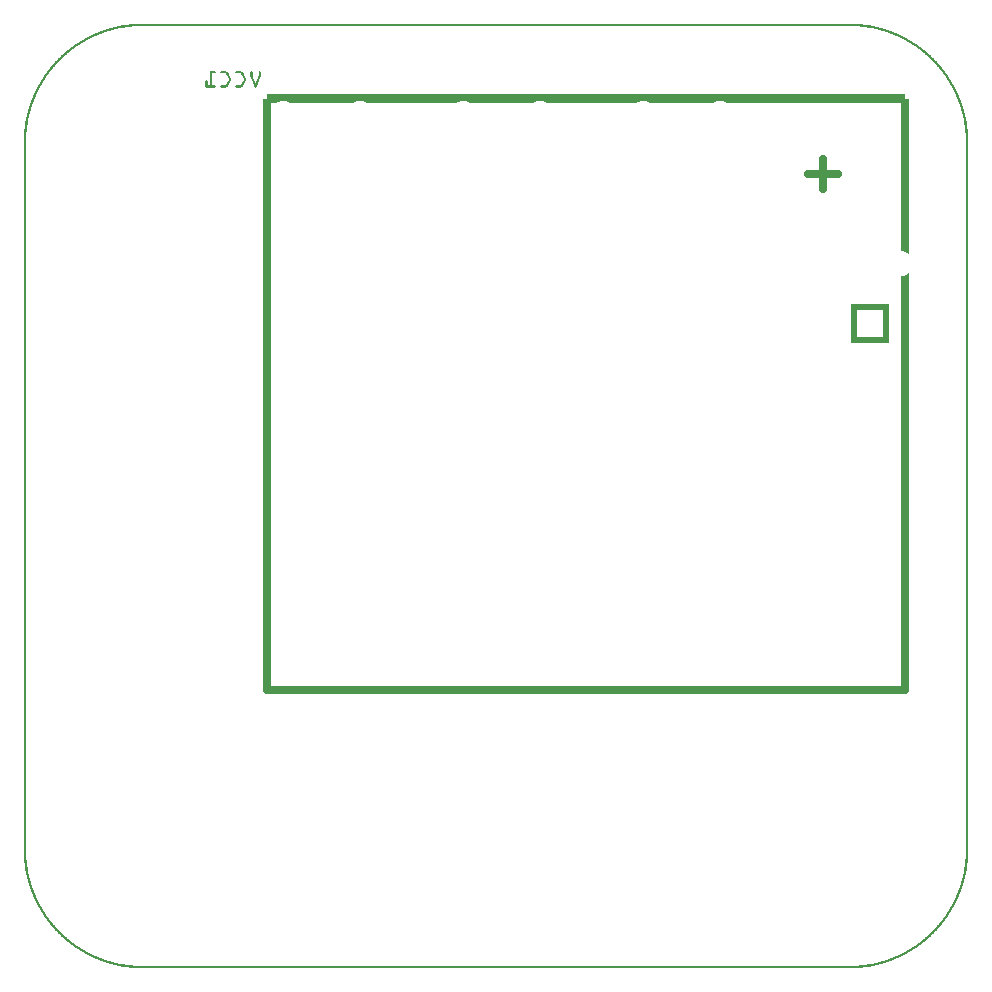
<source format=gbo>
G04 MADE WITH FRITZING*
G04 WWW.FRITZING.ORG*
G04 DOUBLE SIDED*
G04 HOLES PLATED*
G04 CONTOUR ON CENTER OF CONTOUR VECTOR*
%ASAXBY*%
%FSLAX23Y23*%
%MOIN*%
%OFA0B0*%
%SFA1.0B1.0*%
%ADD10C,0.027778*%
%ADD11R,0.001000X0.001000*%
%LNSILK0*%
G90*
G70*
G54D10*
X2938Y931D02*
X812Y931D01*
D02*
X2715Y2650D02*
X2614Y2650D01*
D02*
X2664Y2700D02*
X2664Y2599D01*
G54D11*
X377Y3150D02*
X2771Y3150D01*
X362Y3149D02*
X2786Y3149D01*
X352Y3148D02*
X2796Y3148D01*
X344Y3147D02*
X2804Y3147D01*
X337Y3146D02*
X2811Y3146D01*
X331Y3145D02*
X2817Y3145D01*
X325Y3144D02*
X2823Y3144D01*
X320Y3143D02*
X2828Y3143D01*
X315Y3142D02*
X376Y3142D01*
X2772Y3142D02*
X2833Y3142D01*
X310Y3141D02*
X361Y3141D01*
X2787Y3141D02*
X2838Y3141D01*
X306Y3140D02*
X351Y3140D01*
X2797Y3140D02*
X2842Y3140D01*
X302Y3139D02*
X343Y3139D01*
X2805Y3139D02*
X2846Y3139D01*
X298Y3138D02*
X336Y3138D01*
X2812Y3138D02*
X2850Y3138D01*
X294Y3137D02*
X330Y3137D01*
X2818Y3137D02*
X2854Y3137D01*
X290Y3136D02*
X324Y3136D01*
X2824Y3136D02*
X2858Y3136D01*
X287Y3135D02*
X319Y3135D01*
X2829Y3135D02*
X2861Y3135D01*
X283Y3134D02*
X314Y3134D01*
X2834Y3134D02*
X2865Y3134D01*
X280Y3133D02*
X310Y3133D01*
X2838Y3133D02*
X2868Y3133D01*
X277Y3132D02*
X305Y3132D01*
X2843Y3132D02*
X2871Y3132D01*
X274Y3131D02*
X301Y3131D01*
X2847Y3131D02*
X2874Y3131D01*
X271Y3130D02*
X297Y3130D01*
X2851Y3130D02*
X2877Y3130D01*
X268Y3129D02*
X294Y3129D01*
X2854Y3129D02*
X2880Y3129D01*
X265Y3128D02*
X290Y3128D01*
X2858Y3128D02*
X2883Y3128D01*
X262Y3127D02*
X286Y3127D01*
X2862Y3127D02*
X2886Y3127D01*
X259Y3126D02*
X283Y3126D01*
X2865Y3126D02*
X2889Y3126D01*
X257Y3125D02*
X280Y3125D01*
X2868Y3125D02*
X2891Y3125D01*
X254Y3124D02*
X277Y3124D01*
X2871Y3124D02*
X2894Y3124D01*
X252Y3123D02*
X274Y3123D01*
X2874Y3123D02*
X2896Y3123D01*
X249Y3122D02*
X271Y3122D01*
X2877Y3122D02*
X2899Y3122D01*
X247Y3121D02*
X268Y3121D01*
X2880Y3121D02*
X2901Y3121D01*
X244Y3120D02*
X265Y3120D01*
X2883Y3120D02*
X2904Y3120D01*
X242Y3119D02*
X262Y3119D01*
X2886Y3119D02*
X2906Y3119D01*
X239Y3118D02*
X259Y3118D01*
X2889Y3118D02*
X2909Y3118D01*
X237Y3117D02*
X257Y3117D01*
X2891Y3117D02*
X2911Y3117D01*
X235Y3116D02*
X254Y3116D01*
X2894Y3116D02*
X2913Y3116D01*
X233Y3115D02*
X252Y3115D01*
X2896Y3115D02*
X2915Y3115D01*
X231Y3114D02*
X249Y3114D01*
X2899Y3114D02*
X2917Y3114D01*
X228Y3113D02*
X247Y3113D01*
X2901Y3113D02*
X2920Y3113D01*
X226Y3112D02*
X244Y3112D01*
X2904Y3112D02*
X2922Y3112D01*
X224Y3111D02*
X242Y3111D01*
X2906Y3111D02*
X2924Y3111D01*
X222Y3110D02*
X240Y3110D01*
X2908Y3110D02*
X2926Y3110D01*
X220Y3109D02*
X238Y3109D01*
X2910Y3109D02*
X2928Y3109D01*
X218Y3108D02*
X235Y3108D01*
X2913Y3108D02*
X2930Y3108D01*
X216Y3107D02*
X233Y3107D01*
X2915Y3107D02*
X2932Y3107D01*
X214Y3106D02*
X231Y3106D01*
X2917Y3106D02*
X2934Y3106D01*
X212Y3105D02*
X229Y3105D01*
X2919Y3105D02*
X2936Y3105D01*
X210Y3104D02*
X227Y3104D01*
X2921Y3104D02*
X2938Y3104D01*
X208Y3103D02*
X225Y3103D01*
X2923Y3103D02*
X2940Y3103D01*
X207Y3102D02*
X223Y3102D01*
X2925Y3102D02*
X2941Y3102D01*
X205Y3101D02*
X221Y3101D01*
X2927Y3101D02*
X2943Y3101D01*
X203Y3100D02*
X219Y3100D01*
X2929Y3100D02*
X2945Y3100D01*
X201Y3099D02*
X217Y3099D01*
X2931Y3099D02*
X2947Y3099D01*
X200Y3098D02*
X215Y3098D01*
X2933Y3098D02*
X2948Y3098D01*
X198Y3097D02*
X213Y3097D01*
X2935Y3097D02*
X2950Y3097D01*
X196Y3096D02*
X211Y3096D01*
X2937Y3096D02*
X2952Y3096D01*
X194Y3095D02*
X209Y3095D01*
X2939Y3095D02*
X2954Y3095D01*
X193Y3094D02*
X207Y3094D01*
X2941Y3094D02*
X2955Y3094D01*
X191Y3093D02*
X206Y3093D01*
X2942Y3093D02*
X2957Y3093D01*
X189Y3092D02*
X204Y3092D01*
X2944Y3092D02*
X2959Y3092D01*
X188Y3091D02*
X202Y3091D01*
X2946Y3091D02*
X2960Y3091D01*
X186Y3090D02*
X201Y3090D01*
X2947Y3090D02*
X2962Y3090D01*
X185Y3089D02*
X199Y3089D01*
X2949Y3089D02*
X2963Y3089D01*
X183Y3088D02*
X197Y3088D01*
X2951Y3088D02*
X2965Y3088D01*
X182Y3087D02*
X195Y3087D01*
X2953Y3087D02*
X2966Y3087D01*
X180Y3086D02*
X194Y3086D01*
X2954Y3086D02*
X2968Y3086D01*
X178Y3085D02*
X192Y3085D01*
X2956Y3085D02*
X2970Y3085D01*
X177Y3084D02*
X191Y3084D01*
X2957Y3084D02*
X2971Y3084D01*
X175Y3083D02*
X189Y3083D01*
X2959Y3083D02*
X2973Y3083D01*
X174Y3082D02*
X187Y3082D01*
X2961Y3082D02*
X2974Y3082D01*
X172Y3081D02*
X186Y3081D01*
X2962Y3081D02*
X2976Y3081D01*
X171Y3080D02*
X184Y3080D01*
X2964Y3080D02*
X2977Y3080D01*
X170Y3079D02*
X183Y3079D01*
X2965Y3079D02*
X2978Y3079D01*
X168Y3078D02*
X181Y3078D01*
X2967Y3078D02*
X2980Y3078D01*
X167Y3077D02*
X180Y3077D01*
X2968Y3077D02*
X2981Y3077D01*
X165Y3076D02*
X178Y3076D01*
X2970Y3076D02*
X2983Y3076D01*
X164Y3075D02*
X177Y3075D01*
X2971Y3075D02*
X2984Y3075D01*
X163Y3074D02*
X175Y3074D01*
X2973Y3074D02*
X2985Y3074D01*
X161Y3073D02*
X174Y3073D01*
X2974Y3073D02*
X2987Y3073D01*
X160Y3072D02*
X172Y3072D01*
X2976Y3072D02*
X2988Y3072D01*
X158Y3071D02*
X171Y3071D01*
X2977Y3071D02*
X2990Y3071D01*
X157Y3070D02*
X170Y3070D01*
X2978Y3070D02*
X2991Y3070D01*
X156Y3069D02*
X168Y3069D01*
X2980Y3069D02*
X2992Y3069D01*
X155Y3068D02*
X167Y3068D01*
X2981Y3068D02*
X2993Y3068D01*
X153Y3067D02*
X165Y3067D01*
X2983Y3067D02*
X2995Y3067D01*
X152Y3066D02*
X164Y3066D01*
X2984Y3066D02*
X2996Y3066D01*
X151Y3065D02*
X163Y3065D01*
X2985Y3065D02*
X2997Y3065D01*
X150Y3064D02*
X161Y3064D01*
X2987Y3064D02*
X2998Y3064D01*
X148Y3063D02*
X160Y3063D01*
X2988Y3063D02*
X3000Y3063D01*
X147Y3062D02*
X159Y3062D01*
X2989Y3062D02*
X3001Y3062D01*
X146Y3061D02*
X158Y3061D01*
X2990Y3061D02*
X3002Y3061D01*
X144Y3060D02*
X156Y3060D01*
X2992Y3060D02*
X3004Y3060D01*
X143Y3059D02*
X155Y3059D01*
X2993Y3059D02*
X3005Y3059D01*
X142Y3058D02*
X154Y3058D01*
X2994Y3058D02*
X3006Y3058D01*
X141Y3057D02*
X153Y3057D01*
X2995Y3057D02*
X3007Y3057D01*
X140Y3056D02*
X151Y3056D01*
X2997Y3056D02*
X3008Y3056D01*
X139Y3055D02*
X150Y3055D01*
X2998Y3055D02*
X3009Y3055D01*
X137Y3054D02*
X149Y3054D01*
X2999Y3054D02*
X3011Y3054D01*
X136Y3053D02*
X148Y3053D01*
X3000Y3053D02*
X3012Y3053D01*
X135Y3052D02*
X146Y3052D01*
X3002Y3052D02*
X3013Y3052D01*
X134Y3051D02*
X145Y3051D01*
X3003Y3051D02*
X3014Y3051D01*
X133Y3050D02*
X144Y3050D01*
X3004Y3050D02*
X3015Y3050D01*
X132Y3049D02*
X143Y3049D01*
X3005Y3049D02*
X3016Y3049D01*
X131Y3048D02*
X142Y3048D01*
X3006Y3048D02*
X3017Y3048D01*
X129Y3047D02*
X141Y3047D01*
X3007Y3047D02*
X3019Y3047D01*
X128Y3046D02*
X139Y3046D01*
X3009Y3046D02*
X3020Y3046D01*
X127Y3045D02*
X138Y3045D01*
X3010Y3045D02*
X3021Y3045D01*
X126Y3044D02*
X137Y3044D01*
X3011Y3044D02*
X3022Y3044D01*
X125Y3043D02*
X136Y3043D01*
X3012Y3043D02*
X3023Y3043D01*
X124Y3042D02*
X135Y3042D01*
X3013Y3042D02*
X3024Y3042D01*
X123Y3041D02*
X134Y3041D01*
X3014Y3041D02*
X3025Y3041D01*
X122Y3040D02*
X133Y3040D01*
X3015Y3040D02*
X3026Y3040D01*
X121Y3039D02*
X132Y3039D01*
X3016Y3039D02*
X3027Y3039D01*
X120Y3038D02*
X131Y3038D01*
X3017Y3038D02*
X3028Y3038D01*
X119Y3037D02*
X130Y3037D01*
X3018Y3037D02*
X3029Y3037D01*
X118Y3036D02*
X129Y3036D01*
X3019Y3036D02*
X3030Y3036D01*
X117Y3035D02*
X127Y3035D01*
X3021Y3035D02*
X3031Y3035D01*
X116Y3034D02*
X126Y3034D01*
X3022Y3034D02*
X3032Y3034D01*
X115Y3033D02*
X125Y3033D01*
X3023Y3033D02*
X3033Y3033D01*
X114Y3032D02*
X124Y3032D01*
X3024Y3032D02*
X3034Y3032D01*
X113Y3031D02*
X123Y3031D01*
X3025Y3031D02*
X3035Y3031D01*
X112Y3030D02*
X122Y3030D01*
X3026Y3030D02*
X3036Y3030D01*
X111Y3029D02*
X121Y3029D01*
X3027Y3029D02*
X3037Y3029D01*
X110Y3028D02*
X120Y3028D01*
X3028Y3028D02*
X3038Y3028D01*
X109Y3027D02*
X119Y3027D01*
X3029Y3027D02*
X3039Y3027D01*
X108Y3026D02*
X118Y3026D01*
X3030Y3026D02*
X3040Y3026D01*
X107Y3025D02*
X117Y3025D01*
X3031Y3025D02*
X3041Y3025D01*
X106Y3024D02*
X116Y3024D01*
X3032Y3024D02*
X3042Y3024D01*
X105Y3023D02*
X115Y3023D01*
X3033Y3023D02*
X3043Y3023D01*
X104Y3022D02*
X114Y3022D01*
X3034Y3022D02*
X3044Y3022D01*
X103Y3021D02*
X114Y3021D01*
X3034Y3021D02*
X3045Y3021D01*
X103Y3020D02*
X113Y3020D01*
X3035Y3020D02*
X3045Y3020D01*
X102Y3019D02*
X112Y3019D01*
X3036Y3019D02*
X3046Y3019D01*
X101Y3018D02*
X111Y3018D01*
X3037Y3018D02*
X3047Y3018D01*
X100Y3017D02*
X110Y3017D01*
X3038Y3017D02*
X3048Y3017D01*
X99Y3016D02*
X109Y3016D01*
X3039Y3016D02*
X3049Y3016D01*
X98Y3015D02*
X108Y3015D01*
X3040Y3015D02*
X3050Y3015D01*
X97Y3014D02*
X107Y3014D01*
X3041Y3014D02*
X3051Y3014D01*
X96Y3013D02*
X106Y3013D01*
X3042Y3013D02*
X3052Y3013D01*
X96Y3012D02*
X105Y3012D01*
X3043Y3012D02*
X3052Y3012D01*
X95Y3011D02*
X104Y3011D01*
X3044Y3011D02*
X3053Y3011D01*
X94Y3010D02*
X103Y3010D01*
X3045Y3010D02*
X3054Y3010D01*
X93Y3009D02*
X103Y3009D01*
X3045Y3009D02*
X3055Y3009D01*
X92Y3008D02*
X102Y3008D01*
X3046Y3008D02*
X3056Y3008D01*
X91Y3007D02*
X101Y3007D01*
X3047Y3007D02*
X3057Y3007D01*
X90Y3006D02*
X100Y3006D01*
X3048Y3006D02*
X3058Y3006D01*
X90Y3005D02*
X99Y3005D01*
X3049Y3005D02*
X3058Y3005D01*
X89Y3004D02*
X98Y3004D01*
X3050Y3004D02*
X3059Y3004D01*
X88Y3003D02*
X97Y3003D01*
X3051Y3003D02*
X3060Y3003D01*
X87Y3002D02*
X97Y3002D01*
X3051Y3002D02*
X3061Y3002D01*
X87Y3001D02*
X96Y3001D01*
X3052Y3001D02*
X3061Y3001D01*
X86Y3000D02*
X95Y3000D01*
X3053Y3000D02*
X3062Y3000D01*
X85Y2999D02*
X94Y2999D01*
X3054Y2999D02*
X3063Y2999D01*
X84Y2998D02*
X93Y2998D01*
X3055Y2998D02*
X3064Y2998D01*
X83Y2997D02*
X93Y2997D01*
X3055Y2997D02*
X3065Y2997D01*
X83Y2996D02*
X92Y2996D01*
X3056Y2996D02*
X3065Y2996D01*
X82Y2995D02*
X91Y2995D01*
X3057Y2995D02*
X3066Y2995D01*
X81Y2994D02*
X90Y2994D01*
X3058Y2994D02*
X3067Y2994D01*
X80Y2993D02*
X89Y2993D01*
X3059Y2993D02*
X3068Y2993D01*
X79Y2992D02*
X89Y2992D01*
X3059Y2992D02*
X3069Y2992D01*
X79Y2991D02*
X88Y2991D01*
X620Y2991D02*
X638Y2991D01*
X657Y2991D02*
X675Y2991D01*
X707Y2991D02*
X725Y2991D01*
X757Y2991D02*
X760Y2991D01*
X785Y2991D02*
X788Y2991D01*
X3060Y2991D02*
X3069Y2991D01*
X78Y2990D02*
X87Y2990D01*
X620Y2990D02*
X639Y2990D01*
X656Y2990D02*
X677Y2990D01*
X706Y2990D02*
X727Y2990D01*
X756Y2990D02*
X761Y2990D01*
X784Y2990D02*
X789Y2990D01*
X3061Y2990D02*
X3070Y2990D01*
X77Y2989D02*
X86Y2989D01*
X620Y2989D02*
X639Y2989D01*
X656Y2989D02*
X678Y2989D01*
X706Y2989D02*
X728Y2989D01*
X756Y2989D02*
X762Y2989D01*
X783Y2989D02*
X789Y2989D01*
X3062Y2989D02*
X3071Y2989D01*
X77Y2988D02*
X85Y2988D01*
X620Y2988D02*
X639Y2988D01*
X656Y2988D02*
X679Y2988D01*
X706Y2988D02*
X729Y2988D01*
X756Y2988D02*
X762Y2988D01*
X783Y2988D02*
X789Y2988D01*
X3063Y2988D02*
X3071Y2988D01*
X76Y2987D02*
X85Y2987D01*
X620Y2987D02*
X639Y2987D01*
X656Y2987D02*
X680Y2987D01*
X706Y2987D02*
X730Y2987D01*
X756Y2987D02*
X762Y2987D01*
X783Y2987D02*
X789Y2987D01*
X3063Y2987D02*
X3072Y2987D01*
X75Y2986D02*
X84Y2986D01*
X620Y2986D02*
X639Y2986D01*
X657Y2986D02*
X681Y2986D01*
X707Y2986D02*
X731Y2986D01*
X756Y2986D02*
X762Y2986D01*
X783Y2986D02*
X789Y2986D01*
X3064Y2986D02*
X3073Y2986D01*
X74Y2985D02*
X83Y2985D01*
X620Y2985D02*
X637Y2985D01*
X658Y2985D02*
X681Y2985D01*
X708Y2985D02*
X731Y2985D01*
X756Y2985D02*
X762Y2985D01*
X783Y2985D02*
X789Y2985D01*
X3065Y2985D02*
X3074Y2985D01*
X74Y2984D02*
X82Y2984D01*
X620Y2984D02*
X626Y2984D01*
X674Y2984D02*
X682Y2984D01*
X724Y2984D02*
X732Y2984D01*
X756Y2984D02*
X762Y2984D01*
X783Y2984D02*
X789Y2984D01*
X3066Y2984D02*
X3074Y2984D01*
X73Y2983D02*
X82Y2983D01*
X620Y2983D02*
X626Y2983D01*
X675Y2983D02*
X682Y2983D01*
X725Y2983D02*
X732Y2983D01*
X756Y2983D02*
X762Y2983D01*
X783Y2983D02*
X789Y2983D01*
X3066Y2983D02*
X3075Y2983D01*
X72Y2982D02*
X81Y2982D01*
X620Y2982D02*
X626Y2982D01*
X676Y2982D02*
X683Y2982D01*
X726Y2982D02*
X733Y2982D01*
X756Y2982D02*
X762Y2982D01*
X783Y2982D02*
X789Y2982D01*
X3067Y2982D02*
X3076Y2982D01*
X72Y2981D02*
X80Y2981D01*
X620Y2981D02*
X626Y2981D01*
X676Y2981D02*
X683Y2981D01*
X726Y2981D02*
X733Y2981D01*
X756Y2981D02*
X762Y2981D01*
X783Y2981D02*
X789Y2981D01*
X3068Y2981D02*
X3076Y2981D01*
X71Y2980D02*
X80Y2980D01*
X620Y2980D02*
X626Y2980D01*
X677Y2980D02*
X684Y2980D01*
X727Y2980D02*
X734Y2980D01*
X756Y2980D02*
X762Y2980D01*
X783Y2980D02*
X789Y2980D01*
X3068Y2980D02*
X3077Y2980D01*
X70Y2979D02*
X79Y2979D01*
X620Y2979D02*
X626Y2979D01*
X677Y2979D02*
X684Y2979D01*
X727Y2979D02*
X734Y2979D01*
X756Y2979D02*
X762Y2979D01*
X783Y2979D02*
X789Y2979D01*
X3069Y2979D02*
X3078Y2979D01*
X69Y2978D02*
X78Y2978D01*
X620Y2978D02*
X626Y2978D01*
X678Y2978D02*
X685Y2978D01*
X728Y2978D02*
X735Y2978D01*
X756Y2978D02*
X762Y2978D01*
X783Y2978D02*
X789Y2978D01*
X3070Y2978D02*
X3079Y2978D01*
X69Y2977D02*
X77Y2977D01*
X620Y2977D02*
X626Y2977D01*
X678Y2977D02*
X685Y2977D01*
X728Y2977D02*
X735Y2977D01*
X756Y2977D02*
X762Y2977D01*
X783Y2977D02*
X789Y2977D01*
X3071Y2977D02*
X3079Y2977D01*
X68Y2976D02*
X77Y2976D01*
X620Y2976D02*
X626Y2976D01*
X679Y2976D02*
X686Y2976D01*
X729Y2976D02*
X736Y2976D01*
X756Y2976D02*
X762Y2976D01*
X783Y2976D02*
X789Y2976D01*
X3071Y2976D02*
X3080Y2976D01*
X67Y2975D02*
X76Y2975D01*
X620Y2975D02*
X626Y2975D01*
X679Y2975D02*
X686Y2975D01*
X729Y2975D02*
X736Y2975D01*
X756Y2975D02*
X763Y2975D01*
X783Y2975D02*
X789Y2975D01*
X3072Y2975D02*
X3081Y2975D01*
X67Y2974D02*
X75Y2974D01*
X620Y2974D02*
X626Y2974D01*
X680Y2974D02*
X687Y2974D01*
X730Y2974D02*
X737Y2974D01*
X756Y2974D02*
X763Y2974D01*
X782Y2974D02*
X789Y2974D01*
X3073Y2974D02*
X3081Y2974D01*
X66Y2973D02*
X75Y2973D01*
X620Y2973D02*
X626Y2973D01*
X680Y2973D02*
X687Y2973D01*
X730Y2973D02*
X737Y2973D01*
X757Y2973D02*
X763Y2973D01*
X782Y2973D02*
X788Y2973D01*
X3073Y2973D02*
X3082Y2973D01*
X65Y2972D02*
X74Y2972D01*
X620Y2972D02*
X626Y2972D01*
X681Y2972D02*
X688Y2972D01*
X731Y2972D02*
X738Y2972D01*
X757Y2972D02*
X764Y2972D01*
X781Y2972D02*
X788Y2972D01*
X3074Y2972D02*
X3083Y2972D01*
X65Y2971D02*
X73Y2971D01*
X620Y2971D02*
X626Y2971D01*
X681Y2971D02*
X688Y2971D01*
X731Y2971D02*
X738Y2971D01*
X758Y2971D02*
X764Y2971D01*
X781Y2971D02*
X788Y2971D01*
X3075Y2971D02*
X3083Y2971D01*
X64Y2970D02*
X73Y2970D01*
X620Y2970D02*
X626Y2970D01*
X682Y2970D02*
X688Y2970D01*
X732Y2970D02*
X738Y2970D01*
X758Y2970D02*
X764Y2970D01*
X781Y2970D02*
X787Y2970D01*
X3075Y2970D02*
X3084Y2970D01*
X64Y2969D02*
X72Y2969D01*
X620Y2969D02*
X626Y2969D01*
X682Y2969D02*
X689Y2969D01*
X732Y2969D02*
X739Y2969D01*
X758Y2969D02*
X765Y2969D01*
X780Y2969D02*
X787Y2969D01*
X3076Y2969D02*
X3084Y2969D01*
X63Y2968D02*
X71Y2968D01*
X620Y2968D02*
X626Y2968D01*
X683Y2968D02*
X689Y2968D01*
X733Y2968D02*
X739Y2968D01*
X759Y2968D02*
X765Y2968D01*
X780Y2968D02*
X786Y2968D01*
X3077Y2968D02*
X3085Y2968D01*
X62Y2967D02*
X71Y2967D01*
X620Y2967D02*
X626Y2967D01*
X683Y2967D02*
X689Y2967D01*
X733Y2967D02*
X739Y2967D01*
X759Y2967D02*
X766Y2967D01*
X779Y2967D02*
X786Y2967D01*
X3077Y2967D02*
X3086Y2967D01*
X62Y2966D02*
X70Y2966D01*
X620Y2966D02*
X626Y2966D01*
X683Y2966D02*
X689Y2966D01*
X733Y2966D02*
X739Y2966D01*
X760Y2966D02*
X766Y2966D01*
X779Y2966D02*
X786Y2966D01*
X3078Y2966D02*
X3086Y2966D01*
X61Y2965D02*
X69Y2965D01*
X620Y2965D02*
X626Y2965D01*
X683Y2965D02*
X689Y2965D01*
X733Y2965D02*
X739Y2965D01*
X760Y2965D02*
X766Y2965D01*
X779Y2965D02*
X785Y2965D01*
X3079Y2965D02*
X3087Y2965D01*
X60Y2964D02*
X69Y2964D01*
X620Y2964D02*
X626Y2964D01*
X683Y2964D02*
X689Y2964D01*
X733Y2964D02*
X739Y2964D01*
X760Y2964D02*
X767Y2964D01*
X778Y2964D02*
X785Y2964D01*
X3079Y2964D02*
X3088Y2964D01*
X60Y2963D02*
X68Y2963D01*
X620Y2963D02*
X626Y2963D01*
X683Y2963D02*
X689Y2963D01*
X733Y2963D02*
X739Y2963D01*
X761Y2963D02*
X767Y2963D01*
X778Y2963D02*
X784Y2963D01*
X3080Y2963D02*
X3088Y2963D01*
X59Y2962D02*
X67Y2962D01*
X608Y2962D02*
X609Y2962D01*
X620Y2962D02*
X626Y2962D01*
X683Y2962D02*
X689Y2962D01*
X733Y2962D02*
X739Y2962D01*
X761Y2962D02*
X768Y2962D01*
X777Y2962D02*
X784Y2962D01*
X3081Y2962D02*
X3089Y2962D01*
X58Y2961D02*
X67Y2961D01*
X607Y2961D02*
X611Y2961D01*
X620Y2961D02*
X626Y2961D01*
X683Y2961D02*
X689Y2961D01*
X733Y2961D02*
X739Y2961D01*
X761Y2961D02*
X768Y2961D01*
X777Y2961D02*
X784Y2961D01*
X3081Y2961D02*
X3090Y2961D01*
X58Y2960D02*
X66Y2960D01*
X606Y2960D02*
X611Y2960D01*
X620Y2960D02*
X626Y2960D01*
X682Y2960D02*
X689Y2960D01*
X732Y2960D02*
X739Y2960D01*
X762Y2960D02*
X768Y2960D01*
X777Y2960D02*
X783Y2960D01*
X3082Y2960D02*
X3090Y2960D01*
X57Y2959D02*
X66Y2959D01*
X606Y2959D02*
X612Y2959D01*
X620Y2959D02*
X626Y2959D01*
X682Y2959D02*
X688Y2959D01*
X732Y2959D02*
X738Y2959D01*
X762Y2959D02*
X769Y2959D01*
X776Y2959D02*
X783Y2959D01*
X3082Y2959D02*
X3091Y2959D01*
X57Y2958D02*
X65Y2958D01*
X606Y2958D02*
X612Y2958D01*
X620Y2958D02*
X626Y2958D01*
X681Y2958D02*
X688Y2958D01*
X731Y2958D02*
X738Y2958D01*
X763Y2958D02*
X769Y2958D01*
X776Y2958D02*
X782Y2958D01*
X3083Y2958D02*
X3091Y2958D01*
X56Y2957D02*
X64Y2957D01*
X606Y2957D02*
X612Y2957D01*
X620Y2957D02*
X626Y2957D01*
X681Y2957D02*
X687Y2957D01*
X731Y2957D02*
X737Y2957D01*
X763Y2957D02*
X770Y2957D01*
X775Y2957D02*
X782Y2957D01*
X3084Y2957D02*
X3092Y2957D01*
X55Y2956D02*
X64Y2956D01*
X606Y2956D02*
X612Y2956D01*
X620Y2956D02*
X626Y2956D01*
X680Y2956D02*
X687Y2956D01*
X730Y2956D02*
X737Y2956D01*
X763Y2956D02*
X770Y2956D01*
X775Y2956D02*
X782Y2956D01*
X3084Y2956D02*
X3093Y2956D01*
X55Y2955D02*
X63Y2955D01*
X606Y2955D02*
X612Y2955D01*
X620Y2955D02*
X626Y2955D01*
X680Y2955D02*
X686Y2955D01*
X730Y2955D02*
X736Y2955D01*
X764Y2955D02*
X770Y2955D01*
X775Y2955D02*
X781Y2955D01*
X3085Y2955D02*
X3093Y2955D01*
X54Y2954D02*
X62Y2954D01*
X606Y2954D02*
X612Y2954D01*
X620Y2954D02*
X626Y2954D01*
X679Y2954D02*
X686Y2954D01*
X729Y2954D02*
X736Y2954D01*
X764Y2954D02*
X771Y2954D01*
X774Y2954D02*
X781Y2954D01*
X3086Y2954D02*
X3094Y2954D01*
X54Y2953D02*
X62Y2953D01*
X606Y2953D02*
X612Y2953D01*
X620Y2953D02*
X626Y2953D01*
X679Y2953D02*
X685Y2953D01*
X729Y2953D02*
X735Y2953D01*
X765Y2953D02*
X771Y2953D01*
X774Y2953D02*
X781Y2953D01*
X3086Y2953D02*
X3094Y2953D01*
X53Y2952D02*
X61Y2952D01*
X606Y2952D02*
X612Y2952D01*
X620Y2952D02*
X626Y2952D01*
X678Y2952D02*
X685Y2952D01*
X728Y2952D02*
X735Y2952D01*
X765Y2952D02*
X772Y2952D01*
X774Y2952D02*
X780Y2952D01*
X3087Y2952D02*
X3095Y2952D01*
X53Y2951D02*
X61Y2951D01*
X606Y2951D02*
X612Y2951D01*
X620Y2951D02*
X626Y2951D01*
X678Y2951D02*
X684Y2951D01*
X728Y2951D02*
X734Y2951D01*
X765Y2951D02*
X780Y2951D01*
X3087Y2951D02*
X3095Y2951D01*
X52Y2950D02*
X60Y2950D01*
X606Y2950D02*
X612Y2950D01*
X620Y2950D02*
X626Y2950D01*
X677Y2950D02*
X684Y2950D01*
X727Y2950D02*
X734Y2950D01*
X766Y2950D02*
X779Y2950D01*
X3088Y2950D02*
X3096Y2950D01*
X51Y2949D02*
X60Y2949D01*
X606Y2949D02*
X612Y2949D01*
X620Y2949D02*
X626Y2949D01*
X677Y2949D02*
X683Y2949D01*
X727Y2949D02*
X733Y2949D01*
X766Y2949D02*
X779Y2949D01*
X3088Y2949D02*
X3097Y2949D01*
X51Y2948D02*
X59Y2948D01*
X606Y2948D02*
X612Y2948D01*
X620Y2948D02*
X626Y2948D01*
X676Y2948D02*
X683Y2948D01*
X726Y2948D02*
X733Y2948D01*
X767Y2948D02*
X779Y2948D01*
X3089Y2948D02*
X3097Y2948D01*
X50Y2947D02*
X58Y2947D01*
X606Y2947D02*
X612Y2947D01*
X620Y2947D02*
X626Y2947D01*
X676Y2947D02*
X682Y2947D01*
X726Y2947D02*
X732Y2947D01*
X767Y2947D02*
X778Y2947D01*
X3090Y2947D02*
X3098Y2947D01*
X50Y2946D02*
X58Y2946D01*
X606Y2946D02*
X612Y2946D01*
X620Y2946D02*
X626Y2946D01*
X675Y2946D02*
X682Y2946D01*
X725Y2946D02*
X732Y2946D01*
X767Y2946D02*
X778Y2946D01*
X3090Y2946D02*
X3098Y2946D01*
X49Y2945D02*
X57Y2945D01*
X606Y2945D02*
X612Y2945D01*
X620Y2945D02*
X626Y2945D01*
X674Y2945D02*
X681Y2945D01*
X724Y2945D02*
X731Y2945D01*
X768Y2945D02*
X777Y2945D01*
X3091Y2945D02*
X3099Y2945D01*
X49Y2944D02*
X57Y2944D01*
X606Y2944D02*
X638Y2944D01*
X658Y2944D02*
X681Y2944D01*
X708Y2944D02*
X731Y2944D01*
X768Y2944D02*
X777Y2944D01*
X3091Y2944D02*
X3099Y2944D01*
X48Y2943D02*
X56Y2943D01*
X606Y2943D02*
X639Y2943D01*
X656Y2943D02*
X680Y2943D01*
X706Y2943D02*
X730Y2943D01*
X768Y2943D02*
X777Y2943D01*
X3092Y2943D02*
X3100Y2943D01*
X47Y2942D02*
X55Y2942D01*
X606Y2942D02*
X639Y2942D01*
X656Y2942D02*
X680Y2942D01*
X706Y2942D02*
X730Y2942D01*
X769Y2942D02*
X776Y2942D01*
X3093Y2942D02*
X3101Y2942D01*
X47Y2941D02*
X55Y2941D01*
X606Y2941D02*
X639Y2941D01*
X656Y2941D02*
X679Y2941D01*
X706Y2941D02*
X729Y2941D01*
X769Y2941D02*
X776Y2941D01*
X3093Y2941D02*
X3101Y2941D01*
X46Y2940D02*
X54Y2940D01*
X606Y2940D02*
X639Y2940D01*
X656Y2940D02*
X678Y2940D01*
X706Y2940D02*
X728Y2940D01*
X770Y2940D02*
X775Y2940D01*
X3094Y2940D02*
X3102Y2940D01*
X46Y2939D02*
X54Y2939D01*
X606Y2939D02*
X639Y2939D01*
X656Y2939D02*
X676Y2939D01*
X706Y2939D02*
X726Y2939D01*
X770Y2939D02*
X775Y2939D01*
X3094Y2939D02*
X3102Y2939D01*
X45Y2938D02*
X53Y2938D01*
X608Y2938D02*
X638Y2938D01*
X658Y2938D02*
X674Y2938D01*
X708Y2938D02*
X724Y2938D01*
X771Y2938D02*
X774Y2938D01*
X3095Y2938D02*
X3103Y2938D01*
X45Y2937D02*
X53Y2937D01*
X3095Y2937D02*
X3103Y2937D01*
X44Y2936D02*
X52Y2936D01*
X3096Y2936D02*
X3104Y2936D01*
X44Y2935D02*
X52Y2935D01*
X3096Y2935D02*
X3104Y2935D01*
X43Y2934D02*
X51Y2934D01*
X3097Y2934D02*
X3105Y2934D01*
X43Y2933D02*
X51Y2933D01*
X3097Y2933D02*
X3105Y2933D01*
X42Y2932D02*
X50Y2932D01*
X3098Y2932D02*
X3106Y2932D01*
X42Y2931D02*
X50Y2931D01*
X3098Y2931D02*
X3106Y2931D01*
X41Y2930D02*
X49Y2930D01*
X3099Y2930D02*
X3107Y2930D01*
X41Y2929D02*
X49Y2929D01*
X3099Y2929D02*
X3107Y2929D01*
X40Y2928D02*
X48Y2928D01*
X3100Y2928D02*
X3108Y2928D01*
X40Y2927D02*
X48Y2927D01*
X3100Y2927D02*
X3108Y2927D01*
X39Y2926D02*
X47Y2926D01*
X3101Y2926D02*
X3109Y2926D01*
X39Y2925D02*
X47Y2925D01*
X3101Y2925D02*
X3109Y2925D01*
X38Y2924D02*
X46Y2924D01*
X3102Y2924D02*
X3110Y2924D01*
X38Y2923D02*
X46Y2923D01*
X3102Y2923D02*
X3110Y2923D01*
X37Y2922D02*
X45Y2922D01*
X3103Y2922D02*
X3111Y2922D01*
X37Y2921D02*
X45Y2921D01*
X3103Y2921D02*
X3111Y2921D01*
X37Y2920D02*
X44Y2920D01*
X3104Y2920D02*
X3111Y2920D01*
X36Y2919D02*
X44Y2919D01*
X3104Y2919D02*
X3112Y2919D01*
X36Y2918D02*
X43Y2918D01*
X3105Y2918D02*
X3112Y2918D01*
X35Y2917D02*
X43Y2917D01*
X3105Y2917D02*
X3113Y2917D01*
X35Y2916D02*
X42Y2916D01*
X3106Y2916D02*
X3113Y2916D01*
X34Y2915D02*
X42Y2915D01*
X3106Y2915D02*
X3114Y2915D01*
X34Y2914D02*
X41Y2914D01*
X812Y2914D02*
X2937Y2914D01*
X3107Y2914D02*
X3114Y2914D01*
X33Y2913D02*
X41Y2913D01*
X812Y2913D02*
X2937Y2913D01*
X3107Y2913D02*
X3115Y2913D01*
X33Y2912D02*
X41Y2912D01*
X812Y2912D02*
X2937Y2912D01*
X3107Y2912D02*
X3115Y2912D01*
X32Y2911D02*
X40Y2911D01*
X812Y2911D02*
X2937Y2911D01*
X3108Y2911D02*
X3116Y2911D01*
X32Y2910D02*
X40Y2910D01*
X812Y2910D02*
X2937Y2910D01*
X3108Y2910D02*
X3116Y2910D01*
X32Y2909D02*
X39Y2909D01*
X812Y2909D02*
X2937Y2909D01*
X3109Y2909D02*
X3116Y2909D01*
X31Y2908D02*
X39Y2908D01*
X812Y2908D02*
X2937Y2908D01*
X3109Y2908D02*
X3117Y2908D01*
X31Y2907D02*
X38Y2907D01*
X812Y2907D02*
X2937Y2907D01*
X3110Y2907D02*
X3117Y2907D01*
X30Y2906D02*
X38Y2906D01*
X812Y2906D02*
X2937Y2906D01*
X3110Y2906D02*
X3118Y2906D01*
X30Y2905D02*
X37Y2905D01*
X812Y2905D02*
X2937Y2905D01*
X3111Y2905D02*
X3118Y2905D01*
X30Y2904D02*
X37Y2904D01*
X812Y2904D02*
X2937Y2904D01*
X3111Y2904D02*
X3118Y2904D01*
X29Y2903D02*
X37Y2903D01*
X812Y2903D02*
X2937Y2903D01*
X3111Y2903D02*
X3119Y2903D01*
X29Y2902D02*
X36Y2902D01*
X812Y2902D02*
X2937Y2902D01*
X3112Y2902D02*
X3119Y2902D01*
X28Y2901D02*
X36Y2901D01*
X812Y2901D02*
X2937Y2901D01*
X3112Y2901D02*
X3120Y2901D01*
X28Y2900D02*
X35Y2900D01*
X798Y2900D02*
X2950Y2900D01*
X3113Y2900D02*
X3120Y2900D01*
X28Y2899D02*
X35Y2899D01*
X798Y2899D02*
X2950Y2899D01*
X3113Y2899D02*
X3120Y2899D01*
X27Y2898D02*
X35Y2898D01*
X798Y2898D02*
X2950Y2898D01*
X3113Y2898D02*
X3121Y2898D01*
X27Y2897D02*
X34Y2897D01*
X798Y2897D02*
X2950Y2897D01*
X3114Y2897D02*
X3121Y2897D01*
X26Y2896D02*
X34Y2896D01*
X798Y2896D02*
X2950Y2896D01*
X3114Y2896D02*
X3122Y2896D01*
X26Y2895D02*
X33Y2895D01*
X798Y2895D02*
X2950Y2895D01*
X3115Y2895D02*
X3122Y2895D01*
X26Y2894D02*
X33Y2894D01*
X798Y2894D02*
X2950Y2894D01*
X3115Y2894D02*
X3122Y2894D01*
X25Y2893D02*
X33Y2893D01*
X798Y2893D02*
X864Y2893D01*
X867Y2893D02*
X1120Y2893D01*
X1123Y2893D02*
X1464Y2893D01*
X1467Y2893D02*
X1720Y2893D01*
X1723Y2893D02*
X2064Y2893D01*
X2067Y2893D02*
X2320Y2893D01*
X2323Y2893D02*
X2950Y2893D01*
X3115Y2893D02*
X3123Y2893D01*
X25Y2892D02*
X32Y2892D01*
X798Y2892D02*
X856Y2892D01*
X875Y2892D02*
X1112Y2892D01*
X1131Y2892D02*
X1456Y2892D01*
X1475Y2892D02*
X1712Y2892D01*
X1731Y2892D02*
X2056Y2892D01*
X2075Y2892D02*
X2312Y2892D01*
X2331Y2892D02*
X2950Y2892D01*
X3116Y2892D02*
X3123Y2892D01*
X24Y2891D02*
X32Y2891D01*
X798Y2891D02*
X852Y2891D01*
X879Y2891D02*
X1108Y2891D01*
X1135Y2891D02*
X1452Y2891D01*
X1479Y2891D02*
X1708Y2891D01*
X1735Y2891D02*
X2052Y2891D01*
X2079Y2891D02*
X2308Y2891D01*
X2335Y2891D02*
X2950Y2891D01*
X3116Y2891D02*
X3124Y2891D01*
X24Y2890D02*
X31Y2890D01*
X798Y2890D02*
X849Y2890D01*
X882Y2890D02*
X1105Y2890D01*
X1138Y2890D02*
X1449Y2890D01*
X1482Y2890D02*
X1705Y2890D01*
X1738Y2890D02*
X2049Y2890D01*
X2082Y2890D02*
X2305Y2890D01*
X2337Y2890D02*
X2950Y2890D01*
X3117Y2890D02*
X3124Y2890D01*
X24Y2889D02*
X31Y2889D01*
X798Y2889D02*
X847Y2889D01*
X884Y2889D02*
X1103Y2889D01*
X1140Y2889D02*
X1447Y2889D01*
X1484Y2889D02*
X1703Y2889D01*
X1740Y2889D02*
X2047Y2889D01*
X2084Y2889D02*
X2303Y2889D01*
X2340Y2889D02*
X2950Y2889D01*
X3117Y2889D02*
X3124Y2889D01*
X23Y2888D02*
X31Y2888D01*
X798Y2888D02*
X845Y2888D01*
X886Y2888D02*
X1101Y2888D01*
X1142Y2888D02*
X1445Y2888D01*
X1486Y2888D02*
X1701Y2888D01*
X1742Y2888D02*
X2045Y2888D01*
X2086Y2888D02*
X2301Y2888D01*
X2342Y2888D02*
X2950Y2888D01*
X3117Y2888D02*
X3125Y2888D01*
X23Y2887D02*
X30Y2887D01*
X798Y2887D02*
X843Y2887D01*
X888Y2887D02*
X1099Y2887D01*
X1144Y2887D02*
X1443Y2887D01*
X1488Y2887D02*
X1699Y2887D01*
X1744Y2887D02*
X2043Y2887D01*
X2088Y2887D02*
X2299Y2887D01*
X2343Y2887D02*
X2950Y2887D01*
X3118Y2887D02*
X3125Y2887D01*
X23Y2886D02*
X30Y2886D01*
X798Y2886D02*
X825Y2886D01*
X2924Y2886D02*
X2950Y2886D01*
X3118Y2886D02*
X3125Y2886D01*
X22Y2885D02*
X30Y2885D01*
X798Y2885D02*
X825Y2885D01*
X2924Y2885D02*
X2950Y2885D01*
X3118Y2885D02*
X3126Y2885D01*
X22Y2884D02*
X29Y2884D01*
X798Y2884D02*
X825Y2884D01*
X2924Y2884D02*
X2950Y2884D01*
X3119Y2884D02*
X3126Y2884D01*
X22Y2883D02*
X29Y2883D01*
X798Y2883D02*
X825Y2883D01*
X2924Y2883D02*
X2950Y2883D01*
X3119Y2883D02*
X3126Y2883D01*
X21Y2882D02*
X29Y2882D01*
X798Y2882D02*
X825Y2882D01*
X2924Y2882D02*
X2950Y2882D01*
X3119Y2882D02*
X3127Y2882D01*
X21Y2881D02*
X28Y2881D01*
X798Y2881D02*
X825Y2881D01*
X2924Y2881D02*
X2950Y2881D01*
X3120Y2881D02*
X3127Y2881D01*
X21Y2880D02*
X28Y2880D01*
X798Y2880D02*
X825Y2880D01*
X2924Y2880D02*
X2950Y2880D01*
X3120Y2880D02*
X3127Y2880D01*
X20Y2879D02*
X28Y2879D01*
X798Y2879D02*
X825Y2879D01*
X2924Y2879D02*
X2950Y2879D01*
X3120Y2879D02*
X3128Y2879D01*
X20Y2878D02*
X27Y2878D01*
X798Y2878D02*
X825Y2878D01*
X2924Y2878D02*
X2950Y2878D01*
X3121Y2878D02*
X3128Y2878D01*
X20Y2877D02*
X27Y2877D01*
X798Y2877D02*
X825Y2877D01*
X2924Y2877D02*
X2950Y2877D01*
X3121Y2877D02*
X3128Y2877D01*
X19Y2876D02*
X27Y2876D01*
X798Y2876D02*
X825Y2876D01*
X2924Y2876D02*
X2950Y2876D01*
X3121Y2876D02*
X3129Y2876D01*
X19Y2875D02*
X26Y2875D01*
X798Y2875D02*
X825Y2875D01*
X2924Y2875D02*
X2950Y2875D01*
X3122Y2875D02*
X3129Y2875D01*
X19Y2874D02*
X26Y2874D01*
X798Y2874D02*
X825Y2874D01*
X2924Y2874D02*
X2950Y2874D01*
X3122Y2874D02*
X3129Y2874D01*
X18Y2873D02*
X26Y2873D01*
X798Y2873D02*
X825Y2873D01*
X2924Y2873D02*
X2950Y2873D01*
X3122Y2873D02*
X3130Y2873D01*
X18Y2872D02*
X25Y2872D01*
X798Y2872D02*
X825Y2872D01*
X2924Y2872D02*
X2950Y2872D01*
X3123Y2872D02*
X3130Y2872D01*
X18Y2871D02*
X25Y2871D01*
X798Y2871D02*
X825Y2871D01*
X2924Y2871D02*
X2950Y2871D01*
X3123Y2871D02*
X3130Y2871D01*
X17Y2870D02*
X25Y2870D01*
X798Y2870D02*
X825Y2870D01*
X2924Y2870D02*
X2950Y2870D01*
X3123Y2870D02*
X3131Y2870D01*
X17Y2869D02*
X24Y2869D01*
X798Y2869D02*
X825Y2869D01*
X2924Y2869D02*
X2950Y2869D01*
X3124Y2869D02*
X3131Y2869D01*
X17Y2868D02*
X24Y2868D01*
X798Y2868D02*
X825Y2868D01*
X2924Y2868D02*
X2950Y2868D01*
X3124Y2868D02*
X3131Y2868D01*
X16Y2867D02*
X24Y2867D01*
X798Y2867D02*
X825Y2867D01*
X2924Y2867D02*
X2950Y2867D01*
X3124Y2867D02*
X3132Y2867D01*
X16Y2866D02*
X23Y2866D01*
X798Y2866D02*
X825Y2866D01*
X2924Y2866D02*
X2950Y2866D01*
X3125Y2866D02*
X3132Y2866D01*
X16Y2865D02*
X23Y2865D01*
X798Y2865D02*
X825Y2865D01*
X2924Y2865D02*
X2950Y2865D01*
X3125Y2865D02*
X3132Y2865D01*
X16Y2864D02*
X23Y2864D01*
X798Y2864D02*
X825Y2864D01*
X2924Y2864D02*
X2950Y2864D01*
X3125Y2864D02*
X3132Y2864D01*
X15Y2863D02*
X22Y2863D01*
X798Y2863D02*
X825Y2863D01*
X2924Y2863D02*
X2950Y2863D01*
X3126Y2863D02*
X3133Y2863D01*
X15Y2862D02*
X22Y2862D01*
X798Y2862D02*
X824Y2862D01*
X2924Y2862D02*
X2950Y2862D01*
X3126Y2862D02*
X3133Y2862D01*
X15Y2861D02*
X22Y2861D01*
X798Y2861D02*
X824Y2861D01*
X2924Y2861D02*
X2950Y2861D01*
X3126Y2861D02*
X3133Y2861D01*
X14Y2860D02*
X22Y2860D01*
X798Y2860D02*
X824Y2860D01*
X2924Y2860D02*
X2950Y2860D01*
X3126Y2860D02*
X3134Y2860D01*
X14Y2859D02*
X21Y2859D01*
X798Y2859D02*
X824Y2859D01*
X2924Y2859D02*
X2950Y2859D01*
X3127Y2859D02*
X3134Y2859D01*
X14Y2858D02*
X21Y2858D01*
X798Y2858D02*
X823Y2858D01*
X2924Y2858D02*
X2950Y2858D01*
X3127Y2858D02*
X3134Y2858D01*
X14Y2857D02*
X21Y2857D01*
X798Y2857D02*
X823Y2857D01*
X2924Y2857D02*
X2950Y2857D01*
X3127Y2857D02*
X3134Y2857D01*
X13Y2856D02*
X21Y2856D01*
X798Y2856D02*
X823Y2856D01*
X2924Y2856D02*
X2950Y2856D01*
X3127Y2856D02*
X3135Y2856D01*
X13Y2855D02*
X20Y2855D01*
X798Y2855D02*
X823Y2855D01*
X2924Y2855D02*
X2950Y2855D01*
X3128Y2855D02*
X3135Y2855D01*
X13Y2854D02*
X20Y2854D01*
X798Y2854D02*
X823Y2854D01*
X2924Y2854D02*
X2950Y2854D01*
X3128Y2854D02*
X3135Y2854D01*
X13Y2853D02*
X20Y2853D01*
X798Y2853D02*
X823Y2853D01*
X2924Y2853D02*
X2950Y2853D01*
X3128Y2853D02*
X3135Y2853D01*
X12Y2852D02*
X19Y2852D01*
X798Y2852D02*
X823Y2852D01*
X2924Y2852D02*
X2950Y2852D01*
X3129Y2852D02*
X3136Y2852D01*
X12Y2851D02*
X19Y2851D01*
X798Y2851D02*
X823Y2851D01*
X2924Y2851D02*
X2950Y2851D01*
X3129Y2851D02*
X3136Y2851D01*
X12Y2850D02*
X19Y2850D01*
X798Y2850D02*
X823Y2850D01*
X2924Y2850D02*
X2950Y2850D01*
X3129Y2850D02*
X3136Y2850D01*
X12Y2849D02*
X19Y2849D01*
X798Y2849D02*
X823Y2849D01*
X2924Y2849D02*
X2950Y2849D01*
X3129Y2849D02*
X3136Y2849D01*
X11Y2848D02*
X18Y2848D01*
X798Y2848D02*
X823Y2848D01*
X2924Y2848D02*
X2950Y2848D01*
X3130Y2848D02*
X3137Y2848D01*
X11Y2847D02*
X18Y2847D01*
X798Y2847D02*
X823Y2847D01*
X2924Y2847D02*
X2950Y2847D01*
X3130Y2847D02*
X3137Y2847D01*
X11Y2846D02*
X18Y2846D01*
X798Y2846D02*
X823Y2846D01*
X2924Y2846D02*
X2950Y2846D01*
X3130Y2846D02*
X3137Y2846D01*
X11Y2845D02*
X18Y2845D01*
X798Y2845D02*
X823Y2845D01*
X2924Y2845D02*
X2950Y2845D01*
X3130Y2845D02*
X3137Y2845D01*
X10Y2844D02*
X17Y2844D01*
X798Y2844D02*
X823Y2844D01*
X2924Y2844D02*
X2950Y2844D01*
X3131Y2844D02*
X3138Y2844D01*
X10Y2843D02*
X17Y2843D01*
X798Y2843D02*
X823Y2843D01*
X2924Y2843D02*
X2950Y2843D01*
X3131Y2843D02*
X3138Y2843D01*
X10Y2842D02*
X17Y2842D01*
X798Y2842D02*
X824Y2842D01*
X2924Y2842D02*
X2950Y2842D01*
X3131Y2842D02*
X3138Y2842D01*
X10Y2841D02*
X17Y2841D01*
X798Y2841D02*
X824Y2841D01*
X2924Y2841D02*
X2950Y2841D01*
X3131Y2841D02*
X3138Y2841D01*
X9Y2840D02*
X17Y2840D01*
X798Y2840D02*
X824Y2840D01*
X2924Y2840D02*
X2950Y2840D01*
X3131Y2840D02*
X3139Y2840D01*
X9Y2839D02*
X16Y2839D01*
X798Y2839D02*
X824Y2839D01*
X2924Y2839D02*
X2950Y2839D01*
X3132Y2839D02*
X3139Y2839D01*
X9Y2838D02*
X16Y2838D01*
X798Y2838D02*
X825Y2838D01*
X2924Y2838D02*
X2950Y2838D01*
X3132Y2838D02*
X3139Y2838D01*
X9Y2837D02*
X16Y2837D01*
X798Y2837D02*
X825Y2837D01*
X2924Y2837D02*
X2950Y2837D01*
X3132Y2837D02*
X3139Y2837D01*
X9Y2836D02*
X16Y2836D01*
X798Y2836D02*
X825Y2836D01*
X2924Y2836D02*
X2950Y2836D01*
X3132Y2836D02*
X3139Y2836D01*
X8Y2835D02*
X15Y2835D01*
X798Y2835D02*
X825Y2835D01*
X2924Y2835D02*
X2950Y2835D01*
X3133Y2835D02*
X3140Y2835D01*
X8Y2834D02*
X15Y2834D01*
X798Y2834D02*
X825Y2834D01*
X2924Y2834D02*
X2950Y2834D01*
X3133Y2834D02*
X3140Y2834D01*
X8Y2833D02*
X15Y2833D01*
X798Y2833D02*
X825Y2833D01*
X2924Y2833D02*
X2950Y2833D01*
X3133Y2833D02*
X3140Y2833D01*
X8Y2832D02*
X15Y2832D01*
X798Y2832D02*
X825Y2832D01*
X2924Y2832D02*
X2950Y2832D01*
X3133Y2832D02*
X3140Y2832D01*
X8Y2831D02*
X15Y2831D01*
X798Y2831D02*
X825Y2831D01*
X2924Y2831D02*
X2950Y2831D01*
X3133Y2831D02*
X3140Y2831D01*
X7Y2830D02*
X14Y2830D01*
X798Y2830D02*
X825Y2830D01*
X2924Y2830D02*
X2950Y2830D01*
X3134Y2830D02*
X3141Y2830D01*
X7Y2829D02*
X14Y2829D01*
X798Y2829D02*
X825Y2829D01*
X2924Y2829D02*
X2950Y2829D01*
X3134Y2829D02*
X3141Y2829D01*
X7Y2828D02*
X14Y2828D01*
X798Y2828D02*
X825Y2828D01*
X2924Y2828D02*
X2950Y2828D01*
X3134Y2828D02*
X3141Y2828D01*
X7Y2827D02*
X14Y2827D01*
X798Y2827D02*
X825Y2827D01*
X2924Y2827D02*
X2950Y2827D01*
X3134Y2827D02*
X3141Y2827D01*
X7Y2826D02*
X14Y2826D01*
X798Y2826D02*
X825Y2826D01*
X2924Y2826D02*
X2950Y2826D01*
X3134Y2826D02*
X3141Y2826D01*
X6Y2825D02*
X13Y2825D01*
X798Y2825D02*
X825Y2825D01*
X2924Y2825D02*
X2950Y2825D01*
X3135Y2825D02*
X3142Y2825D01*
X6Y2824D02*
X13Y2824D01*
X798Y2824D02*
X825Y2824D01*
X2924Y2824D02*
X2950Y2824D01*
X3135Y2824D02*
X3142Y2824D01*
X6Y2823D02*
X13Y2823D01*
X798Y2823D02*
X825Y2823D01*
X2924Y2823D02*
X2950Y2823D01*
X3135Y2823D02*
X3142Y2823D01*
X6Y2822D02*
X13Y2822D01*
X798Y2822D02*
X825Y2822D01*
X2924Y2822D02*
X2950Y2822D01*
X3135Y2822D02*
X3142Y2822D01*
X6Y2821D02*
X13Y2821D01*
X798Y2821D02*
X825Y2821D01*
X2924Y2821D02*
X2950Y2821D01*
X3135Y2821D02*
X3142Y2821D01*
X6Y2820D02*
X13Y2820D01*
X798Y2820D02*
X825Y2820D01*
X2924Y2820D02*
X2950Y2820D01*
X3135Y2820D02*
X3142Y2820D01*
X5Y2819D02*
X12Y2819D01*
X798Y2819D02*
X825Y2819D01*
X2924Y2819D02*
X2950Y2819D01*
X3136Y2819D02*
X3143Y2819D01*
X5Y2818D02*
X12Y2818D01*
X798Y2818D02*
X825Y2818D01*
X2924Y2818D02*
X2950Y2818D01*
X3136Y2818D02*
X3143Y2818D01*
X5Y2817D02*
X12Y2817D01*
X798Y2817D02*
X825Y2817D01*
X2924Y2817D02*
X2950Y2817D01*
X3136Y2817D02*
X3143Y2817D01*
X5Y2816D02*
X12Y2816D01*
X798Y2816D02*
X825Y2816D01*
X2924Y2816D02*
X2950Y2816D01*
X3136Y2816D02*
X3143Y2816D01*
X5Y2815D02*
X12Y2815D01*
X798Y2815D02*
X825Y2815D01*
X2924Y2815D02*
X2950Y2815D01*
X3136Y2815D02*
X3143Y2815D01*
X5Y2814D02*
X12Y2814D01*
X798Y2814D02*
X825Y2814D01*
X2924Y2814D02*
X2950Y2814D01*
X3136Y2814D02*
X3143Y2814D01*
X4Y2813D02*
X11Y2813D01*
X798Y2813D02*
X825Y2813D01*
X2924Y2813D02*
X2950Y2813D01*
X3137Y2813D02*
X3144Y2813D01*
X4Y2812D02*
X11Y2812D01*
X798Y2812D02*
X825Y2812D01*
X2924Y2812D02*
X2950Y2812D01*
X3137Y2812D02*
X3144Y2812D01*
X4Y2811D02*
X11Y2811D01*
X798Y2811D02*
X825Y2811D01*
X2924Y2811D02*
X2950Y2811D01*
X3137Y2811D02*
X3144Y2811D01*
X4Y2810D02*
X11Y2810D01*
X798Y2810D02*
X825Y2810D01*
X2924Y2810D02*
X2950Y2810D01*
X3137Y2810D02*
X3144Y2810D01*
X4Y2809D02*
X11Y2809D01*
X798Y2809D02*
X825Y2809D01*
X2924Y2809D02*
X2950Y2809D01*
X3137Y2809D02*
X3144Y2809D01*
X4Y2808D02*
X11Y2808D01*
X798Y2808D02*
X825Y2808D01*
X2924Y2808D02*
X2950Y2808D01*
X3137Y2808D02*
X3144Y2808D01*
X4Y2807D02*
X11Y2807D01*
X798Y2807D02*
X825Y2807D01*
X2924Y2807D02*
X2950Y2807D01*
X3137Y2807D02*
X3144Y2807D01*
X3Y2806D02*
X10Y2806D01*
X798Y2806D02*
X825Y2806D01*
X2924Y2806D02*
X2950Y2806D01*
X3138Y2806D02*
X3145Y2806D01*
X3Y2805D02*
X10Y2805D01*
X798Y2805D02*
X825Y2805D01*
X2924Y2805D02*
X2950Y2805D01*
X3138Y2805D02*
X3145Y2805D01*
X3Y2804D02*
X10Y2804D01*
X798Y2804D02*
X825Y2804D01*
X2924Y2804D02*
X2950Y2804D01*
X3138Y2804D02*
X3145Y2804D01*
X3Y2803D02*
X10Y2803D01*
X798Y2803D02*
X825Y2803D01*
X2924Y2803D02*
X2950Y2803D01*
X3138Y2803D02*
X3145Y2803D01*
X3Y2802D02*
X10Y2802D01*
X798Y2802D02*
X825Y2802D01*
X2924Y2802D02*
X2950Y2802D01*
X3138Y2802D02*
X3145Y2802D01*
X3Y2801D02*
X10Y2801D01*
X798Y2801D02*
X825Y2801D01*
X2924Y2801D02*
X2950Y2801D01*
X3138Y2801D02*
X3145Y2801D01*
X3Y2800D02*
X10Y2800D01*
X798Y2800D02*
X825Y2800D01*
X2924Y2800D02*
X2950Y2800D01*
X3138Y2800D02*
X3145Y2800D01*
X3Y2799D02*
X10Y2799D01*
X798Y2799D02*
X825Y2799D01*
X2924Y2799D02*
X2950Y2799D01*
X3138Y2799D02*
X3145Y2799D01*
X2Y2798D02*
X9Y2798D01*
X798Y2798D02*
X825Y2798D01*
X2924Y2798D02*
X2950Y2798D01*
X3139Y2798D02*
X3146Y2798D01*
X2Y2797D02*
X9Y2797D01*
X798Y2797D02*
X825Y2797D01*
X2924Y2797D02*
X2950Y2797D01*
X3139Y2797D02*
X3146Y2797D01*
X2Y2796D02*
X9Y2796D01*
X798Y2796D02*
X825Y2796D01*
X2924Y2796D02*
X2950Y2796D01*
X3139Y2796D02*
X3146Y2796D01*
X2Y2795D02*
X9Y2795D01*
X798Y2795D02*
X825Y2795D01*
X2924Y2795D02*
X2950Y2795D01*
X3139Y2795D02*
X3146Y2795D01*
X2Y2794D02*
X9Y2794D01*
X798Y2794D02*
X825Y2794D01*
X2924Y2794D02*
X2950Y2794D01*
X3139Y2794D02*
X3146Y2794D01*
X2Y2793D02*
X9Y2793D01*
X798Y2793D02*
X825Y2793D01*
X2924Y2793D02*
X2950Y2793D01*
X3139Y2793D02*
X3146Y2793D01*
X2Y2792D02*
X9Y2792D01*
X798Y2792D02*
X825Y2792D01*
X2924Y2792D02*
X2950Y2792D01*
X3139Y2792D02*
X3146Y2792D01*
X2Y2791D02*
X9Y2791D01*
X798Y2791D02*
X825Y2791D01*
X2924Y2791D02*
X2950Y2791D01*
X3139Y2791D02*
X3146Y2791D01*
X2Y2790D02*
X9Y2790D01*
X798Y2790D02*
X825Y2790D01*
X2924Y2790D02*
X2950Y2790D01*
X3139Y2790D02*
X3146Y2790D01*
X2Y2789D02*
X9Y2789D01*
X798Y2789D02*
X825Y2789D01*
X2924Y2789D02*
X2950Y2789D01*
X3139Y2789D02*
X3146Y2789D01*
X1Y2788D02*
X8Y2788D01*
X798Y2788D02*
X825Y2788D01*
X2924Y2788D02*
X2950Y2788D01*
X3139Y2788D02*
X3147Y2788D01*
X1Y2787D02*
X8Y2787D01*
X798Y2787D02*
X825Y2787D01*
X2924Y2787D02*
X2950Y2787D01*
X3140Y2787D02*
X3147Y2787D01*
X1Y2786D02*
X8Y2786D01*
X798Y2786D02*
X825Y2786D01*
X2924Y2786D02*
X2950Y2786D01*
X3140Y2786D02*
X3147Y2786D01*
X1Y2785D02*
X8Y2785D01*
X798Y2785D02*
X825Y2785D01*
X2924Y2785D02*
X2950Y2785D01*
X3140Y2785D02*
X3147Y2785D01*
X1Y2784D02*
X8Y2784D01*
X798Y2784D02*
X825Y2784D01*
X2924Y2784D02*
X2950Y2784D01*
X3140Y2784D02*
X3147Y2784D01*
X1Y2783D02*
X8Y2783D01*
X798Y2783D02*
X825Y2783D01*
X2924Y2783D02*
X2950Y2783D01*
X3140Y2783D02*
X3147Y2783D01*
X1Y2782D02*
X8Y2782D01*
X798Y2782D02*
X825Y2782D01*
X2924Y2782D02*
X2950Y2782D01*
X3140Y2782D02*
X3147Y2782D01*
X1Y2781D02*
X8Y2781D01*
X798Y2781D02*
X825Y2781D01*
X2924Y2781D02*
X2950Y2781D01*
X3140Y2781D02*
X3147Y2781D01*
X1Y2780D02*
X8Y2780D01*
X798Y2780D02*
X825Y2780D01*
X2924Y2780D02*
X2950Y2780D01*
X3140Y2780D02*
X3147Y2780D01*
X1Y2779D02*
X8Y2779D01*
X798Y2779D02*
X825Y2779D01*
X2924Y2779D02*
X2950Y2779D01*
X3140Y2779D02*
X3147Y2779D01*
X1Y2778D02*
X8Y2778D01*
X798Y2778D02*
X825Y2778D01*
X2924Y2778D02*
X2950Y2778D01*
X3140Y2778D02*
X3147Y2778D01*
X1Y2777D02*
X8Y2777D01*
X798Y2777D02*
X825Y2777D01*
X2924Y2777D02*
X2950Y2777D01*
X3140Y2777D02*
X3147Y2777D01*
X1Y2776D02*
X8Y2776D01*
X798Y2776D02*
X825Y2776D01*
X2924Y2776D02*
X2950Y2776D01*
X3140Y2776D02*
X3147Y2776D01*
X1Y2775D02*
X8Y2775D01*
X798Y2775D02*
X825Y2775D01*
X2924Y2775D02*
X2950Y2775D01*
X3140Y2775D02*
X3147Y2775D01*
X1Y2774D02*
X8Y2774D01*
X798Y2774D02*
X825Y2774D01*
X2924Y2774D02*
X2950Y2774D01*
X3140Y2774D02*
X3147Y2774D01*
X0Y2773D02*
X7Y2773D01*
X798Y2773D02*
X825Y2773D01*
X2924Y2773D02*
X2950Y2773D01*
X3141Y2773D02*
X3148Y2773D01*
X0Y2772D02*
X7Y2772D01*
X798Y2772D02*
X825Y2772D01*
X2924Y2772D02*
X2950Y2772D01*
X3141Y2772D02*
X3148Y2772D01*
X0Y2771D02*
X7Y2771D01*
X798Y2771D02*
X825Y2771D01*
X2924Y2771D02*
X2950Y2771D01*
X3141Y2771D02*
X3148Y2771D01*
X0Y2770D02*
X7Y2770D01*
X798Y2770D02*
X825Y2770D01*
X2924Y2770D02*
X2950Y2770D01*
X3141Y2770D02*
X3148Y2770D01*
X0Y2769D02*
X7Y2769D01*
X798Y2769D02*
X825Y2769D01*
X2924Y2769D02*
X2950Y2769D01*
X3141Y2769D02*
X3148Y2769D01*
X0Y2768D02*
X7Y2768D01*
X798Y2768D02*
X825Y2768D01*
X2924Y2768D02*
X2950Y2768D01*
X3141Y2768D02*
X3148Y2768D01*
X0Y2767D02*
X7Y2767D01*
X798Y2767D02*
X825Y2767D01*
X2924Y2767D02*
X2950Y2767D01*
X3141Y2767D02*
X3148Y2767D01*
X0Y2766D02*
X7Y2766D01*
X798Y2766D02*
X825Y2766D01*
X2924Y2766D02*
X2950Y2766D01*
X3141Y2766D02*
X3148Y2766D01*
X0Y2765D02*
X7Y2765D01*
X798Y2765D02*
X825Y2765D01*
X2924Y2765D02*
X2950Y2765D01*
X3141Y2765D02*
X3148Y2765D01*
X0Y2764D02*
X7Y2764D01*
X798Y2764D02*
X825Y2764D01*
X2924Y2764D02*
X2950Y2764D01*
X3141Y2764D02*
X3148Y2764D01*
X0Y2763D02*
X7Y2763D01*
X798Y2763D02*
X825Y2763D01*
X2924Y2763D02*
X2950Y2763D01*
X3141Y2763D02*
X3148Y2763D01*
X0Y2762D02*
X7Y2762D01*
X798Y2762D02*
X825Y2762D01*
X2924Y2762D02*
X2950Y2762D01*
X3141Y2762D02*
X3148Y2762D01*
X0Y2761D02*
X7Y2761D01*
X798Y2761D02*
X825Y2761D01*
X2924Y2761D02*
X2950Y2761D01*
X3141Y2761D02*
X3148Y2761D01*
X0Y2760D02*
X7Y2760D01*
X798Y2760D02*
X825Y2760D01*
X2924Y2760D02*
X2950Y2760D01*
X3141Y2760D02*
X3148Y2760D01*
X0Y2759D02*
X7Y2759D01*
X798Y2759D02*
X825Y2759D01*
X2924Y2759D02*
X2950Y2759D01*
X3141Y2759D02*
X3148Y2759D01*
X0Y2758D02*
X7Y2758D01*
X798Y2758D02*
X825Y2758D01*
X2924Y2758D02*
X2950Y2758D01*
X3141Y2758D02*
X3148Y2758D01*
X0Y2757D02*
X7Y2757D01*
X798Y2757D02*
X825Y2757D01*
X2924Y2757D02*
X2950Y2757D01*
X3141Y2757D02*
X3148Y2757D01*
X0Y2756D02*
X7Y2756D01*
X798Y2756D02*
X825Y2756D01*
X2924Y2756D02*
X2950Y2756D01*
X3141Y2756D02*
X3148Y2756D01*
X0Y2755D02*
X7Y2755D01*
X798Y2755D02*
X825Y2755D01*
X2924Y2755D02*
X2950Y2755D01*
X3141Y2755D02*
X3148Y2755D01*
X0Y2754D02*
X7Y2754D01*
X798Y2754D02*
X825Y2754D01*
X2924Y2754D02*
X2950Y2754D01*
X3141Y2754D02*
X3148Y2754D01*
X0Y2753D02*
X7Y2753D01*
X798Y2753D02*
X825Y2753D01*
X2924Y2753D02*
X2950Y2753D01*
X3141Y2753D02*
X3148Y2753D01*
X0Y2752D02*
X7Y2752D01*
X798Y2752D02*
X825Y2752D01*
X2924Y2752D02*
X2950Y2752D01*
X3141Y2752D02*
X3148Y2752D01*
X0Y2751D02*
X7Y2751D01*
X798Y2751D02*
X825Y2751D01*
X2924Y2751D02*
X2950Y2751D01*
X3141Y2751D02*
X3148Y2751D01*
X0Y2750D02*
X7Y2750D01*
X798Y2750D02*
X825Y2750D01*
X2924Y2750D02*
X2950Y2750D01*
X3141Y2750D02*
X3148Y2750D01*
X0Y2749D02*
X7Y2749D01*
X798Y2749D02*
X825Y2749D01*
X2924Y2749D02*
X2950Y2749D01*
X3141Y2749D02*
X3148Y2749D01*
X0Y2748D02*
X7Y2748D01*
X798Y2748D02*
X825Y2748D01*
X2924Y2748D02*
X2950Y2748D01*
X3141Y2748D02*
X3148Y2748D01*
X0Y2747D02*
X7Y2747D01*
X798Y2747D02*
X825Y2747D01*
X2924Y2747D02*
X2950Y2747D01*
X3141Y2747D02*
X3148Y2747D01*
X0Y2746D02*
X7Y2746D01*
X798Y2746D02*
X825Y2746D01*
X2924Y2746D02*
X2950Y2746D01*
X3141Y2746D02*
X3148Y2746D01*
X0Y2745D02*
X7Y2745D01*
X798Y2745D02*
X825Y2745D01*
X2924Y2745D02*
X2950Y2745D01*
X3141Y2745D02*
X3148Y2745D01*
X0Y2744D02*
X7Y2744D01*
X798Y2744D02*
X825Y2744D01*
X2924Y2744D02*
X2950Y2744D01*
X3141Y2744D02*
X3148Y2744D01*
X0Y2743D02*
X7Y2743D01*
X798Y2743D02*
X825Y2743D01*
X2924Y2743D02*
X2950Y2743D01*
X3141Y2743D02*
X3148Y2743D01*
X0Y2742D02*
X7Y2742D01*
X798Y2742D02*
X825Y2742D01*
X2924Y2742D02*
X2950Y2742D01*
X3141Y2742D02*
X3148Y2742D01*
X0Y2741D02*
X7Y2741D01*
X798Y2741D02*
X825Y2741D01*
X2924Y2741D02*
X2950Y2741D01*
X3141Y2741D02*
X3148Y2741D01*
X0Y2740D02*
X7Y2740D01*
X798Y2740D02*
X825Y2740D01*
X2924Y2740D02*
X2950Y2740D01*
X3141Y2740D02*
X3148Y2740D01*
X0Y2739D02*
X7Y2739D01*
X798Y2739D02*
X825Y2739D01*
X2924Y2739D02*
X2950Y2739D01*
X3141Y2739D02*
X3148Y2739D01*
X0Y2738D02*
X7Y2738D01*
X798Y2738D02*
X825Y2738D01*
X2924Y2738D02*
X2950Y2738D01*
X3141Y2738D02*
X3148Y2738D01*
X0Y2737D02*
X7Y2737D01*
X798Y2737D02*
X825Y2737D01*
X2924Y2737D02*
X2950Y2737D01*
X3141Y2737D02*
X3148Y2737D01*
X0Y2736D02*
X7Y2736D01*
X798Y2736D02*
X825Y2736D01*
X2924Y2736D02*
X2950Y2736D01*
X3141Y2736D02*
X3148Y2736D01*
X0Y2735D02*
X7Y2735D01*
X798Y2735D02*
X825Y2735D01*
X2924Y2735D02*
X2950Y2735D01*
X3141Y2735D02*
X3148Y2735D01*
X0Y2734D02*
X7Y2734D01*
X798Y2734D02*
X825Y2734D01*
X2924Y2734D02*
X2950Y2734D01*
X3141Y2734D02*
X3148Y2734D01*
X0Y2733D02*
X7Y2733D01*
X798Y2733D02*
X825Y2733D01*
X2924Y2733D02*
X2950Y2733D01*
X3141Y2733D02*
X3148Y2733D01*
X0Y2732D02*
X7Y2732D01*
X798Y2732D02*
X825Y2732D01*
X2924Y2732D02*
X2950Y2732D01*
X3141Y2732D02*
X3148Y2732D01*
X0Y2731D02*
X7Y2731D01*
X798Y2731D02*
X825Y2731D01*
X2924Y2731D02*
X2950Y2731D01*
X3141Y2731D02*
X3148Y2731D01*
X0Y2730D02*
X7Y2730D01*
X798Y2730D02*
X825Y2730D01*
X2924Y2730D02*
X2950Y2730D01*
X3141Y2730D02*
X3148Y2730D01*
X0Y2729D02*
X7Y2729D01*
X798Y2729D02*
X825Y2729D01*
X2924Y2729D02*
X2950Y2729D01*
X3141Y2729D02*
X3148Y2729D01*
X0Y2728D02*
X7Y2728D01*
X798Y2728D02*
X825Y2728D01*
X2924Y2728D02*
X2950Y2728D01*
X3141Y2728D02*
X3148Y2728D01*
X0Y2727D02*
X7Y2727D01*
X798Y2727D02*
X825Y2727D01*
X2924Y2727D02*
X2950Y2727D01*
X3141Y2727D02*
X3148Y2727D01*
X0Y2726D02*
X7Y2726D01*
X798Y2726D02*
X825Y2726D01*
X2924Y2726D02*
X2950Y2726D01*
X3141Y2726D02*
X3148Y2726D01*
X0Y2725D02*
X7Y2725D01*
X798Y2725D02*
X825Y2725D01*
X2924Y2725D02*
X2950Y2725D01*
X3141Y2725D02*
X3148Y2725D01*
X0Y2724D02*
X7Y2724D01*
X798Y2724D02*
X825Y2724D01*
X2924Y2724D02*
X2950Y2724D01*
X3141Y2724D02*
X3148Y2724D01*
X0Y2723D02*
X7Y2723D01*
X798Y2723D02*
X825Y2723D01*
X2924Y2723D02*
X2950Y2723D01*
X3141Y2723D02*
X3148Y2723D01*
X0Y2722D02*
X7Y2722D01*
X798Y2722D02*
X825Y2722D01*
X2924Y2722D02*
X2950Y2722D01*
X3141Y2722D02*
X3148Y2722D01*
X0Y2721D02*
X7Y2721D01*
X798Y2721D02*
X825Y2721D01*
X2924Y2721D02*
X2950Y2721D01*
X3141Y2721D02*
X3148Y2721D01*
X0Y2720D02*
X7Y2720D01*
X798Y2720D02*
X825Y2720D01*
X2924Y2720D02*
X2950Y2720D01*
X3141Y2720D02*
X3148Y2720D01*
X0Y2719D02*
X7Y2719D01*
X798Y2719D02*
X825Y2719D01*
X2924Y2719D02*
X2950Y2719D01*
X3141Y2719D02*
X3148Y2719D01*
X0Y2718D02*
X7Y2718D01*
X798Y2718D02*
X825Y2718D01*
X2924Y2718D02*
X2950Y2718D01*
X3141Y2718D02*
X3148Y2718D01*
X0Y2717D02*
X7Y2717D01*
X798Y2717D02*
X825Y2717D01*
X2924Y2717D02*
X2950Y2717D01*
X3141Y2717D02*
X3148Y2717D01*
X0Y2716D02*
X7Y2716D01*
X798Y2716D02*
X825Y2716D01*
X2924Y2716D02*
X2950Y2716D01*
X3141Y2716D02*
X3148Y2716D01*
X0Y2715D02*
X7Y2715D01*
X798Y2715D02*
X825Y2715D01*
X2924Y2715D02*
X2950Y2715D01*
X3141Y2715D02*
X3148Y2715D01*
X0Y2714D02*
X7Y2714D01*
X798Y2714D02*
X825Y2714D01*
X2924Y2714D02*
X2950Y2714D01*
X3141Y2714D02*
X3148Y2714D01*
X0Y2713D02*
X7Y2713D01*
X798Y2713D02*
X825Y2713D01*
X2924Y2713D02*
X2950Y2713D01*
X3141Y2713D02*
X3148Y2713D01*
X0Y2712D02*
X7Y2712D01*
X798Y2712D02*
X825Y2712D01*
X2924Y2712D02*
X2950Y2712D01*
X3141Y2712D02*
X3148Y2712D01*
X0Y2711D02*
X7Y2711D01*
X798Y2711D02*
X825Y2711D01*
X2924Y2711D02*
X2950Y2711D01*
X3141Y2711D02*
X3148Y2711D01*
X0Y2710D02*
X7Y2710D01*
X798Y2710D02*
X825Y2710D01*
X2924Y2710D02*
X2950Y2710D01*
X3141Y2710D02*
X3148Y2710D01*
X0Y2709D02*
X7Y2709D01*
X798Y2709D02*
X825Y2709D01*
X2924Y2709D02*
X2950Y2709D01*
X3141Y2709D02*
X3148Y2709D01*
X0Y2708D02*
X7Y2708D01*
X798Y2708D02*
X825Y2708D01*
X2924Y2708D02*
X2950Y2708D01*
X3141Y2708D02*
X3148Y2708D01*
X0Y2707D02*
X7Y2707D01*
X798Y2707D02*
X825Y2707D01*
X2924Y2707D02*
X2950Y2707D01*
X3141Y2707D02*
X3148Y2707D01*
X0Y2706D02*
X7Y2706D01*
X798Y2706D02*
X825Y2706D01*
X2924Y2706D02*
X2950Y2706D01*
X3141Y2706D02*
X3148Y2706D01*
X0Y2705D02*
X7Y2705D01*
X798Y2705D02*
X825Y2705D01*
X2924Y2705D02*
X2950Y2705D01*
X3141Y2705D02*
X3148Y2705D01*
X0Y2704D02*
X7Y2704D01*
X798Y2704D02*
X825Y2704D01*
X2924Y2704D02*
X2950Y2704D01*
X3141Y2704D02*
X3148Y2704D01*
X0Y2703D02*
X7Y2703D01*
X798Y2703D02*
X825Y2703D01*
X2924Y2703D02*
X2950Y2703D01*
X3141Y2703D02*
X3148Y2703D01*
X0Y2702D02*
X7Y2702D01*
X798Y2702D02*
X825Y2702D01*
X2924Y2702D02*
X2950Y2702D01*
X3141Y2702D02*
X3148Y2702D01*
X0Y2701D02*
X7Y2701D01*
X798Y2701D02*
X825Y2701D01*
X2924Y2701D02*
X2950Y2701D01*
X3141Y2701D02*
X3148Y2701D01*
X0Y2700D02*
X7Y2700D01*
X798Y2700D02*
X825Y2700D01*
X2924Y2700D02*
X2950Y2700D01*
X3141Y2700D02*
X3148Y2700D01*
X0Y2699D02*
X7Y2699D01*
X798Y2699D02*
X825Y2699D01*
X2924Y2699D02*
X2950Y2699D01*
X3141Y2699D02*
X3148Y2699D01*
X0Y2698D02*
X7Y2698D01*
X798Y2698D02*
X825Y2698D01*
X2924Y2698D02*
X2950Y2698D01*
X3141Y2698D02*
X3148Y2698D01*
X0Y2697D02*
X7Y2697D01*
X798Y2697D02*
X825Y2697D01*
X2924Y2697D02*
X2950Y2697D01*
X3141Y2697D02*
X3148Y2697D01*
X0Y2696D02*
X7Y2696D01*
X798Y2696D02*
X825Y2696D01*
X2924Y2696D02*
X2950Y2696D01*
X3141Y2696D02*
X3148Y2696D01*
X0Y2695D02*
X7Y2695D01*
X798Y2695D02*
X825Y2695D01*
X2924Y2695D02*
X2950Y2695D01*
X3141Y2695D02*
X3148Y2695D01*
X0Y2694D02*
X7Y2694D01*
X798Y2694D02*
X825Y2694D01*
X2924Y2694D02*
X2950Y2694D01*
X3141Y2694D02*
X3148Y2694D01*
X0Y2693D02*
X7Y2693D01*
X798Y2693D02*
X825Y2693D01*
X2924Y2693D02*
X2950Y2693D01*
X3141Y2693D02*
X3148Y2693D01*
X0Y2692D02*
X7Y2692D01*
X798Y2692D02*
X825Y2692D01*
X2924Y2692D02*
X2950Y2692D01*
X3141Y2692D02*
X3148Y2692D01*
X0Y2691D02*
X7Y2691D01*
X798Y2691D02*
X825Y2691D01*
X2924Y2691D02*
X2950Y2691D01*
X3141Y2691D02*
X3148Y2691D01*
X0Y2690D02*
X7Y2690D01*
X798Y2690D02*
X825Y2690D01*
X2924Y2690D02*
X2950Y2690D01*
X3141Y2690D02*
X3148Y2690D01*
X0Y2689D02*
X7Y2689D01*
X798Y2689D02*
X825Y2689D01*
X2924Y2689D02*
X2950Y2689D01*
X3141Y2689D02*
X3148Y2689D01*
X0Y2688D02*
X7Y2688D01*
X798Y2688D02*
X825Y2688D01*
X2924Y2688D02*
X2950Y2688D01*
X3141Y2688D02*
X3148Y2688D01*
X0Y2687D02*
X7Y2687D01*
X798Y2687D02*
X825Y2687D01*
X2924Y2687D02*
X2950Y2687D01*
X3141Y2687D02*
X3148Y2687D01*
X0Y2686D02*
X7Y2686D01*
X798Y2686D02*
X825Y2686D01*
X2924Y2686D02*
X2950Y2686D01*
X3141Y2686D02*
X3148Y2686D01*
X0Y2685D02*
X7Y2685D01*
X798Y2685D02*
X825Y2685D01*
X2924Y2685D02*
X2950Y2685D01*
X3141Y2685D02*
X3148Y2685D01*
X0Y2684D02*
X7Y2684D01*
X798Y2684D02*
X825Y2684D01*
X2924Y2684D02*
X2950Y2684D01*
X3141Y2684D02*
X3148Y2684D01*
X0Y2683D02*
X7Y2683D01*
X798Y2683D02*
X825Y2683D01*
X2924Y2683D02*
X2950Y2683D01*
X3141Y2683D02*
X3148Y2683D01*
X0Y2682D02*
X7Y2682D01*
X798Y2682D02*
X825Y2682D01*
X2924Y2682D02*
X2950Y2682D01*
X3141Y2682D02*
X3148Y2682D01*
X0Y2681D02*
X7Y2681D01*
X798Y2681D02*
X825Y2681D01*
X2924Y2681D02*
X2950Y2681D01*
X3141Y2681D02*
X3148Y2681D01*
X0Y2680D02*
X7Y2680D01*
X798Y2680D02*
X825Y2680D01*
X2924Y2680D02*
X2950Y2680D01*
X3141Y2680D02*
X3148Y2680D01*
X0Y2679D02*
X7Y2679D01*
X798Y2679D02*
X825Y2679D01*
X2924Y2679D02*
X2950Y2679D01*
X3141Y2679D02*
X3148Y2679D01*
X0Y2678D02*
X7Y2678D01*
X798Y2678D02*
X825Y2678D01*
X2924Y2678D02*
X2950Y2678D01*
X3141Y2678D02*
X3148Y2678D01*
X0Y2677D02*
X7Y2677D01*
X798Y2677D02*
X825Y2677D01*
X2924Y2677D02*
X2950Y2677D01*
X3141Y2677D02*
X3148Y2677D01*
X0Y2676D02*
X7Y2676D01*
X798Y2676D02*
X825Y2676D01*
X2924Y2676D02*
X2950Y2676D01*
X3141Y2676D02*
X3148Y2676D01*
X0Y2675D02*
X7Y2675D01*
X798Y2675D02*
X825Y2675D01*
X2924Y2675D02*
X2950Y2675D01*
X3141Y2675D02*
X3148Y2675D01*
X0Y2674D02*
X7Y2674D01*
X798Y2674D02*
X825Y2674D01*
X2924Y2674D02*
X2950Y2674D01*
X3141Y2674D02*
X3148Y2674D01*
X0Y2673D02*
X7Y2673D01*
X798Y2673D02*
X825Y2673D01*
X2924Y2673D02*
X2950Y2673D01*
X3141Y2673D02*
X3148Y2673D01*
X0Y2672D02*
X7Y2672D01*
X798Y2672D02*
X825Y2672D01*
X2924Y2672D02*
X2950Y2672D01*
X3141Y2672D02*
X3148Y2672D01*
X0Y2671D02*
X7Y2671D01*
X798Y2671D02*
X825Y2671D01*
X2924Y2671D02*
X2950Y2671D01*
X3141Y2671D02*
X3148Y2671D01*
X0Y2670D02*
X7Y2670D01*
X798Y2670D02*
X825Y2670D01*
X2924Y2670D02*
X2950Y2670D01*
X3141Y2670D02*
X3148Y2670D01*
X0Y2669D02*
X7Y2669D01*
X798Y2669D02*
X825Y2669D01*
X2924Y2669D02*
X2950Y2669D01*
X3141Y2669D02*
X3148Y2669D01*
X0Y2668D02*
X7Y2668D01*
X798Y2668D02*
X825Y2668D01*
X2924Y2668D02*
X2950Y2668D01*
X3141Y2668D02*
X3148Y2668D01*
X0Y2667D02*
X7Y2667D01*
X798Y2667D02*
X825Y2667D01*
X2924Y2667D02*
X2950Y2667D01*
X3141Y2667D02*
X3148Y2667D01*
X0Y2666D02*
X7Y2666D01*
X798Y2666D02*
X825Y2666D01*
X2924Y2666D02*
X2950Y2666D01*
X3141Y2666D02*
X3148Y2666D01*
X0Y2665D02*
X7Y2665D01*
X798Y2665D02*
X825Y2665D01*
X2924Y2665D02*
X2950Y2665D01*
X3141Y2665D02*
X3148Y2665D01*
X0Y2664D02*
X7Y2664D01*
X798Y2664D02*
X825Y2664D01*
X2924Y2664D02*
X2950Y2664D01*
X3141Y2664D02*
X3148Y2664D01*
X0Y2663D02*
X7Y2663D01*
X798Y2663D02*
X825Y2663D01*
X2924Y2663D02*
X2950Y2663D01*
X3141Y2663D02*
X3148Y2663D01*
X0Y2662D02*
X7Y2662D01*
X798Y2662D02*
X825Y2662D01*
X2924Y2662D02*
X2950Y2662D01*
X3141Y2662D02*
X3148Y2662D01*
X0Y2661D02*
X7Y2661D01*
X798Y2661D02*
X825Y2661D01*
X2924Y2661D02*
X2950Y2661D01*
X3141Y2661D02*
X3148Y2661D01*
X0Y2660D02*
X7Y2660D01*
X798Y2660D02*
X825Y2660D01*
X2924Y2660D02*
X2950Y2660D01*
X3141Y2660D02*
X3148Y2660D01*
X0Y2659D02*
X7Y2659D01*
X798Y2659D02*
X825Y2659D01*
X2924Y2659D02*
X2950Y2659D01*
X3141Y2659D02*
X3148Y2659D01*
X0Y2658D02*
X7Y2658D01*
X798Y2658D02*
X825Y2658D01*
X2924Y2658D02*
X2950Y2658D01*
X3141Y2658D02*
X3148Y2658D01*
X0Y2657D02*
X7Y2657D01*
X798Y2657D02*
X825Y2657D01*
X2924Y2657D02*
X2950Y2657D01*
X3141Y2657D02*
X3148Y2657D01*
X0Y2656D02*
X7Y2656D01*
X798Y2656D02*
X825Y2656D01*
X2924Y2656D02*
X2950Y2656D01*
X3141Y2656D02*
X3148Y2656D01*
X0Y2655D02*
X7Y2655D01*
X798Y2655D02*
X825Y2655D01*
X2924Y2655D02*
X2950Y2655D01*
X3141Y2655D02*
X3148Y2655D01*
X0Y2654D02*
X7Y2654D01*
X798Y2654D02*
X825Y2654D01*
X2924Y2654D02*
X2950Y2654D01*
X3141Y2654D02*
X3148Y2654D01*
X0Y2653D02*
X7Y2653D01*
X798Y2653D02*
X825Y2653D01*
X2924Y2653D02*
X2950Y2653D01*
X3141Y2653D02*
X3148Y2653D01*
X0Y2652D02*
X7Y2652D01*
X798Y2652D02*
X825Y2652D01*
X2924Y2652D02*
X2950Y2652D01*
X3141Y2652D02*
X3148Y2652D01*
X0Y2651D02*
X7Y2651D01*
X798Y2651D02*
X825Y2651D01*
X2924Y2651D02*
X2950Y2651D01*
X3141Y2651D02*
X3148Y2651D01*
X0Y2650D02*
X7Y2650D01*
X798Y2650D02*
X825Y2650D01*
X2924Y2650D02*
X2950Y2650D01*
X3141Y2650D02*
X3148Y2650D01*
X0Y2649D02*
X7Y2649D01*
X798Y2649D02*
X825Y2649D01*
X2924Y2649D02*
X2950Y2649D01*
X3141Y2649D02*
X3148Y2649D01*
X0Y2648D02*
X7Y2648D01*
X798Y2648D02*
X825Y2648D01*
X2924Y2648D02*
X2950Y2648D01*
X3141Y2648D02*
X3148Y2648D01*
X0Y2647D02*
X7Y2647D01*
X798Y2647D02*
X825Y2647D01*
X2924Y2647D02*
X2950Y2647D01*
X3141Y2647D02*
X3148Y2647D01*
X0Y2646D02*
X7Y2646D01*
X798Y2646D02*
X825Y2646D01*
X2924Y2646D02*
X2950Y2646D01*
X3141Y2646D02*
X3148Y2646D01*
X0Y2645D02*
X7Y2645D01*
X798Y2645D02*
X825Y2645D01*
X2924Y2645D02*
X2950Y2645D01*
X3141Y2645D02*
X3148Y2645D01*
X0Y2644D02*
X7Y2644D01*
X798Y2644D02*
X825Y2644D01*
X2924Y2644D02*
X2950Y2644D01*
X3141Y2644D02*
X3148Y2644D01*
X0Y2643D02*
X7Y2643D01*
X798Y2643D02*
X825Y2643D01*
X2924Y2643D02*
X2950Y2643D01*
X3141Y2643D02*
X3148Y2643D01*
X0Y2642D02*
X7Y2642D01*
X798Y2642D02*
X825Y2642D01*
X2924Y2642D02*
X2950Y2642D01*
X3141Y2642D02*
X3148Y2642D01*
X0Y2641D02*
X7Y2641D01*
X798Y2641D02*
X825Y2641D01*
X2924Y2641D02*
X2950Y2641D01*
X3141Y2641D02*
X3148Y2641D01*
X0Y2640D02*
X7Y2640D01*
X798Y2640D02*
X825Y2640D01*
X2924Y2640D02*
X2950Y2640D01*
X3141Y2640D02*
X3148Y2640D01*
X0Y2639D02*
X7Y2639D01*
X798Y2639D02*
X825Y2639D01*
X2924Y2639D02*
X2950Y2639D01*
X3141Y2639D02*
X3148Y2639D01*
X0Y2638D02*
X7Y2638D01*
X798Y2638D02*
X825Y2638D01*
X2924Y2638D02*
X2950Y2638D01*
X3141Y2638D02*
X3148Y2638D01*
X0Y2637D02*
X7Y2637D01*
X798Y2637D02*
X825Y2637D01*
X2924Y2637D02*
X2950Y2637D01*
X3141Y2637D02*
X3148Y2637D01*
X0Y2636D02*
X7Y2636D01*
X798Y2636D02*
X825Y2636D01*
X2924Y2636D02*
X2950Y2636D01*
X3141Y2636D02*
X3148Y2636D01*
X0Y2635D02*
X7Y2635D01*
X798Y2635D02*
X825Y2635D01*
X2924Y2635D02*
X2950Y2635D01*
X3141Y2635D02*
X3148Y2635D01*
X0Y2634D02*
X7Y2634D01*
X798Y2634D02*
X825Y2634D01*
X2924Y2634D02*
X2950Y2634D01*
X3141Y2634D02*
X3148Y2634D01*
X0Y2633D02*
X7Y2633D01*
X798Y2633D02*
X825Y2633D01*
X2924Y2633D02*
X2950Y2633D01*
X3141Y2633D02*
X3148Y2633D01*
X0Y2632D02*
X7Y2632D01*
X798Y2632D02*
X825Y2632D01*
X2924Y2632D02*
X2950Y2632D01*
X3141Y2632D02*
X3148Y2632D01*
X0Y2631D02*
X7Y2631D01*
X798Y2631D02*
X825Y2631D01*
X2924Y2631D02*
X2950Y2631D01*
X3141Y2631D02*
X3148Y2631D01*
X0Y2630D02*
X7Y2630D01*
X798Y2630D02*
X825Y2630D01*
X2924Y2630D02*
X2950Y2630D01*
X3141Y2630D02*
X3148Y2630D01*
X0Y2629D02*
X7Y2629D01*
X798Y2629D02*
X825Y2629D01*
X2924Y2629D02*
X2950Y2629D01*
X3141Y2629D02*
X3148Y2629D01*
X0Y2628D02*
X7Y2628D01*
X798Y2628D02*
X825Y2628D01*
X2924Y2628D02*
X2950Y2628D01*
X3141Y2628D02*
X3148Y2628D01*
X0Y2627D02*
X7Y2627D01*
X798Y2627D02*
X825Y2627D01*
X2924Y2627D02*
X2950Y2627D01*
X3141Y2627D02*
X3148Y2627D01*
X0Y2626D02*
X7Y2626D01*
X798Y2626D02*
X825Y2626D01*
X2924Y2626D02*
X2950Y2626D01*
X3141Y2626D02*
X3148Y2626D01*
X0Y2625D02*
X7Y2625D01*
X798Y2625D02*
X825Y2625D01*
X2924Y2625D02*
X2950Y2625D01*
X3141Y2625D02*
X3148Y2625D01*
X0Y2624D02*
X7Y2624D01*
X798Y2624D02*
X825Y2624D01*
X2924Y2624D02*
X2950Y2624D01*
X3141Y2624D02*
X3148Y2624D01*
X0Y2623D02*
X7Y2623D01*
X798Y2623D02*
X825Y2623D01*
X2924Y2623D02*
X2950Y2623D01*
X3141Y2623D02*
X3148Y2623D01*
X0Y2622D02*
X7Y2622D01*
X798Y2622D02*
X825Y2622D01*
X2924Y2622D02*
X2950Y2622D01*
X3141Y2622D02*
X3148Y2622D01*
X0Y2621D02*
X7Y2621D01*
X798Y2621D02*
X825Y2621D01*
X2924Y2621D02*
X2950Y2621D01*
X3141Y2621D02*
X3148Y2621D01*
X0Y2620D02*
X7Y2620D01*
X798Y2620D02*
X825Y2620D01*
X2924Y2620D02*
X2950Y2620D01*
X3141Y2620D02*
X3148Y2620D01*
X0Y2619D02*
X7Y2619D01*
X798Y2619D02*
X825Y2619D01*
X2924Y2619D02*
X2950Y2619D01*
X3141Y2619D02*
X3148Y2619D01*
X0Y2618D02*
X7Y2618D01*
X798Y2618D02*
X825Y2618D01*
X2924Y2618D02*
X2950Y2618D01*
X3141Y2618D02*
X3148Y2618D01*
X0Y2617D02*
X7Y2617D01*
X798Y2617D02*
X825Y2617D01*
X2924Y2617D02*
X2950Y2617D01*
X3141Y2617D02*
X3148Y2617D01*
X0Y2616D02*
X7Y2616D01*
X798Y2616D02*
X825Y2616D01*
X2924Y2616D02*
X2950Y2616D01*
X3141Y2616D02*
X3148Y2616D01*
X0Y2615D02*
X7Y2615D01*
X798Y2615D02*
X825Y2615D01*
X2924Y2615D02*
X2950Y2615D01*
X3141Y2615D02*
X3148Y2615D01*
X0Y2614D02*
X7Y2614D01*
X798Y2614D02*
X825Y2614D01*
X2924Y2614D02*
X2950Y2614D01*
X3141Y2614D02*
X3148Y2614D01*
X0Y2613D02*
X7Y2613D01*
X798Y2613D02*
X825Y2613D01*
X2924Y2613D02*
X2950Y2613D01*
X3141Y2613D02*
X3148Y2613D01*
X0Y2612D02*
X7Y2612D01*
X798Y2612D02*
X825Y2612D01*
X2924Y2612D02*
X2950Y2612D01*
X3141Y2612D02*
X3148Y2612D01*
X0Y2611D02*
X7Y2611D01*
X798Y2611D02*
X825Y2611D01*
X2924Y2611D02*
X2950Y2611D01*
X3141Y2611D02*
X3148Y2611D01*
X0Y2610D02*
X7Y2610D01*
X798Y2610D02*
X825Y2610D01*
X2924Y2610D02*
X2950Y2610D01*
X3141Y2610D02*
X3148Y2610D01*
X0Y2609D02*
X7Y2609D01*
X798Y2609D02*
X825Y2609D01*
X2924Y2609D02*
X2950Y2609D01*
X3141Y2609D02*
X3148Y2609D01*
X0Y2608D02*
X7Y2608D01*
X798Y2608D02*
X825Y2608D01*
X2924Y2608D02*
X2950Y2608D01*
X3141Y2608D02*
X3148Y2608D01*
X0Y2607D02*
X7Y2607D01*
X798Y2607D02*
X825Y2607D01*
X2924Y2607D02*
X2950Y2607D01*
X3141Y2607D02*
X3148Y2607D01*
X0Y2606D02*
X7Y2606D01*
X798Y2606D02*
X825Y2606D01*
X2924Y2606D02*
X2950Y2606D01*
X3141Y2606D02*
X3148Y2606D01*
X0Y2605D02*
X7Y2605D01*
X798Y2605D02*
X825Y2605D01*
X2924Y2605D02*
X2950Y2605D01*
X3141Y2605D02*
X3148Y2605D01*
X0Y2604D02*
X7Y2604D01*
X798Y2604D02*
X825Y2604D01*
X2924Y2604D02*
X2950Y2604D01*
X3141Y2604D02*
X3148Y2604D01*
X0Y2603D02*
X7Y2603D01*
X798Y2603D02*
X825Y2603D01*
X2924Y2603D02*
X2950Y2603D01*
X3141Y2603D02*
X3148Y2603D01*
X0Y2602D02*
X7Y2602D01*
X798Y2602D02*
X825Y2602D01*
X2924Y2602D02*
X2950Y2602D01*
X3141Y2602D02*
X3148Y2602D01*
X0Y2601D02*
X7Y2601D01*
X798Y2601D02*
X825Y2601D01*
X2924Y2601D02*
X2950Y2601D01*
X3141Y2601D02*
X3148Y2601D01*
X0Y2600D02*
X7Y2600D01*
X798Y2600D02*
X825Y2600D01*
X2924Y2600D02*
X2950Y2600D01*
X3141Y2600D02*
X3148Y2600D01*
X0Y2599D02*
X7Y2599D01*
X798Y2599D02*
X825Y2599D01*
X2924Y2599D02*
X2950Y2599D01*
X3141Y2599D02*
X3148Y2599D01*
X0Y2598D02*
X7Y2598D01*
X798Y2598D02*
X825Y2598D01*
X2924Y2598D02*
X2950Y2598D01*
X3141Y2598D02*
X3148Y2598D01*
X0Y2597D02*
X7Y2597D01*
X798Y2597D02*
X825Y2597D01*
X2924Y2597D02*
X2950Y2597D01*
X3141Y2597D02*
X3148Y2597D01*
X0Y2596D02*
X7Y2596D01*
X798Y2596D02*
X825Y2596D01*
X2924Y2596D02*
X2950Y2596D01*
X3141Y2596D02*
X3148Y2596D01*
X0Y2595D02*
X7Y2595D01*
X798Y2595D02*
X825Y2595D01*
X2924Y2595D02*
X2950Y2595D01*
X3141Y2595D02*
X3148Y2595D01*
X0Y2594D02*
X7Y2594D01*
X798Y2594D02*
X825Y2594D01*
X2924Y2594D02*
X2950Y2594D01*
X3141Y2594D02*
X3148Y2594D01*
X0Y2593D02*
X7Y2593D01*
X798Y2593D02*
X825Y2593D01*
X2924Y2593D02*
X2950Y2593D01*
X3141Y2593D02*
X3148Y2593D01*
X0Y2592D02*
X7Y2592D01*
X798Y2592D02*
X825Y2592D01*
X2924Y2592D02*
X2950Y2592D01*
X3141Y2592D02*
X3148Y2592D01*
X0Y2591D02*
X7Y2591D01*
X798Y2591D02*
X825Y2591D01*
X2924Y2591D02*
X2950Y2591D01*
X3141Y2591D02*
X3148Y2591D01*
X0Y2590D02*
X7Y2590D01*
X798Y2590D02*
X825Y2590D01*
X2924Y2590D02*
X2950Y2590D01*
X3141Y2590D02*
X3148Y2590D01*
X0Y2589D02*
X7Y2589D01*
X798Y2589D02*
X825Y2589D01*
X2924Y2589D02*
X2950Y2589D01*
X3141Y2589D02*
X3148Y2589D01*
X0Y2588D02*
X7Y2588D01*
X798Y2588D02*
X825Y2588D01*
X2924Y2588D02*
X2950Y2588D01*
X3141Y2588D02*
X3148Y2588D01*
X0Y2587D02*
X7Y2587D01*
X798Y2587D02*
X825Y2587D01*
X2924Y2587D02*
X2950Y2587D01*
X3141Y2587D02*
X3148Y2587D01*
X0Y2586D02*
X7Y2586D01*
X798Y2586D02*
X825Y2586D01*
X2924Y2586D02*
X2950Y2586D01*
X3141Y2586D02*
X3148Y2586D01*
X0Y2585D02*
X7Y2585D01*
X798Y2585D02*
X825Y2585D01*
X2924Y2585D02*
X2950Y2585D01*
X3141Y2585D02*
X3148Y2585D01*
X0Y2584D02*
X7Y2584D01*
X798Y2584D02*
X825Y2584D01*
X2924Y2584D02*
X2950Y2584D01*
X3141Y2584D02*
X3148Y2584D01*
X0Y2583D02*
X7Y2583D01*
X798Y2583D02*
X825Y2583D01*
X2924Y2583D02*
X2950Y2583D01*
X3141Y2583D02*
X3148Y2583D01*
X0Y2582D02*
X7Y2582D01*
X798Y2582D02*
X825Y2582D01*
X2924Y2582D02*
X2950Y2582D01*
X3141Y2582D02*
X3148Y2582D01*
X0Y2581D02*
X7Y2581D01*
X798Y2581D02*
X825Y2581D01*
X2924Y2581D02*
X2950Y2581D01*
X3141Y2581D02*
X3148Y2581D01*
X0Y2580D02*
X7Y2580D01*
X798Y2580D02*
X825Y2580D01*
X2924Y2580D02*
X2950Y2580D01*
X3141Y2580D02*
X3148Y2580D01*
X0Y2579D02*
X7Y2579D01*
X798Y2579D02*
X825Y2579D01*
X2924Y2579D02*
X2950Y2579D01*
X3141Y2579D02*
X3148Y2579D01*
X0Y2578D02*
X7Y2578D01*
X798Y2578D02*
X825Y2578D01*
X2924Y2578D02*
X2950Y2578D01*
X3141Y2578D02*
X3148Y2578D01*
X0Y2577D02*
X7Y2577D01*
X798Y2577D02*
X825Y2577D01*
X2924Y2577D02*
X2950Y2577D01*
X3141Y2577D02*
X3148Y2577D01*
X0Y2576D02*
X7Y2576D01*
X798Y2576D02*
X825Y2576D01*
X2924Y2576D02*
X2950Y2576D01*
X3141Y2576D02*
X3148Y2576D01*
X0Y2575D02*
X7Y2575D01*
X798Y2575D02*
X825Y2575D01*
X2924Y2575D02*
X2950Y2575D01*
X3141Y2575D02*
X3148Y2575D01*
X0Y2574D02*
X7Y2574D01*
X798Y2574D02*
X825Y2574D01*
X2924Y2574D02*
X2950Y2574D01*
X3141Y2574D02*
X3148Y2574D01*
X0Y2573D02*
X7Y2573D01*
X798Y2573D02*
X825Y2573D01*
X2924Y2573D02*
X2950Y2573D01*
X3141Y2573D02*
X3148Y2573D01*
X0Y2572D02*
X7Y2572D01*
X798Y2572D02*
X825Y2572D01*
X2924Y2572D02*
X2950Y2572D01*
X3141Y2572D02*
X3148Y2572D01*
X0Y2571D02*
X7Y2571D01*
X798Y2571D02*
X825Y2571D01*
X2924Y2571D02*
X2950Y2571D01*
X3141Y2571D02*
X3148Y2571D01*
X0Y2570D02*
X7Y2570D01*
X798Y2570D02*
X825Y2570D01*
X2924Y2570D02*
X2950Y2570D01*
X3141Y2570D02*
X3148Y2570D01*
X0Y2569D02*
X7Y2569D01*
X798Y2569D02*
X825Y2569D01*
X2924Y2569D02*
X2950Y2569D01*
X3141Y2569D02*
X3148Y2569D01*
X0Y2568D02*
X7Y2568D01*
X798Y2568D02*
X825Y2568D01*
X2924Y2568D02*
X2950Y2568D01*
X3141Y2568D02*
X3148Y2568D01*
X0Y2567D02*
X7Y2567D01*
X798Y2567D02*
X825Y2567D01*
X2924Y2567D02*
X2950Y2567D01*
X3141Y2567D02*
X3148Y2567D01*
X0Y2566D02*
X7Y2566D01*
X798Y2566D02*
X825Y2566D01*
X2924Y2566D02*
X2950Y2566D01*
X3141Y2566D02*
X3148Y2566D01*
X0Y2565D02*
X7Y2565D01*
X798Y2565D02*
X825Y2565D01*
X2924Y2565D02*
X2950Y2565D01*
X3141Y2565D02*
X3148Y2565D01*
X0Y2564D02*
X7Y2564D01*
X798Y2564D02*
X825Y2564D01*
X2924Y2564D02*
X2950Y2564D01*
X3141Y2564D02*
X3148Y2564D01*
X0Y2563D02*
X7Y2563D01*
X798Y2563D02*
X825Y2563D01*
X2924Y2563D02*
X2950Y2563D01*
X3141Y2563D02*
X3148Y2563D01*
X0Y2562D02*
X7Y2562D01*
X798Y2562D02*
X825Y2562D01*
X2924Y2562D02*
X2950Y2562D01*
X3141Y2562D02*
X3148Y2562D01*
X0Y2561D02*
X7Y2561D01*
X798Y2561D02*
X825Y2561D01*
X2924Y2561D02*
X2950Y2561D01*
X3141Y2561D02*
X3148Y2561D01*
X0Y2560D02*
X7Y2560D01*
X798Y2560D02*
X825Y2560D01*
X2924Y2560D02*
X2950Y2560D01*
X3141Y2560D02*
X3148Y2560D01*
X0Y2559D02*
X7Y2559D01*
X798Y2559D02*
X825Y2559D01*
X2924Y2559D02*
X2950Y2559D01*
X3141Y2559D02*
X3148Y2559D01*
X0Y2558D02*
X7Y2558D01*
X798Y2558D02*
X825Y2558D01*
X2924Y2558D02*
X2950Y2558D01*
X3141Y2558D02*
X3148Y2558D01*
X0Y2557D02*
X7Y2557D01*
X798Y2557D02*
X825Y2557D01*
X2924Y2557D02*
X2950Y2557D01*
X3141Y2557D02*
X3148Y2557D01*
X0Y2556D02*
X7Y2556D01*
X798Y2556D02*
X825Y2556D01*
X2924Y2556D02*
X2950Y2556D01*
X3141Y2556D02*
X3148Y2556D01*
X0Y2555D02*
X7Y2555D01*
X798Y2555D02*
X825Y2555D01*
X2924Y2555D02*
X2950Y2555D01*
X3141Y2555D02*
X3148Y2555D01*
X0Y2554D02*
X7Y2554D01*
X798Y2554D02*
X825Y2554D01*
X2924Y2554D02*
X2950Y2554D01*
X3141Y2554D02*
X3148Y2554D01*
X0Y2553D02*
X7Y2553D01*
X798Y2553D02*
X825Y2553D01*
X2924Y2553D02*
X2950Y2553D01*
X3141Y2553D02*
X3148Y2553D01*
X0Y2552D02*
X7Y2552D01*
X798Y2552D02*
X825Y2552D01*
X2924Y2552D02*
X2950Y2552D01*
X3141Y2552D02*
X3148Y2552D01*
X0Y2551D02*
X7Y2551D01*
X798Y2551D02*
X825Y2551D01*
X2924Y2551D02*
X2950Y2551D01*
X3141Y2551D02*
X3148Y2551D01*
X0Y2550D02*
X7Y2550D01*
X798Y2550D02*
X825Y2550D01*
X2924Y2550D02*
X2950Y2550D01*
X3141Y2550D02*
X3148Y2550D01*
X0Y2549D02*
X7Y2549D01*
X798Y2549D02*
X825Y2549D01*
X2924Y2549D02*
X2950Y2549D01*
X3141Y2549D02*
X3148Y2549D01*
X0Y2548D02*
X7Y2548D01*
X798Y2548D02*
X825Y2548D01*
X2924Y2548D02*
X2950Y2548D01*
X3141Y2548D02*
X3148Y2548D01*
X0Y2547D02*
X7Y2547D01*
X798Y2547D02*
X825Y2547D01*
X2924Y2547D02*
X2950Y2547D01*
X3141Y2547D02*
X3148Y2547D01*
X0Y2546D02*
X7Y2546D01*
X798Y2546D02*
X825Y2546D01*
X2924Y2546D02*
X2950Y2546D01*
X3141Y2546D02*
X3148Y2546D01*
X0Y2545D02*
X7Y2545D01*
X798Y2545D02*
X825Y2545D01*
X2924Y2545D02*
X2950Y2545D01*
X3141Y2545D02*
X3148Y2545D01*
X0Y2544D02*
X7Y2544D01*
X798Y2544D02*
X825Y2544D01*
X2924Y2544D02*
X2950Y2544D01*
X3141Y2544D02*
X3148Y2544D01*
X0Y2543D02*
X7Y2543D01*
X798Y2543D02*
X825Y2543D01*
X2924Y2543D02*
X2950Y2543D01*
X3141Y2543D02*
X3148Y2543D01*
X0Y2542D02*
X7Y2542D01*
X798Y2542D02*
X825Y2542D01*
X2924Y2542D02*
X2950Y2542D01*
X3141Y2542D02*
X3148Y2542D01*
X0Y2541D02*
X7Y2541D01*
X798Y2541D02*
X825Y2541D01*
X2924Y2541D02*
X2950Y2541D01*
X3141Y2541D02*
X3148Y2541D01*
X0Y2540D02*
X7Y2540D01*
X798Y2540D02*
X825Y2540D01*
X2924Y2540D02*
X2950Y2540D01*
X3141Y2540D02*
X3148Y2540D01*
X0Y2539D02*
X7Y2539D01*
X798Y2539D02*
X825Y2539D01*
X2924Y2539D02*
X2950Y2539D01*
X3141Y2539D02*
X3148Y2539D01*
X0Y2538D02*
X7Y2538D01*
X798Y2538D02*
X825Y2538D01*
X2924Y2538D02*
X2950Y2538D01*
X3141Y2538D02*
X3148Y2538D01*
X0Y2537D02*
X7Y2537D01*
X798Y2537D02*
X825Y2537D01*
X2924Y2537D02*
X2950Y2537D01*
X3141Y2537D02*
X3148Y2537D01*
X0Y2536D02*
X7Y2536D01*
X798Y2536D02*
X825Y2536D01*
X2924Y2536D02*
X2950Y2536D01*
X3141Y2536D02*
X3148Y2536D01*
X0Y2535D02*
X7Y2535D01*
X798Y2535D02*
X825Y2535D01*
X2924Y2535D02*
X2950Y2535D01*
X3141Y2535D02*
X3148Y2535D01*
X0Y2534D02*
X7Y2534D01*
X798Y2534D02*
X825Y2534D01*
X2924Y2534D02*
X2950Y2534D01*
X3141Y2534D02*
X3148Y2534D01*
X0Y2533D02*
X7Y2533D01*
X798Y2533D02*
X825Y2533D01*
X2924Y2533D02*
X2950Y2533D01*
X3141Y2533D02*
X3148Y2533D01*
X0Y2532D02*
X7Y2532D01*
X798Y2532D02*
X825Y2532D01*
X2924Y2532D02*
X2950Y2532D01*
X3141Y2532D02*
X3148Y2532D01*
X0Y2531D02*
X7Y2531D01*
X798Y2531D02*
X825Y2531D01*
X2924Y2531D02*
X2950Y2531D01*
X3141Y2531D02*
X3148Y2531D01*
X0Y2530D02*
X7Y2530D01*
X798Y2530D02*
X825Y2530D01*
X2924Y2530D02*
X2950Y2530D01*
X3141Y2530D02*
X3148Y2530D01*
X0Y2529D02*
X7Y2529D01*
X798Y2529D02*
X825Y2529D01*
X2924Y2529D02*
X2950Y2529D01*
X3141Y2529D02*
X3148Y2529D01*
X0Y2528D02*
X7Y2528D01*
X798Y2528D02*
X825Y2528D01*
X2924Y2528D02*
X2950Y2528D01*
X3141Y2528D02*
X3148Y2528D01*
X0Y2527D02*
X7Y2527D01*
X798Y2527D02*
X825Y2527D01*
X2924Y2527D02*
X2950Y2527D01*
X3141Y2527D02*
X3148Y2527D01*
X0Y2526D02*
X7Y2526D01*
X798Y2526D02*
X825Y2526D01*
X2924Y2526D02*
X2950Y2526D01*
X3141Y2526D02*
X3148Y2526D01*
X0Y2525D02*
X7Y2525D01*
X798Y2525D02*
X825Y2525D01*
X2924Y2525D02*
X2950Y2525D01*
X3141Y2525D02*
X3148Y2525D01*
X0Y2524D02*
X7Y2524D01*
X798Y2524D02*
X825Y2524D01*
X2924Y2524D02*
X2950Y2524D01*
X3141Y2524D02*
X3148Y2524D01*
X0Y2523D02*
X7Y2523D01*
X798Y2523D02*
X825Y2523D01*
X2924Y2523D02*
X2950Y2523D01*
X3141Y2523D02*
X3148Y2523D01*
X0Y2522D02*
X7Y2522D01*
X798Y2522D02*
X825Y2522D01*
X2924Y2522D02*
X2950Y2522D01*
X3141Y2522D02*
X3148Y2522D01*
X0Y2521D02*
X7Y2521D01*
X798Y2521D02*
X825Y2521D01*
X2924Y2521D02*
X2950Y2521D01*
X3141Y2521D02*
X3148Y2521D01*
X0Y2520D02*
X7Y2520D01*
X798Y2520D02*
X825Y2520D01*
X2924Y2520D02*
X2950Y2520D01*
X3141Y2520D02*
X3148Y2520D01*
X0Y2519D02*
X7Y2519D01*
X798Y2519D02*
X825Y2519D01*
X2924Y2519D02*
X2950Y2519D01*
X3141Y2519D02*
X3148Y2519D01*
X0Y2518D02*
X7Y2518D01*
X798Y2518D02*
X825Y2518D01*
X2924Y2518D02*
X2950Y2518D01*
X3141Y2518D02*
X3148Y2518D01*
X0Y2517D02*
X7Y2517D01*
X798Y2517D02*
X825Y2517D01*
X2924Y2517D02*
X2950Y2517D01*
X3141Y2517D02*
X3148Y2517D01*
X0Y2516D02*
X7Y2516D01*
X798Y2516D02*
X825Y2516D01*
X2924Y2516D02*
X2950Y2516D01*
X3141Y2516D02*
X3148Y2516D01*
X0Y2515D02*
X7Y2515D01*
X798Y2515D02*
X825Y2515D01*
X2924Y2515D02*
X2950Y2515D01*
X3141Y2515D02*
X3148Y2515D01*
X0Y2514D02*
X7Y2514D01*
X798Y2514D02*
X825Y2514D01*
X2924Y2514D02*
X2950Y2514D01*
X3141Y2514D02*
X3148Y2514D01*
X0Y2513D02*
X7Y2513D01*
X798Y2513D02*
X825Y2513D01*
X2924Y2513D02*
X2950Y2513D01*
X3141Y2513D02*
X3148Y2513D01*
X0Y2512D02*
X7Y2512D01*
X798Y2512D02*
X825Y2512D01*
X2924Y2512D02*
X2950Y2512D01*
X3141Y2512D02*
X3148Y2512D01*
X0Y2511D02*
X7Y2511D01*
X798Y2511D02*
X825Y2511D01*
X2924Y2511D02*
X2950Y2511D01*
X3141Y2511D02*
X3148Y2511D01*
X0Y2510D02*
X7Y2510D01*
X798Y2510D02*
X825Y2510D01*
X2924Y2510D02*
X2950Y2510D01*
X3141Y2510D02*
X3148Y2510D01*
X0Y2509D02*
X7Y2509D01*
X798Y2509D02*
X825Y2509D01*
X2924Y2509D02*
X2950Y2509D01*
X3141Y2509D02*
X3148Y2509D01*
X0Y2508D02*
X7Y2508D01*
X798Y2508D02*
X825Y2508D01*
X2924Y2508D02*
X2950Y2508D01*
X3141Y2508D02*
X3148Y2508D01*
X0Y2507D02*
X7Y2507D01*
X798Y2507D02*
X825Y2507D01*
X2924Y2507D02*
X2950Y2507D01*
X3141Y2507D02*
X3148Y2507D01*
X0Y2506D02*
X7Y2506D01*
X798Y2506D02*
X825Y2506D01*
X2924Y2506D02*
X2950Y2506D01*
X3141Y2506D02*
X3148Y2506D01*
X0Y2505D02*
X7Y2505D01*
X798Y2505D02*
X825Y2505D01*
X2924Y2505D02*
X2950Y2505D01*
X3141Y2505D02*
X3148Y2505D01*
X0Y2504D02*
X7Y2504D01*
X798Y2504D02*
X825Y2504D01*
X2924Y2504D02*
X2950Y2504D01*
X3141Y2504D02*
X3148Y2504D01*
X0Y2503D02*
X7Y2503D01*
X798Y2503D02*
X825Y2503D01*
X2924Y2503D02*
X2950Y2503D01*
X3141Y2503D02*
X3148Y2503D01*
X0Y2502D02*
X7Y2502D01*
X798Y2502D02*
X825Y2502D01*
X2924Y2502D02*
X2950Y2502D01*
X3141Y2502D02*
X3148Y2502D01*
X0Y2501D02*
X7Y2501D01*
X798Y2501D02*
X825Y2501D01*
X2924Y2501D02*
X2950Y2501D01*
X3141Y2501D02*
X3148Y2501D01*
X0Y2500D02*
X7Y2500D01*
X798Y2500D02*
X825Y2500D01*
X2924Y2500D02*
X2950Y2500D01*
X3141Y2500D02*
X3148Y2500D01*
X0Y2499D02*
X7Y2499D01*
X798Y2499D02*
X825Y2499D01*
X2924Y2499D02*
X2950Y2499D01*
X3141Y2499D02*
X3148Y2499D01*
X0Y2498D02*
X7Y2498D01*
X798Y2498D02*
X825Y2498D01*
X2924Y2498D02*
X2950Y2498D01*
X3141Y2498D02*
X3148Y2498D01*
X0Y2497D02*
X7Y2497D01*
X798Y2497D02*
X825Y2497D01*
X2924Y2497D02*
X2950Y2497D01*
X3141Y2497D02*
X3148Y2497D01*
X0Y2496D02*
X7Y2496D01*
X798Y2496D02*
X825Y2496D01*
X2924Y2496D02*
X2950Y2496D01*
X3141Y2496D02*
X3148Y2496D01*
X0Y2495D02*
X7Y2495D01*
X798Y2495D02*
X825Y2495D01*
X2924Y2495D02*
X2950Y2495D01*
X3141Y2495D02*
X3148Y2495D01*
X0Y2494D02*
X7Y2494D01*
X798Y2494D02*
X825Y2494D01*
X2924Y2494D02*
X2950Y2494D01*
X3141Y2494D02*
X3148Y2494D01*
X0Y2493D02*
X7Y2493D01*
X798Y2493D02*
X825Y2493D01*
X2924Y2493D02*
X2950Y2493D01*
X3141Y2493D02*
X3148Y2493D01*
X0Y2492D02*
X7Y2492D01*
X798Y2492D02*
X825Y2492D01*
X2924Y2492D02*
X2950Y2492D01*
X3141Y2492D02*
X3148Y2492D01*
X0Y2491D02*
X7Y2491D01*
X798Y2491D02*
X825Y2491D01*
X2924Y2491D02*
X2950Y2491D01*
X3141Y2491D02*
X3148Y2491D01*
X0Y2490D02*
X7Y2490D01*
X798Y2490D02*
X825Y2490D01*
X2924Y2490D02*
X2950Y2490D01*
X3141Y2490D02*
X3148Y2490D01*
X0Y2489D02*
X7Y2489D01*
X798Y2489D02*
X825Y2489D01*
X2924Y2489D02*
X2950Y2489D01*
X3141Y2489D02*
X3148Y2489D01*
X0Y2488D02*
X7Y2488D01*
X798Y2488D02*
X825Y2488D01*
X2924Y2488D02*
X2950Y2488D01*
X3141Y2488D02*
X3148Y2488D01*
X0Y2487D02*
X7Y2487D01*
X798Y2487D02*
X825Y2487D01*
X2924Y2487D02*
X2950Y2487D01*
X3141Y2487D02*
X3148Y2487D01*
X0Y2486D02*
X7Y2486D01*
X798Y2486D02*
X825Y2486D01*
X2924Y2486D02*
X2950Y2486D01*
X3141Y2486D02*
X3148Y2486D01*
X0Y2485D02*
X7Y2485D01*
X798Y2485D02*
X825Y2485D01*
X2924Y2485D02*
X2950Y2485D01*
X3141Y2485D02*
X3148Y2485D01*
X0Y2484D02*
X7Y2484D01*
X798Y2484D02*
X825Y2484D01*
X2924Y2484D02*
X2950Y2484D01*
X3141Y2484D02*
X3148Y2484D01*
X0Y2483D02*
X7Y2483D01*
X798Y2483D02*
X825Y2483D01*
X2924Y2483D02*
X2950Y2483D01*
X3141Y2483D02*
X3148Y2483D01*
X0Y2482D02*
X7Y2482D01*
X798Y2482D02*
X825Y2482D01*
X2924Y2482D02*
X2950Y2482D01*
X3141Y2482D02*
X3148Y2482D01*
X0Y2481D02*
X7Y2481D01*
X798Y2481D02*
X825Y2481D01*
X2924Y2481D02*
X2950Y2481D01*
X3141Y2481D02*
X3148Y2481D01*
X0Y2480D02*
X7Y2480D01*
X798Y2480D02*
X825Y2480D01*
X2924Y2480D02*
X2950Y2480D01*
X3141Y2480D02*
X3148Y2480D01*
X0Y2479D02*
X7Y2479D01*
X798Y2479D02*
X825Y2479D01*
X2924Y2479D02*
X2950Y2479D01*
X3141Y2479D02*
X3148Y2479D01*
X0Y2478D02*
X7Y2478D01*
X798Y2478D02*
X825Y2478D01*
X2924Y2478D02*
X2950Y2478D01*
X3141Y2478D02*
X3148Y2478D01*
X0Y2477D02*
X7Y2477D01*
X798Y2477D02*
X825Y2477D01*
X2924Y2477D02*
X2950Y2477D01*
X3141Y2477D02*
X3148Y2477D01*
X0Y2476D02*
X7Y2476D01*
X798Y2476D02*
X825Y2476D01*
X2924Y2476D02*
X2950Y2476D01*
X3141Y2476D02*
X3148Y2476D01*
X0Y2475D02*
X7Y2475D01*
X798Y2475D02*
X825Y2475D01*
X2924Y2475D02*
X2950Y2475D01*
X3141Y2475D02*
X3148Y2475D01*
X0Y2474D02*
X7Y2474D01*
X798Y2474D02*
X825Y2474D01*
X2924Y2474D02*
X2950Y2474D01*
X3141Y2474D02*
X3148Y2474D01*
X0Y2473D02*
X7Y2473D01*
X798Y2473D02*
X825Y2473D01*
X2924Y2473D02*
X2950Y2473D01*
X3141Y2473D02*
X3148Y2473D01*
X0Y2472D02*
X7Y2472D01*
X798Y2472D02*
X825Y2472D01*
X2924Y2472D02*
X2950Y2472D01*
X3141Y2472D02*
X3148Y2472D01*
X0Y2471D02*
X7Y2471D01*
X798Y2471D02*
X825Y2471D01*
X2924Y2471D02*
X2950Y2471D01*
X3141Y2471D02*
X3148Y2471D01*
X0Y2470D02*
X7Y2470D01*
X798Y2470D02*
X825Y2470D01*
X2924Y2470D02*
X2950Y2470D01*
X3141Y2470D02*
X3148Y2470D01*
X0Y2469D02*
X7Y2469D01*
X798Y2469D02*
X825Y2469D01*
X2924Y2469D02*
X2950Y2469D01*
X3141Y2469D02*
X3148Y2469D01*
X0Y2468D02*
X7Y2468D01*
X798Y2468D02*
X825Y2468D01*
X2924Y2468D02*
X2950Y2468D01*
X3141Y2468D02*
X3148Y2468D01*
X0Y2467D02*
X7Y2467D01*
X798Y2467D02*
X825Y2467D01*
X2924Y2467D02*
X2950Y2467D01*
X3141Y2467D02*
X3148Y2467D01*
X0Y2466D02*
X7Y2466D01*
X798Y2466D02*
X825Y2466D01*
X2924Y2466D02*
X2950Y2466D01*
X3141Y2466D02*
X3148Y2466D01*
X0Y2465D02*
X7Y2465D01*
X798Y2465D02*
X825Y2465D01*
X2924Y2465D02*
X2950Y2465D01*
X3141Y2465D02*
X3148Y2465D01*
X0Y2464D02*
X7Y2464D01*
X798Y2464D02*
X825Y2464D01*
X2924Y2464D02*
X2950Y2464D01*
X3141Y2464D02*
X3148Y2464D01*
X0Y2463D02*
X7Y2463D01*
X798Y2463D02*
X825Y2463D01*
X2924Y2463D02*
X2950Y2463D01*
X3141Y2463D02*
X3148Y2463D01*
X0Y2462D02*
X7Y2462D01*
X798Y2462D02*
X825Y2462D01*
X2924Y2462D02*
X2950Y2462D01*
X3141Y2462D02*
X3148Y2462D01*
X0Y2461D02*
X7Y2461D01*
X798Y2461D02*
X825Y2461D01*
X2924Y2461D02*
X2950Y2461D01*
X3141Y2461D02*
X3148Y2461D01*
X0Y2460D02*
X7Y2460D01*
X798Y2460D02*
X825Y2460D01*
X2924Y2460D02*
X2950Y2460D01*
X3141Y2460D02*
X3148Y2460D01*
X0Y2459D02*
X7Y2459D01*
X798Y2459D02*
X825Y2459D01*
X2924Y2459D02*
X2950Y2459D01*
X3141Y2459D02*
X3148Y2459D01*
X0Y2458D02*
X7Y2458D01*
X798Y2458D02*
X825Y2458D01*
X2924Y2458D02*
X2950Y2458D01*
X3141Y2458D02*
X3148Y2458D01*
X0Y2457D02*
X7Y2457D01*
X798Y2457D02*
X825Y2457D01*
X2924Y2457D02*
X2950Y2457D01*
X3141Y2457D02*
X3148Y2457D01*
X0Y2456D02*
X7Y2456D01*
X798Y2456D02*
X825Y2456D01*
X2924Y2456D02*
X2950Y2456D01*
X3141Y2456D02*
X3148Y2456D01*
X0Y2455D02*
X7Y2455D01*
X798Y2455D02*
X825Y2455D01*
X2924Y2455D02*
X2950Y2455D01*
X3141Y2455D02*
X3148Y2455D01*
X0Y2454D02*
X7Y2454D01*
X798Y2454D02*
X825Y2454D01*
X2924Y2454D02*
X2950Y2454D01*
X3141Y2454D02*
X3148Y2454D01*
X0Y2453D02*
X7Y2453D01*
X798Y2453D02*
X825Y2453D01*
X2924Y2453D02*
X2950Y2453D01*
X3141Y2453D02*
X3148Y2453D01*
X0Y2452D02*
X7Y2452D01*
X798Y2452D02*
X825Y2452D01*
X2924Y2452D02*
X2950Y2452D01*
X3141Y2452D02*
X3148Y2452D01*
X0Y2451D02*
X7Y2451D01*
X798Y2451D02*
X825Y2451D01*
X2924Y2451D02*
X2950Y2451D01*
X3141Y2451D02*
X3148Y2451D01*
X0Y2450D02*
X7Y2450D01*
X798Y2450D02*
X825Y2450D01*
X2924Y2450D02*
X2950Y2450D01*
X3141Y2450D02*
X3148Y2450D01*
X0Y2449D02*
X7Y2449D01*
X798Y2449D02*
X825Y2449D01*
X2924Y2449D02*
X2950Y2449D01*
X3141Y2449D02*
X3148Y2449D01*
X0Y2448D02*
X7Y2448D01*
X798Y2448D02*
X825Y2448D01*
X2924Y2448D02*
X2950Y2448D01*
X3141Y2448D02*
X3148Y2448D01*
X0Y2447D02*
X7Y2447D01*
X798Y2447D02*
X825Y2447D01*
X2924Y2447D02*
X2950Y2447D01*
X3141Y2447D02*
X3148Y2447D01*
X0Y2446D02*
X7Y2446D01*
X798Y2446D02*
X825Y2446D01*
X2924Y2446D02*
X2950Y2446D01*
X3141Y2446D02*
X3148Y2446D01*
X0Y2445D02*
X7Y2445D01*
X798Y2445D02*
X825Y2445D01*
X2924Y2445D02*
X2950Y2445D01*
X3141Y2445D02*
X3148Y2445D01*
X0Y2444D02*
X7Y2444D01*
X798Y2444D02*
X825Y2444D01*
X2924Y2444D02*
X2950Y2444D01*
X3141Y2444D02*
X3148Y2444D01*
X0Y2443D02*
X7Y2443D01*
X798Y2443D02*
X825Y2443D01*
X2924Y2443D02*
X2950Y2443D01*
X3141Y2443D02*
X3148Y2443D01*
X0Y2442D02*
X7Y2442D01*
X798Y2442D02*
X825Y2442D01*
X2924Y2442D02*
X2950Y2442D01*
X3141Y2442D02*
X3148Y2442D01*
X0Y2441D02*
X7Y2441D01*
X798Y2441D02*
X825Y2441D01*
X2924Y2441D02*
X2950Y2441D01*
X3141Y2441D02*
X3148Y2441D01*
X0Y2440D02*
X7Y2440D01*
X798Y2440D02*
X825Y2440D01*
X2924Y2440D02*
X2950Y2440D01*
X3141Y2440D02*
X3148Y2440D01*
X0Y2439D02*
X7Y2439D01*
X798Y2439D02*
X825Y2439D01*
X2924Y2439D02*
X2950Y2439D01*
X3141Y2439D02*
X3148Y2439D01*
X0Y2438D02*
X7Y2438D01*
X798Y2438D02*
X825Y2438D01*
X2924Y2438D02*
X2950Y2438D01*
X3141Y2438D02*
X3148Y2438D01*
X0Y2437D02*
X7Y2437D01*
X798Y2437D02*
X825Y2437D01*
X2924Y2437D02*
X2950Y2437D01*
X3141Y2437D02*
X3148Y2437D01*
X0Y2436D02*
X7Y2436D01*
X798Y2436D02*
X825Y2436D01*
X2924Y2436D02*
X2950Y2436D01*
X3141Y2436D02*
X3148Y2436D01*
X0Y2435D02*
X7Y2435D01*
X798Y2435D02*
X825Y2435D01*
X2924Y2435D02*
X2950Y2435D01*
X3141Y2435D02*
X3148Y2435D01*
X0Y2434D02*
X7Y2434D01*
X798Y2434D02*
X825Y2434D01*
X2924Y2434D02*
X2950Y2434D01*
X3141Y2434D02*
X3148Y2434D01*
X0Y2433D02*
X7Y2433D01*
X798Y2433D02*
X825Y2433D01*
X2924Y2433D02*
X2950Y2433D01*
X3141Y2433D02*
X3148Y2433D01*
X0Y2432D02*
X7Y2432D01*
X798Y2432D02*
X825Y2432D01*
X2924Y2432D02*
X2950Y2432D01*
X3141Y2432D02*
X3148Y2432D01*
X0Y2431D02*
X7Y2431D01*
X798Y2431D02*
X825Y2431D01*
X2924Y2431D02*
X2950Y2431D01*
X3141Y2431D02*
X3148Y2431D01*
X0Y2430D02*
X7Y2430D01*
X798Y2430D02*
X825Y2430D01*
X2924Y2430D02*
X2950Y2430D01*
X3141Y2430D02*
X3148Y2430D01*
X0Y2429D02*
X7Y2429D01*
X798Y2429D02*
X825Y2429D01*
X2924Y2429D02*
X2950Y2429D01*
X3141Y2429D02*
X3148Y2429D01*
X0Y2428D02*
X7Y2428D01*
X798Y2428D02*
X825Y2428D01*
X2924Y2428D02*
X2950Y2428D01*
X3141Y2428D02*
X3148Y2428D01*
X0Y2427D02*
X7Y2427D01*
X798Y2427D02*
X825Y2427D01*
X2924Y2427D02*
X2950Y2427D01*
X3141Y2427D02*
X3148Y2427D01*
X0Y2426D02*
X7Y2426D01*
X798Y2426D02*
X825Y2426D01*
X2924Y2426D02*
X2950Y2426D01*
X3141Y2426D02*
X3148Y2426D01*
X0Y2425D02*
X7Y2425D01*
X798Y2425D02*
X825Y2425D01*
X2924Y2425D02*
X2950Y2425D01*
X3141Y2425D02*
X3148Y2425D01*
X0Y2424D02*
X7Y2424D01*
X798Y2424D02*
X825Y2424D01*
X2924Y2424D02*
X2950Y2424D01*
X3141Y2424D02*
X3148Y2424D01*
X0Y2423D02*
X7Y2423D01*
X798Y2423D02*
X825Y2423D01*
X2924Y2423D02*
X2950Y2423D01*
X3141Y2423D02*
X3148Y2423D01*
X0Y2422D02*
X7Y2422D01*
X798Y2422D02*
X825Y2422D01*
X2924Y2422D02*
X2950Y2422D01*
X3141Y2422D02*
X3148Y2422D01*
X0Y2421D02*
X7Y2421D01*
X798Y2421D02*
X825Y2421D01*
X2924Y2421D02*
X2950Y2421D01*
X3141Y2421D02*
X3148Y2421D01*
X0Y2420D02*
X7Y2420D01*
X798Y2420D02*
X825Y2420D01*
X2924Y2420D02*
X2950Y2420D01*
X3141Y2420D02*
X3148Y2420D01*
X0Y2419D02*
X7Y2419D01*
X798Y2419D02*
X825Y2419D01*
X2924Y2419D02*
X2950Y2419D01*
X3141Y2419D02*
X3148Y2419D01*
X0Y2418D02*
X7Y2418D01*
X798Y2418D02*
X825Y2418D01*
X2924Y2418D02*
X2950Y2418D01*
X3141Y2418D02*
X3148Y2418D01*
X0Y2417D02*
X7Y2417D01*
X798Y2417D02*
X825Y2417D01*
X2924Y2417D02*
X2950Y2417D01*
X3141Y2417D02*
X3148Y2417D01*
X0Y2416D02*
X7Y2416D01*
X798Y2416D02*
X825Y2416D01*
X2924Y2416D02*
X2950Y2416D01*
X3141Y2416D02*
X3148Y2416D01*
X0Y2415D02*
X7Y2415D01*
X798Y2415D02*
X825Y2415D01*
X2924Y2415D02*
X2950Y2415D01*
X3141Y2415D02*
X3148Y2415D01*
X0Y2414D02*
X7Y2414D01*
X798Y2414D02*
X825Y2414D01*
X2924Y2414D02*
X2950Y2414D01*
X3141Y2414D02*
X3148Y2414D01*
X0Y2413D02*
X7Y2413D01*
X798Y2413D02*
X825Y2413D01*
X2924Y2413D02*
X2950Y2413D01*
X3141Y2413D02*
X3148Y2413D01*
X0Y2412D02*
X7Y2412D01*
X798Y2412D02*
X825Y2412D01*
X2924Y2412D02*
X2950Y2412D01*
X3141Y2412D02*
X3148Y2412D01*
X0Y2411D02*
X7Y2411D01*
X798Y2411D02*
X825Y2411D01*
X2924Y2411D02*
X2950Y2411D01*
X3141Y2411D02*
X3148Y2411D01*
X0Y2410D02*
X7Y2410D01*
X798Y2410D02*
X825Y2410D01*
X2924Y2410D02*
X2950Y2410D01*
X3141Y2410D02*
X3148Y2410D01*
X0Y2409D02*
X7Y2409D01*
X798Y2409D02*
X825Y2409D01*
X2924Y2409D02*
X2950Y2409D01*
X3141Y2409D02*
X3148Y2409D01*
X0Y2408D02*
X7Y2408D01*
X798Y2408D02*
X825Y2408D01*
X2924Y2408D02*
X2950Y2408D01*
X3141Y2408D02*
X3148Y2408D01*
X0Y2407D02*
X7Y2407D01*
X798Y2407D02*
X825Y2407D01*
X2924Y2407D02*
X2950Y2407D01*
X3141Y2407D02*
X3148Y2407D01*
X0Y2406D02*
X7Y2406D01*
X798Y2406D02*
X825Y2406D01*
X2924Y2406D02*
X2950Y2406D01*
X3141Y2406D02*
X3148Y2406D01*
X0Y2405D02*
X7Y2405D01*
X798Y2405D02*
X825Y2405D01*
X2924Y2405D02*
X2950Y2405D01*
X3141Y2405D02*
X3148Y2405D01*
X0Y2404D02*
X7Y2404D01*
X798Y2404D02*
X825Y2404D01*
X2924Y2404D02*
X2950Y2404D01*
X3141Y2404D02*
X3148Y2404D01*
X0Y2403D02*
X7Y2403D01*
X798Y2403D02*
X825Y2403D01*
X2924Y2403D02*
X2950Y2403D01*
X3141Y2403D02*
X3148Y2403D01*
X0Y2402D02*
X7Y2402D01*
X798Y2402D02*
X825Y2402D01*
X2924Y2402D02*
X2950Y2402D01*
X3141Y2402D02*
X3148Y2402D01*
X0Y2401D02*
X7Y2401D01*
X798Y2401D02*
X825Y2401D01*
X2924Y2401D02*
X2950Y2401D01*
X3141Y2401D02*
X3148Y2401D01*
X0Y2400D02*
X7Y2400D01*
X798Y2400D02*
X825Y2400D01*
X2924Y2400D02*
X2950Y2400D01*
X3141Y2400D02*
X3148Y2400D01*
X0Y2399D02*
X7Y2399D01*
X798Y2399D02*
X825Y2399D01*
X2924Y2399D02*
X2950Y2399D01*
X3141Y2399D02*
X3148Y2399D01*
X0Y2398D02*
X7Y2398D01*
X798Y2398D02*
X825Y2398D01*
X2924Y2398D02*
X2950Y2398D01*
X3141Y2398D02*
X3148Y2398D01*
X0Y2397D02*
X7Y2397D01*
X798Y2397D02*
X825Y2397D01*
X2924Y2397D02*
X2950Y2397D01*
X3141Y2397D02*
X3148Y2397D01*
X0Y2396D02*
X7Y2396D01*
X798Y2396D02*
X825Y2396D01*
X2924Y2396D02*
X2950Y2396D01*
X3141Y2396D02*
X3148Y2396D01*
X0Y2395D02*
X7Y2395D01*
X798Y2395D02*
X825Y2395D01*
X2924Y2395D02*
X2950Y2395D01*
X3141Y2395D02*
X3148Y2395D01*
X0Y2394D02*
X7Y2394D01*
X798Y2394D02*
X825Y2394D01*
X2924Y2394D02*
X2950Y2394D01*
X3141Y2394D02*
X3148Y2394D01*
X0Y2393D02*
X7Y2393D01*
X798Y2393D02*
X825Y2393D01*
X2924Y2393D02*
X2950Y2393D01*
X3141Y2393D02*
X3148Y2393D01*
X0Y2392D02*
X7Y2392D01*
X798Y2392D02*
X825Y2392D01*
X2931Y2392D02*
X2950Y2392D01*
X3141Y2392D02*
X3148Y2392D01*
X0Y2391D02*
X7Y2391D01*
X798Y2391D02*
X825Y2391D01*
X2935Y2391D02*
X2950Y2391D01*
X3141Y2391D02*
X3148Y2391D01*
X0Y2390D02*
X7Y2390D01*
X798Y2390D02*
X825Y2390D01*
X2938Y2390D02*
X2950Y2390D01*
X3141Y2390D02*
X3148Y2390D01*
X0Y2389D02*
X7Y2389D01*
X798Y2389D02*
X825Y2389D01*
X2940Y2389D02*
X2950Y2389D01*
X3141Y2389D02*
X3148Y2389D01*
X0Y2388D02*
X7Y2388D01*
X798Y2388D02*
X825Y2388D01*
X2942Y2388D02*
X2950Y2388D01*
X3141Y2388D02*
X3148Y2388D01*
X0Y2387D02*
X7Y2387D01*
X798Y2387D02*
X825Y2387D01*
X2943Y2387D02*
X2950Y2387D01*
X3141Y2387D02*
X3148Y2387D01*
X0Y2386D02*
X7Y2386D01*
X798Y2386D02*
X825Y2386D01*
X2945Y2386D02*
X2950Y2386D01*
X3141Y2386D02*
X3148Y2386D01*
X0Y2385D02*
X7Y2385D01*
X798Y2385D02*
X825Y2385D01*
X2947Y2385D02*
X2950Y2385D01*
X3141Y2385D02*
X3148Y2385D01*
X0Y2384D02*
X7Y2384D01*
X798Y2384D02*
X825Y2384D01*
X2948Y2384D02*
X2950Y2384D01*
X3141Y2384D02*
X3148Y2384D01*
X0Y2383D02*
X7Y2383D01*
X798Y2383D02*
X825Y2383D01*
X2949Y2383D02*
X2950Y2383D01*
X3141Y2383D02*
X3148Y2383D01*
X0Y2382D02*
X7Y2382D01*
X798Y2382D02*
X825Y2382D01*
X2950Y2382D02*
X2950Y2382D01*
X3141Y2382D02*
X3148Y2382D01*
X0Y2381D02*
X7Y2381D01*
X798Y2381D02*
X825Y2381D01*
X3141Y2381D02*
X3148Y2381D01*
X0Y2380D02*
X7Y2380D01*
X798Y2380D02*
X825Y2380D01*
X3141Y2380D02*
X3148Y2380D01*
X0Y2379D02*
X7Y2379D01*
X798Y2379D02*
X825Y2379D01*
X3141Y2379D02*
X3148Y2379D01*
X0Y2378D02*
X7Y2378D01*
X798Y2378D02*
X825Y2378D01*
X3141Y2378D02*
X3148Y2378D01*
X0Y2377D02*
X7Y2377D01*
X798Y2377D02*
X825Y2377D01*
X3141Y2377D02*
X3148Y2377D01*
X0Y2376D02*
X7Y2376D01*
X798Y2376D02*
X825Y2376D01*
X3141Y2376D02*
X3148Y2376D01*
X0Y2375D02*
X7Y2375D01*
X798Y2375D02*
X825Y2375D01*
X3141Y2375D02*
X3148Y2375D01*
X0Y2374D02*
X7Y2374D01*
X798Y2374D02*
X825Y2374D01*
X3141Y2374D02*
X3148Y2374D01*
X0Y2373D02*
X7Y2373D01*
X798Y2373D02*
X825Y2373D01*
X3141Y2373D02*
X3148Y2373D01*
X0Y2372D02*
X7Y2372D01*
X798Y2372D02*
X825Y2372D01*
X3141Y2372D02*
X3148Y2372D01*
X0Y2371D02*
X7Y2371D01*
X798Y2371D02*
X825Y2371D01*
X3141Y2371D02*
X3148Y2371D01*
X0Y2370D02*
X7Y2370D01*
X798Y2370D02*
X825Y2370D01*
X3141Y2370D02*
X3148Y2370D01*
X0Y2369D02*
X7Y2369D01*
X798Y2369D02*
X825Y2369D01*
X3141Y2369D02*
X3148Y2369D01*
X0Y2368D02*
X7Y2368D01*
X798Y2368D02*
X825Y2368D01*
X3141Y2368D02*
X3148Y2368D01*
X0Y2367D02*
X7Y2367D01*
X798Y2367D02*
X825Y2367D01*
X3141Y2367D02*
X3148Y2367D01*
X0Y2366D02*
X7Y2366D01*
X798Y2366D02*
X825Y2366D01*
X3141Y2366D02*
X3148Y2366D01*
X0Y2365D02*
X7Y2365D01*
X798Y2365D02*
X825Y2365D01*
X3141Y2365D02*
X3148Y2365D01*
X0Y2364D02*
X7Y2364D01*
X798Y2364D02*
X825Y2364D01*
X3141Y2364D02*
X3148Y2364D01*
X0Y2363D02*
X7Y2363D01*
X798Y2363D02*
X825Y2363D01*
X3141Y2363D02*
X3148Y2363D01*
X0Y2362D02*
X7Y2362D01*
X798Y2362D02*
X825Y2362D01*
X3141Y2362D02*
X3148Y2362D01*
X0Y2361D02*
X7Y2361D01*
X798Y2361D02*
X825Y2361D01*
X3141Y2361D02*
X3148Y2361D01*
X0Y2360D02*
X7Y2360D01*
X798Y2360D02*
X825Y2360D01*
X3141Y2360D02*
X3148Y2360D01*
X0Y2359D02*
X7Y2359D01*
X798Y2359D02*
X825Y2359D01*
X3141Y2359D02*
X3148Y2359D01*
X0Y2358D02*
X7Y2358D01*
X798Y2358D02*
X825Y2358D01*
X3141Y2358D02*
X3148Y2358D01*
X0Y2357D02*
X7Y2357D01*
X798Y2357D02*
X825Y2357D01*
X3141Y2357D02*
X3148Y2357D01*
X0Y2356D02*
X7Y2356D01*
X798Y2356D02*
X825Y2356D01*
X3141Y2356D02*
X3148Y2356D01*
X0Y2355D02*
X7Y2355D01*
X798Y2355D02*
X825Y2355D01*
X3141Y2355D02*
X3148Y2355D01*
X0Y2354D02*
X7Y2354D01*
X798Y2354D02*
X825Y2354D01*
X3141Y2354D02*
X3148Y2354D01*
X0Y2353D02*
X7Y2353D01*
X798Y2353D02*
X825Y2353D01*
X3141Y2353D02*
X3148Y2353D01*
X0Y2352D02*
X7Y2352D01*
X798Y2352D02*
X825Y2352D01*
X3141Y2352D02*
X3148Y2352D01*
X0Y2351D02*
X7Y2351D01*
X798Y2351D02*
X825Y2351D01*
X3141Y2351D02*
X3148Y2351D01*
X0Y2350D02*
X7Y2350D01*
X798Y2350D02*
X825Y2350D01*
X3141Y2350D02*
X3148Y2350D01*
X0Y2349D02*
X7Y2349D01*
X798Y2349D02*
X825Y2349D01*
X3141Y2349D02*
X3148Y2349D01*
X0Y2348D02*
X7Y2348D01*
X798Y2348D02*
X825Y2348D01*
X3141Y2348D02*
X3148Y2348D01*
X0Y2347D02*
X7Y2347D01*
X798Y2347D02*
X825Y2347D01*
X3141Y2347D02*
X3148Y2347D01*
X0Y2346D02*
X7Y2346D01*
X798Y2346D02*
X825Y2346D01*
X3141Y2346D02*
X3148Y2346D01*
X0Y2345D02*
X7Y2345D01*
X798Y2345D02*
X825Y2345D01*
X3141Y2345D02*
X3148Y2345D01*
X0Y2344D02*
X7Y2344D01*
X798Y2344D02*
X825Y2344D01*
X3141Y2344D02*
X3148Y2344D01*
X0Y2343D02*
X7Y2343D01*
X798Y2343D02*
X825Y2343D01*
X3141Y2343D02*
X3148Y2343D01*
X0Y2342D02*
X7Y2342D01*
X798Y2342D02*
X825Y2342D01*
X3141Y2342D02*
X3148Y2342D01*
X0Y2341D02*
X7Y2341D01*
X798Y2341D02*
X825Y2341D01*
X3141Y2341D02*
X3148Y2341D01*
X0Y2340D02*
X7Y2340D01*
X798Y2340D02*
X825Y2340D01*
X3141Y2340D02*
X3148Y2340D01*
X0Y2339D02*
X7Y2339D01*
X798Y2339D02*
X825Y2339D01*
X3141Y2339D02*
X3148Y2339D01*
X0Y2338D02*
X7Y2338D01*
X798Y2338D02*
X825Y2338D01*
X3141Y2338D02*
X3148Y2338D01*
X0Y2337D02*
X7Y2337D01*
X798Y2337D02*
X825Y2337D01*
X3141Y2337D02*
X3148Y2337D01*
X0Y2336D02*
X7Y2336D01*
X798Y2336D02*
X825Y2336D01*
X3141Y2336D02*
X3148Y2336D01*
X0Y2335D02*
X7Y2335D01*
X798Y2335D02*
X825Y2335D01*
X3141Y2335D02*
X3148Y2335D01*
X0Y2334D02*
X7Y2334D01*
X798Y2334D02*
X825Y2334D01*
X3141Y2334D02*
X3148Y2334D01*
X0Y2333D02*
X7Y2333D01*
X798Y2333D02*
X825Y2333D01*
X3141Y2333D02*
X3148Y2333D01*
X0Y2332D02*
X7Y2332D01*
X798Y2332D02*
X825Y2332D01*
X3141Y2332D02*
X3148Y2332D01*
X0Y2331D02*
X7Y2331D01*
X798Y2331D02*
X825Y2331D01*
X3141Y2331D02*
X3148Y2331D01*
X0Y2330D02*
X7Y2330D01*
X798Y2330D02*
X825Y2330D01*
X3141Y2330D02*
X3148Y2330D01*
X0Y2329D02*
X7Y2329D01*
X798Y2329D02*
X825Y2329D01*
X3141Y2329D02*
X3148Y2329D01*
X0Y2328D02*
X7Y2328D01*
X798Y2328D02*
X825Y2328D01*
X3141Y2328D02*
X3148Y2328D01*
X0Y2327D02*
X7Y2327D01*
X798Y2327D02*
X825Y2327D01*
X3141Y2327D02*
X3148Y2327D01*
X0Y2326D02*
X7Y2326D01*
X798Y2326D02*
X825Y2326D01*
X3141Y2326D02*
X3148Y2326D01*
X0Y2325D02*
X7Y2325D01*
X798Y2325D02*
X825Y2325D01*
X3141Y2325D02*
X3148Y2325D01*
X0Y2324D02*
X7Y2324D01*
X798Y2324D02*
X825Y2324D01*
X3141Y2324D02*
X3148Y2324D01*
X0Y2323D02*
X7Y2323D01*
X798Y2323D02*
X825Y2323D01*
X3141Y2323D02*
X3148Y2323D01*
X0Y2322D02*
X7Y2322D01*
X798Y2322D02*
X825Y2322D01*
X3141Y2322D02*
X3148Y2322D01*
X0Y2321D02*
X7Y2321D01*
X798Y2321D02*
X825Y2321D01*
X3141Y2321D02*
X3148Y2321D01*
X0Y2320D02*
X7Y2320D01*
X798Y2320D02*
X825Y2320D01*
X3141Y2320D02*
X3148Y2320D01*
X0Y2319D02*
X7Y2319D01*
X798Y2319D02*
X825Y2319D01*
X2950Y2319D02*
X2950Y2319D01*
X3141Y2319D02*
X3148Y2319D01*
X0Y2318D02*
X7Y2318D01*
X798Y2318D02*
X825Y2318D01*
X2949Y2318D02*
X2950Y2318D01*
X3141Y2318D02*
X3148Y2318D01*
X0Y2317D02*
X7Y2317D01*
X798Y2317D02*
X825Y2317D01*
X2947Y2317D02*
X2950Y2317D01*
X3141Y2317D02*
X3148Y2317D01*
X0Y2316D02*
X7Y2316D01*
X798Y2316D02*
X825Y2316D01*
X2946Y2316D02*
X2950Y2316D01*
X3141Y2316D02*
X3148Y2316D01*
X0Y2315D02*
X7Y2315D01*
X798Y2315D02*
X825Y2315D01*
X2945Y2315D02*
X2950Y2315D01*
X3141Y2315D02*
X3148Y2315D01*
X0Y2314D02*
X7Y2314D01*
X798Y2314D02*
X825Y2314D01*
X2943Y2314D02*
X2950Y2314D01*
X3141Y2314D02*
X3148Y2314D01*
X0Y2313D02*
X7Y2313D01*
X798Y2313D02*
X825Y2313D01*
X2941Y2313D02*
X2950Y2313D01*
X3141Y2313D02*
X3148Y2313D01*
X0Y2312D02*
X7Y2312D01*
X798Y2312D02*
X825Y2312D01*
X2939Y2312D02*
X2950Y2312D01*
X3141Y2312D02*
X3148Y2312D01*
X0Y2311D02*
X7Y2311D01*
X798Y2311D02*
X825Y2311D01*
X2937Y2311D02*
X2950Y2311D01*
X3141Y2311D02*
X3148Y2311D01*
X0Y2310D02*
X7Y2310D01*
X798Y2310D02*
X825Y2310D01*
X2934Y2310D02*
X2950Y2310D01*
X3141Y2310D02*
X3148Y2310D01*
X0Y2309D02*
X7Y2309D01*
X798Y2309D02*
X825Y2309D01*
X2930Y2309D02*
X2950Y2309D01*
X3141Y2309D02*
X3148Y2309D01*
X0Y2308D02*
X7Y2308D01*
X798Y2308D02*
X825Y2308D01*
X2924Y2308D02*
X2950Y2308D01*
X3141Y2308D02*
X3148Y2308D01*
X0Y2307D02*
X7Y2307D01*
X798Y2307D02*
X825Y2307D01*
X2924Y2307D02*
X2950Y2307D01*
X3141Y2307D02*
X3148Y2307D01*
X0Y2306D02*
X7Y2306D01*
X798Y2306D02*
X825Y2306D01*
X2924Y2306D02*
X2950Y2306D01*
X3141Y2306D02*
X3148Y2306D01*
X0Y2305D02*
X7Y2305D01*
X798Y2305D02*
X825Y2305D01*
X2924Y2305D02*
X2950Y2305D01*
X3141Y2305D02*
X3148Y2305D01*
X0Y2304D02*
X7Y2304D01*
X798Y2304D02*
X825Y2304D01*
X2924Y2304D02*
X2950Y2304D01*
X3141Y2304D02*
X3148Y2304D01*
X0Y2303D02*
X7Y2303D01*
X798Y2303D02*
X825Y2303D01*
X2924Y2303D02*
X2950Y2303D01*
X3141Y2303D02*
X3148Y2303D01*
X0Y2302D02*
X7Y2302D01*
X798Y2302D02*
X825Y2302D01*
X2924Y2302D02*
X2950Y2302D01*
X3141Y2302D02*
X3148Y2302D01*
X0Y2301D02*
X7Y2301D01*
X798Y2301D02*
X825Y2301D01*
X2924Y2301D02*
X2950Y2301D01*
X3141Y2301D02*
X3148Y2301D01*
X0Y2300D02*
X7Y2300D01*
X798Y2300D02*
X825Y2300D01*
X2924Y2300D02*
X2950Y2300D01*
X3141Y2300D02*
X3148Y2300D01*
X0Y2299D02*
X7Y2299D01*
X798Y2299D02*
X825Y2299D01*
X2924Y2299D02*
X2950Y2299D01*
X3141Y2299D02*
X3148Y2299D01*
X0Y2298D02*
X7Y2298D01*
X798Y2298D02*
X825Y2298D01*
X2924Y2298D02*
X2950Y2298D01*
X3141Y2298D02*
X3148Y2298D01*
X0Y2297D02*
X7Y2297D01*
X798Y2297D02*
X825Y2297D01*
X2924Y2297D02*
X2950Y2297D01*
X3141Y2297D02*
X3148Y2297D01*
X0Y2296D02*
X7Y2296D01*
X798Y2296D02*
X825Y2296D01*
X2924Y2296D02*
X2950Y2296D01*
X3141Y2296D02*
X3148Y2296D01*
X0Y2295D02*
X7Y2295D01*
X798Y2295D02*
X825Y2295D01*
X2924Y2295D02*
X2950Y2295D01*
X3141Y2295D02*
X3148Y2295D01*
X0Y2294D02*
X7Y2294D01*
X798Y2294D02*
X825Y2294D01*
X2924Y2294D02*
X2950Y2294D01*
X3141Y2294D02*
X3148Y2294D01*
X0Y2293D02*
X7Y2293D01*
X798Y2293D02*
X825Y2293D01*
X2924Y2293D02*
X2950Y2293D01*
X3141Y2293D02*
X3148Y2293D01*
X0Y2292D02*
X7Y2292D01*
X798Y2292D02*
X825Y2292D01*
X2924Y2292D02*
X2950Y2292D01*
X3141Y2292D02*
X3148Y2292D01*
X0Y2291D02*
X7Y2291D01*
X798Y2291D02*
X825Y2291D01*
X2924Y2291D02*
X2950Y2291D01*
X3141Y2291D02*
X3148Y2291D01*
X0Y2290D02*
X7Y2290D01*
X798Y2290D02*
X825Y2290D01*
X2924Y2290D02*
X2950Y2290D01*
X3141Y2290D02*
X3148Y2290D01*
X0Y2289D02*
X7Y2289D01*
X798Y2289D02*
X825Y2289D01*
X2924Y2289D02*
X2950Y2289D01*
X3141Y2289D02*
X3148Y2289D01*
X0Y2288D02*
X7Y2288D01*
X798Y2288D02*
X825Y2288D01*
X2924Y2288D02*
X2950Y2288D01*
X3141Y2288D02*
X3148Y2288D01*
X0Y2287D02*
X7Y2287D01*
X798Y2287D02*
X825Y2287D01*
X2924Y2287D02*
X2950Y2287D01*
X3141Y2287D02*
X3148Y2287D01*
X0Y2286D02*
X7Y2286D01*
X798Y2286D02*
X825Y2286D01*
X2924Y2286D02*
X2950Y2286D01*
X3141Y2286D02*
X3148Y2286D01*
X0Y2285D02*
X7Y2285D01*
X798Y2285D02*
X825Y2285D01*
X2924Y2285D02*
X2950Y2285D01*
X3141Y2285D02*
X3148Y2285D01*
X0Y2284D02*
X7Y2284D01*
X798Y2284D02*
X825Y2284D01*
X2924Y2284D02*
X2950Y2284D01*
X3141Y2284D02*
X3148Y2284D01*
X0Y2283D02*
X7Y2283D01*
X798Y2283D02*
X825Y2283D01*
X2924Y2283D02*
X2950Y2283D01*
X3141Y2283D02*
X3148Y2283D01*
X0Y2282D02*
X7Y2282D01*
X798Y2282D02*
X825Y2282D01*
X2924Y2282D02*
X2950Y2282D01*
X3141Y2282D02*
X3148Y2282D01*
X0Y2281D02*
X7Y2281D01*
X798Y2281D02*
X825Y2281D01*
X2924Y2281D02*
X2950Y2281D01*
X3141Y2281D02*
X3148Y2281D01*
X0Y2280D02*
X7Y2280D01*
X798Y2280D02*
X825Y2280D01*
X2924Y2280D02*
X2950Y2280D01*
X3141Y2280D02*
X3148Y2280D01*
X0Y2279D02*
X7Y2279D01*
X798Y2279D02*
X825Y2279D01*
X2924Y2279D02*
X2950Y2279D01*
X3141Y2279D02*
X3148Y2279D01*
X0Y2278D02*
X7Y2278D01*
X798Y2278D02*
X825Y2278D01*
X2924Y2278D02*
X2950Y2278D01*
X3141Y2278D02*
X3148Y2278D01*
X0Y2277D02*
X7Y2277D01*
X798Y2277D02*
X825Y2277D01*
X2924Y2277D02*
X2950Y2277D01*
X3141Y2277D02*
X3148Y2277D01*
X0Y2276D02*
X7Y2276D01*
X798Y2276D02*
X825Y2276D01*
X2924Y2276D02*
X2950Y2276D01*
X3141Y2276D02*
X3148Y2276D01*
X0Y2275D02*
X7Y2275D01*
X798Y2275D02*
X825Y2275D01*
X2924Y2275D02*
X2950Y2275D01*
X3141Y2275D02*
X3148Y2275D01*
X0Y2274D02*
X7Y2274D01*
X798Y2274D02*
X825Y2274D01*
X2924Y2274D02*
X2950Y2274D01*
X3141Y2274D02*
X3148Y2274D01*
X0Y2273D02*
X7Y2273D01*
X798Y2273D02*
X825Y2273D01*
X2924Y2273D02*
X2950Y2273D01*
X3141Y2273D02*
X3148Y2273D01*
X0Y2272D02*
X7Y2272D01*
X798Y2272D02*
X825Y2272D01*
X2924Y2272D02*
X2950Y2272D01*
X3141Y2272D02*
X3148Y2272D01*
X0Y2271D02*
X7Y2271D01*
X798Y2271D02*
X825Y2271D01*
X2924Y2271D02*
X2950Y2271D01*
X3141Y2271D02*
X3148Y2271D01*
X0Y2270D02*
X7Y2270D01*
X798Y2270D02*
X825Y2270D01*
X2924Y2270D02*
X2950Y2270D01*
X3141Y2270D02*
X3148Y2270D01*
X0Y2269D02*
X7Y2269D01*
X798Y2269D02*
X825Y2269D01*
X2924Y2269D02*
X2950Y2269D01*
X3141Y2269D02*
X3148Y2269D01*
X0Y2268D02*
X7Y2268D01*
X798Y2268D02*
X825Y2268D01*
X2924Y2268D02*
X2950Y2268D01*
X3141Y2268D02*
X3148Y2268D01*
X0Y2267D02*
X7Y2267D01*
X798Y2267D02*
X825Y2267D01*
X2924Y2267D02*
X2950Y2267D01*
X3141Y2267D02*
X3148Y2267D01*
X0Y2266D02*
X7Y2266D01*
X798Y2266D02*
X825Y2266D01*
X2924Y2266D02*
X2950Y2266D01*
X3141Y2266D02*
X3148Y2266D01*
X0Y2265D02*
X7Y2265D01*
X798Y2265D02*
X825Y2265D01*
X2924Y2265D02*
X2950Y2265D01*
X3141Y2265D02*
X3148Y2265D01*
X0Y2264D02*
X7Y2264D01*
X798Y2264D02*
X825Y2264D01*
X2924Y2264D02*
X2950Y2264D01*
X3141Y2264D02*
X3148Y2264D01*
X0Y2263D02*
X7Y2263D01*
X798Y2263D02*
X825Y2263D01*
X2924Y2263D02*
X2950Y2263D01*
X3141Y2263D02*
X3148Y2263D01*
X0Y2262D02*
X7Y2262D01*
X798Y2262D02*
X825Y2262D01*
X2924Y2262D02*
X2950Y2262D01*
X3141Y2262D02*
X3148Y2262D01*
X0Y2261D02*
X7Y2261D01*
X798Y2261D02*
X825Y2261D01*
X2924Y2261D02*
X2950Y2261D01*
X3141Y2261D02*
X3148Y2261D01*
X0Y2260D02*
X7Y2260D01*
X798Y2260D02*
X825Y2260D01*
X2924Y2260D02*
X2950Y2260D01*
X3141Y2260D02*
X3148Y2260D01*
X0Y2259D02*
X7Y2259D01*
X798Y2259D02*
X825Y2259D01*
X2924Y2259D02*
X2950Y2259D01*
X3141Y2259D02*
X3148Y2259D01*
X0Y2258D02*
X7Y2258D01*
X798Y2258D02*
X825Y2258D01*
X2924Y2258D02*
X2950Y2258D01*
X3141Y2258D02*
X3148Y2258D01*
X0Y2257D02*
X7Y2257D01*
X798Y2257D02*
X825Y2257D01*
X2924Y2257D02*
X2950Y2257D01*
X3141Y2257D02*
X3148Y2257D01*
X0Y2256D02*
X7Y2256D01*
X798Y2256D02*
X825Y2256D01*
X2924Y2256D02*
X2950Y2256D01*
X3141Y2256D02*
X3148Y2256D01*
X0Y2255D02*
X7Y2255D01*
X798Y2255D02*
X825Y2255D01*
X2924Y2255D02*
X2950Y2255D01*
X3141Y2255D02*
X3148Y2255D01*
X0Y2254D02*
X7Y2254D01*
X798Y2254D02*
X825Y2254D01*
X2924Y2254D02*
X2950Y2254D01*
X3141Y2254D02*
X3148Y2254D01*
X0Y2253D02*
X7Y2253D01*
X798Y2253D02*
X825Y2253D01*
X2924Y2253D02*
X2950Y2253D01*
X3141Y2253D02*
X3148Y2253D01*
X0Y2252D02*
X7Y2252D01*
X798Y2252D02*
X825Y2252D01*
X2924Y2252D02*
X2950Y2252D01*
X3141Y2252D02*
X3148Y2252D01*
X0Y2251D02*
X7Y2251D01*
X798Y2251D02*
X825Y2251D01*
X2924Y2251D02*
X2950Y2251D01*
X3141Y2251D02*
X3148Y2251D01*
X0Y2250D02*
X7Y2250D01*
X798Y2250D02*
X825Y2250D01*
X2924Y2250D02*
X2950Y2250D01*
X3141Y2250D02*
X3148Y2250D01*
X0Y2249D02*
X7Y2249D01*
X798Y2249D02*
X825Y2249D01*
X2924Y2249D02*
X2950Y2249D01*
X3141Y2249D02*
X3148Y2249D01*
X0Y2248D02*
X7Y2248D01*
X798Y2248D02*
X825Y2248D01*
X2924Y2248D02*
X2950Y2248D01*
X3141Y2248D02*
X3148Y2248D01*
X0Y2247D02*
X7Y2247D01*
X798Y2247D02*
X825Y2247D01*
X2924Y2247D02*
X2950Y2247D01*
X3141Y2247D02*
X3148Y2247D01*
X0Y2246D02*
X7Y2246D01*
X798Y2246D02*
X825Y2246D01*
X2924Y2246D02*
X2950Y2246D01*
X3141Y2246D02*
X3148Y2246D01*
X0Y2245D02*
X7Y2245D01*
X798Y2245D02*
X825Y2245D01*
X2924Y2245D02*
X2950Y2245D01*
X3141Y2245D02*
X3148Y2245D01*
X0Y2244D02*
X7Y2244D01*
X798Y2244D02*
X825Y2244D01*
X2924Y2244D02*
X2950Y2244D01*
X3141Y2244D02*
X3148Y2244D01*
X0Y2243D02*
X7Y2243D01*
X798Y2243D02*
X825Y2243D01*
X2924Y2243D02*
X2950Y2243D01*
X3141Y2243D02*
X3148Y2243D01*
X0Y2242D02*
X7Y2242D01*
X798Y2242D02*
X825Y2242D01*
X2924Y2242D02*
X2950Y2242D01*
X3141Y2242D02*
X3148Y2242D01*
X0Y2241D02*
X7Y2241D01*
X798Y2241D02*
X825Y2241D01*
X2924Y2241D02*
X2950Y2241D01*
X3141Y2241D02*
X3148Y2241D01*
X0Y2240D02*
X7Y2240D01*
X798Y2240D02*
X825Y2240D01*
X2924Y2240D02*
X2950Y2240D01*
X3141Y2240D02*
X3148Y2240D01*
X0Y2239D02*
X7Y2239D01*
X798Y2239D02*
X825Y2239D01*
X2924Y2239D02*
X2950Y2239D01*
X3141Y2239D02*
X3148Y2239D01*
X0Y2238D02*
X7Y2238D01*
X798Y2238D02*
X825Y2238D01*
X2924Y2238D02*
X2950Y2238D01*
X3141Y2238D02*
X3148Y2238D01*
X0Y2237D02*
X7Y2237D01*
X798Y2237D02*
X825Y2237D01*
X2924Y2237D02*
X2950Y2237D01*
X3141Y2237D02*
X3148Y2237D01*
X0Y2236D02*
X7Y2236D01*
X798Y2236D02*
X825Y2236D01*
X2924Y2236D02*
X2950Y2236D01*
X3141Y2236D02*
X3148Y2236D01*
X0Y2235D02*
X7Y2235D01*
X798Y2235D02*
X825Y2235D01*
X2924Y2235D02*
X2950Y2235D01*
X3141Y2235D02*
X3148Y2235D01*
X0Y2234D02*
X7Y2234D01*
X798Y2234D02*
X825Y2234D01*
X2924Y2234D02*
X2950Y2234D01*
X3141Y2234D02*
X3148Y2234D01*
X0Y2233D02*
X7Y2233D01*
X798Y2233D02*
X825Y2233D01*
X2924Y2233D02*
X2950Y2233D01*
X3141Y2233D02*
X3148Y2233D01*
X0Y2232D02*
X7Y2232D01*
X798Y2232D02*
X825Y2232D01*
X2924Y2232D02*
X2950Y2232D01*
X3141Y2232D02*
X3148Y2232D01*
X0Y2231D02*
X7Y2231D01*
X798Y2231D02*
X825Y2231D01*
X2924Y2231D02*
X2950Y2231D01*
X3141Y2231D02*
X3148Y2231D01*
X0Y2230D02*
X7Y2230D01*
X798Y2230D02*
X825Y2230D01*
X2924Y2230D02*
X2950Y2230D01*
X3141Y2230D02*
X3148Y2230D01*
X0Y2229D02*
X7Y2229D01*
X798Y2229D02*
X825Y2229D01*
X2924Y2229D02*
X2950Y2229D01*
X3141Y2229D02*
X3148Y2229D01*
X0Y2228D02*
X7Y2228D01*
X798Y2228D02*
X825Y2228D01*
X2924Y2228D02*
X2950Y2228D01*
X3141Y2228D02*
X3148Y2228D01*
X0Y2227D02*
X7Y2227D01*
X798Y2227D02*
X825Y2227D01*
X2924Y2227D02*
X2950Y2227D01*
X3141Y2227D02*
X3148Y2227D01*
X0Y2226D02*
X7Y2226D01*
X798Y2226D02*
X825Y2226D01*
X2924Y2226D02*
X2950Y2226D01*
X3141Y2226D02*
X3148Y2226D01*
X0Y2225D02*
X7Y2225D01*
X798Y2225D02*
X825Y2225D01*
X2924Y2225D02*
X2950Y2225D01*
X3141Y2225D02*
X3148Y2225D01*
X0Y2224D02*
X7Y2224D01*
X798Y2224D02*
X825Y2224D01*
X2924Y2224D02*
X2950Y2224D01*
X3141Y2224D02*
X3148Y2224D01*
X0Y2223D02*
X7Y2223D01*
X798Y2223D02*
X825Y2223D01*
X2924Y2223D02*
X2950Y2223D01*
X3141Y2223D02*
X3148Y2223D01*
X0Y2222D02*
X7Y2222D01*
X798Y2222D02*
X825Y2222D01*
X2924Y2222D02*
X2950Y2222D01*
X3141Y2222D02*
X3148Y2222D01*
X0Y2221D02*
X7Y2221D01*
X798Y2221D02*
X825Y2221D01*
X2924Y2221D02*
X2950Y2221D01*
X3141Y2221D02*
X3148Y2221D01*
X0Y2220D02*
X7Y2220D01*
X798Y2220D02*
X825Y2220D01*
X2924Y2220D02*
X2950Y2220D01*
X3141Y2220D02*
X3148Y2220D01*
X0Y2219D02*
X7Y2219D01*
X798Y2219D02*
X825Y2219D01*
X2924Y2219D02*
X2950Y2219D01*
X3141Y2219D02*
X3148Y2219D01*
X0Y2218D02*
X7Y2218D01*
X798Y2218D02*
X825Y2218D01*
X2924Y2218D02*
X2950Y2218D01*
X3141Y2218D02*
X3148Y2218D01*
X0Y2217D02*
X7Y2217D01*
X798Y2217D02*
X825Y2217D01*
X2924Y2217D02*
X2950Y2217D01*
X3141Y2217D02*
X3148Y2217D01*
X0Y2216D02*
X7Y2216D01*
X798Y2216D02*
X825Y2216D01*
X2924Y2216D02*
X2950Y2216D01*
X3141Y2216D02*
X3148Y2216D01*
X0Y2215D02*
X7Y2215D01*
X798Y2215D02*
X825Y2215D01*
X2924Y2215D02*
X2950Y2215D01*
X3141Y2215D02*
X3148Y2215D01*
X0Y2214D02*
X7Y2214D01*
X798Y2214D02*
X825Y2214D01*
X2758Y2214D02*
X2885Y2214D01*
X2924Y2214D02*
X2950Y2214D01*
X3141Y2214D02*
X3148Y2214D01*
X0Y2213D02*
X7Y2213D01*
X798Y2213D02*
X825Y2213D01*
X2758Y2213D02*
X2885Y2213D01*
X2924Y2213D02*
X2950Y2213D01*
X3141Y2213D02*
X3148Y2213D01*
X0Y2212D02*
X7Y2212D01*
X798Y2212D02*
X825Y2212D01*
X2758Y2212D02*
X2885Y2212D01*
X2924Y2212D02*
X2950Y2212D01*
X3141Y2212D02*
X3148Y2212D01*
X0Y2211D02*
X7Y2211D01*
X798Y2211D02*
X825Y2211D01*
X2758Y2211D02*
X2885Y2211D01*
X2924Y2211D02*
X2950Y2211D01*
X3141Y2211D02*
X3148Y2211D01*
X0Y2210D02*
X7Y2210D01*
X798Y2210D02*
X825Y2210D01*
X2758Y2210D02*
X2885Y2210D01*
X2924Y2210D02*
X2950Y2210D01*
X3141Y2210D02*
X3148Y2210D01*
X0Y2209D02*
X7Y2209D01*
X798Y2209D02*
X825Y2209D01*
X2758Y2209D02*
X2885Y2209D01*
X2924Y2209D02*
X2950Y2209D01*
X3141Y2209D02*
X3148Y2209D01*
X0Y2208D02*
X7Y2208D01*
X798Y2208D02*
X825Y2208D01*
X2758Y2208D02*
X2885Y2208D01*
X2924Y2208D02*
X2950Y2208D01*
X3141Y2208D02*
X3148Y2208D01*
X0Y2207D02*
X7Y2207D01*
X798Y2207D02*
X825Y2207D01*
X2758Y2207D02*
X2885Y2207D01*
X2924Y2207D02*
X2950Y2207D01*
X3141Y2207D02*
X3148Y2207D01*
X0Y2206D02*
X7Y2206D01*
X798Y2206D02*
X825Y2206D01*
X2758Y2206D02*
X2885Y2206D01*
X2924Y2206D02*
X2950Y2206D01*
X3141Y2206D02*
X3148Y2206D01*
X0Y2205D02*
X7Y2205D01*
X798Y2205D02*
X825Y2205D01*
X2758Y2205D02*
X2885Y2205D01*
X2924Y2205D02*
X2950Y2205D01*
X3141Y2205D02*
X3148Y2205D01*
X0Y2204D02*
X7Y2204D01*
X798Y2204D02*
X825Y2204D01*
X2758Y2204D02*
X2885Y2204D01*
X2924Y2204D02*
X2950Y2204D01*
X3141Y2204D02*
X3148Y2204D01*
X0Y2203D02*
X7Y2203D01*
X798Y2203D02*
X825Y2203D01*
X2758Y2203D02*
X2885Y2203D01*
X2924Y2203D02*
X2950Y2203D01*
X3141Y2203D02*
X3148Y2203D01*
X0Y2202D02*
X7Y2202D01*
X798Y2202D02*
X825Y2202D01*
X2758Y2202D02*
X2885Y2202D01*
X2924Y2202D02*
X2950Y2202D01*
X3141Y2202D02*
X3148Y2202D01*
X0Y2201D02*
X7Y2201D01*
X798Y2201D02*
X825Y2201D01*
X2758Y2201D02*
X2885Y2201D01*
X2924Y2201D02*
X2950Y2201D01*
X3141Y2201D02*
X3148Y2201D01*
X0Y2200D02*
X7Y2200D01*
X798Y2200D02*
X825Y2200D01*
X2758Y2200D02*
X2885Y2200D01*
X2924Y2200D02*
X2950Y2200D01*
X3141Y2200D02*
X3148Y2200D01*
X0Y2199D02*
X7Y2199D01*
X798Y2199D02*
X825Y2199D01*
X2758Y2199D02*
X2885Y2199D01*
X2924Y2199D02*
X2950Y2199D01*
X3141Y2199D02*
X3148Y2199D01*
X0Y2198D02*
X7Y2198D01*
X798Y2198D02*
X825Y2198D01*
X2758Y2198D02*
X2885Y2198D01*
X2924Y2198D02*
X2950Y2198D01*
X3141Y2198D02*
X3148Y2198D01*
X0Y2197D02*
X7Y2197D01*
X798Y2197D02*
X825Y2197D01*
X2758Y2197D02*
X2885Y2197D01*
X2924Y2197D02*
X2950Y2197D01*
X3141Y2197D02*
X3148Y2197D01*
X0Y2196D02*
X7Y2196D01*
X798Y2196D02*
X825Y2196D01*
X2758Y2196D02*
X2885Y2196D01*
X2924Y2196D02*
X2950Y2196D01*
X3141Y2196D02*
X3148Y2196D01*
X0Y2195D02*
X7Y2195D01*
X798Y2195D02*
X825Y2195D01*
X2758Y2195D02*
X2885Y2195D01*
X2924Y2195D02*
X2950Y2195D01*
X3141Y2195D02*
X3148Y2195D01*
X0Y2194D02*
X7Y2194D01*
X798Y2194D02*
X825Y2194D01*
X2758Y2194D02*
X2777Y2194D01*
X2865Y2194D02*
X2885Y2194D01*
X2924Y2194D02*
X2950Y2194D01*
X3141Y2194D02*
X3148Y2194D01*
X0Y2193D02*
X7Y2193D01*
X798Y2193D02*
X825Y2193D01*
X2758Y2193D02*
X2777Y2193D01*
X2865Y2193D02*
X2885Y2193D01*
X2924Y2193D02*
X2950Y2193D01*
X3141Y2193D02*
X3148Y2193D01*
X0Y2192D02*
X7Y2192D01*
X798Y2192D02*
X825Y2192D01*
X2758Y2192D02*
X2777Y2192D01*
X2865Y2192D02*
X2885Y2192D01*
X2924Y2192D02*
X2950Y2192D01*
X3141Y2192D02*
X3148Y2192D01*
X0Y2191D02*
X7Y2191D01*
X798Y2191D02*
X825Y2191D01*
X2758Y2191D02*
X2777Y2191D01*
X2865Y2191D02*
X2885Y2191D01*
X2924Y2191D02*
X2950Y2191D01*
X3141Y2191D02*
X3148Y2191D01*
X0Y2190D02*
X7Y2190D01*
X798Y2190D02*
X825Y2190D01*
X2758Y2190D02*
X2777Y2190D01*
X2865Y2190D02*
X2885Y2190D01*
X2924Y2190D02*
X2950Y2190D01*
X3141Y2190D02*
X3148Y2190D01*
X0Y2189D02*
X7Y2189D01*
X798Y2189D02*
X825Y2189D01*
X2758Y2189D02*
X2777Y2189D01*
X2865Y2189D02*
X2885Y2189D01*
X2924Y2189D02*
X2950Y2189D01*
X3141Y2189D02*
X3148Y2189D01*
X0Y2188D02*
X7Y2188D01*
X798Y2188D02*
X825Y2188D01*
X2758Y2188D02*
X2777Y2188D01*
X2865Y2188D02*
X2885Y2188D01*
X2924Y2188D02*
X2950Y2188D01*
X3141Y2188D02*
X3148Y2188D01*
X0Y2187D02*
X7Y2187D01*
X798Y2187D02*
X825Y2187D01*
X2758Y2187D02*
X2777Y2187D01*
X2865Y2187D02*
X2885Y2187D01*
X2924Y2187D02*
X2950Y2187D01*
X3141Y2187D02*
X3148Y2187D01*
X0Y2186D02*
X7Y2186D01*
X798Y2186D02*
X825Y2186D01*
X2758Y2186D02*
X2777Y2186D01*
X2865Y2186D02*
X2885Y2186D01*
X2924Y2186D02*
X2950Y2186D01*
X3141Y2186D02*
X3148Y2186D01*
X0Y2185D02*
X7Y2185D01*
X798Y2185D02*
X825Y2185D01*
X2758Y2185D02*
X2777Y2185D01*
X2865Y2185D02*
X2885Y2185D01*
X2924Y2185D02*
X2950Y2185D01*
X3141Y2185D02*
X3148Y2185D01*
X0Y2184D02*
X7Y2184D01*
X798Y2184D02*
X825Y2184D01*
X2758Y2184D02*
X2777Y2184D01*
X2865Y2184D02*
X2885Y2184D01*
X2924Y2184D02*
X2950Y2184D01*
X3141Y2184D02*
X3148Y2184D01*
X0Y2183D02*
X7Y2183D01*
X798Y2183D02*
X825Y2183D01*
X2758Y2183D02*
X2777Y2183D01*
X2865Y2183D02*
X2885Y2183D01*
X2924Y2183D02*
X2950Y2183D01*
X3141Y2183D02*
X3148Y2183D01*
X0Y2182D02*
X7Y2182D01*
X798Y2182D02*
X825Y2182D01*
X2758Y2182D02*
X2777Y2182D01*
X2865Y2182D02*
X2885Y2182D01*
X2924Y2182D02*
X2950Y2182D01*
X3141Y2182D02*
X3148Y2182D01*
X0Y2181D02*
X7Y2181D01*
X798Y2181D02*
X825Y2181D01*
X2758Y2181D02*
X2777Y2181D01*
X2865Y2181D02*
X2885Y2181D01*
X2924Y2181D02*
X2950Y2181D01*
X3141Y2181D02*
X3148Y2181D01*
X0Y2180D02*
X7Y2180D01*
X798Y2180D02*
X825Y2180D01*
X2758Y2180D02*
X2777Y2180D01*
X2865Y2180D02*
X2885Y2180D01*
X2924Y2180D02*
X2950Y2180D01*
X3141Y2180D02*
X3148Y2180D01*
X0Y2179D02*
X7Y2179D01*
X798Y2179D02*
X825Y2179D01*
X2758Y2179D02*
X2777Y2179D01*
X2865Y2179D02*
X2885Y2179D01*
X2924Y2179D02*
X2950Y2179D01*
X3141Y2179D02*
X3148Y2179D01*
X0Y2178D02*
X7Y2178D01*
X798Y2178D02*
X825Y2178D01*
X2758Y2178D02*
X2777Y2178D01*
X2865Y2178D02*
X2885Y2178D01*
X2924Y2178D02*
X2950Y2178D01*
X3141Y2178D02*
X3148Y2178D01*
X0Y2177D02*
X7Y2177D01*
X798Y2177D02*
X825Y2177D01*
X2758Y2177D02*
X2777Y2177D01*
X2865Y2177D02*
X2885Y2177D01*
X2924Y2177D02*
X2950Y2177D01*
X3141Y2177D02*
X3148Y2177D01*
X0Y2176D02*
X7Y2176D01*
X798Y2176D02*
X825Y2176D01*
X2758Y2176D02*
X2777Y2176D01*
X2865Y2176D02*
X2885Y2176D01*
X2924Y2176D02*
X2950Y2176D01*
X3141Y2176D02*
X3148Y2176D01*
X0Y2175D02*
X7Y2175D01*
X798Y2175D02*
X825Y2175D01*
X2758Y2175D02*
X2777Y2175D01*
X2865Y2175D02*
X2885Y2175D01*
X2924Y2175D02*
X2950Y2175D01*
X3141Y2175D02*
X3148Y2175D01*
X0Y2174D02*
X7Y2174D01*
X798Y2174D02*
X825Y2174D01*
X2758Y2174D02*
X2777Y2174D01*
X2865Y2174D02*
X2885Y2174D01*
X2924Y2174D02*
X2950Y2174D01*
X3141Y2174D02*
X3148Y2174D01*
X0Y2173D02*
X7Y2173D01*
X798Y2173D02*
X825Y2173D01*
X2758Y2173D02*
X2777Y2173D01*
X2865Y2173D02*
X2885Y2173D01*
X2924Y2173D02*
X2950Y2173D01*
X3141Y2173D02*
X3148Y2173D01*
X0Y2172D02*
X7Y2172D01*
X798Y2172D02*
X825Y2172D01*
X2758Y2172D02*
X2777Y2172D01*
X2865Y2172D02*
X2885Y2172D01*
X2924Y2172D02*
X2950Y2172D01*
X3141Y2172D02*
X3148Y2172D01*
X0Y2171D02*
X7Y2171D01*
X798Y2171D02*
X825Y2171D01*
X2758Y2171D02*
X2777Y2171D01*
X2865Y2171D02*
X2885Y2171D01*
X2924Y2171D02*
X2950Y2171D01*
X3141Y2171D02*
X3148Y2171D01*
X0Y2170D02*
X7Y2170D01*
X798Y2170D02*
X825Y2170D01*
X2758Y2170D02*
X2777Y2170D01*
X2865Y2170D02*
X2885Y2170D01*
X2924Y2170D02*
X2950Y2170D01*
X3141Y2170D02*
X3148Y2170D01*
X0Y2169D02*
X7Y2169D01*
X798Y2169D02*
X825Y2169D01*
X2758Y2169D02*
X2777Y2169D01*
X2865Y2169D02*
X2885Y2169D01*
X2924Y2169D02*
X2950Y2169D01*
X3141Y2169D02*
X3148Y2169D01*
X0Y2168D02*
X7Y2168D01*
X798Y2168D02*
X825Y2168D01*
X2758Y2168D02*
X2777Y2168D01*
X2865Y2168D02*
X2885Y2168D01*
X2924Y2168D02*
X2950Y2168D01*
X3141Y2168D02*
X3148Y2168D01*
X0Y2167D02*
X7Y2167D01*
X798Y2167D02*
X825Y2167D01*
X2758Y2167D02*
X2777Y2167D01*
X2865Y2167D02*
X2885Y2167D01*
X2924Y2167D02*
X2950Y2167D01*
X3141Y2167D02*
X3148Y2167D01*
X0Y2166D02*
X7Y2166D01*
X798Y2166D02*
X825Y2166D01*
X2758Y2166D02*
X2777Y2166D01*
X2865Y2166D02*
X2885Y2166D01*
X2924Y2166D02*
X2950Y2166D01*
X3141Y2166D02*
X3148Y2166D01*
X0Y2165D02*
X7Y2165D01*
X798Y2165D02*
X825Y2165D01*
X2758Y2165D02*
X2777Y2165D01*
X2865Y2165D02*
X2885Y2165D01*
X2924Y2165D02*
X2950Y2165D01*
X3141Y2165D02*
X3148Y2165D01*
X0Y2164D02*
X7Y2164D01*
X798Y2164D02*
X825Y2164D01*
X2758Y2164D02*
X2777Y2164D01*
X2865Y2164D02*
X2885Y2164D01*
X2924Y2164D02*
X2950Y2164D01*
X3141Y2164D02*
X3148Y2164D01*
X0Y2163D02*
X7Y2163D01*
X798Y2163D02*
X825Y2163D01*
X2758Y2163D02*
X2777Y2163D01*
X2865Y2163D02*
X2885Y2163D01*
X2924Y2163D02*
X2950Y2163D01*
X3141Y2163D02*
X3148Y2163D01*
X0Y2162D02*
X7Y2162D01*
X798Y2162D02*
X825Y2162D01*
X2758Y2162D02*
X2777Y2162D01*
X2865Y2162D02*
X2885Y2162D01*
X2924Y2162D02*
X2950Y2162D01*
X3141Y2162D02*
X3148Y2162D01*
X0Y2161D02*
X7Y2161D01*
X798Y2161D02*
X825Y2161D01*
X2758Y2161D02*
X2777Y2161D01*
X2865Y2161D02*
X2885Y2161D01*
X2924Y2161D02*
X2950Y2161D01*
X3141Y2161D02*
X3148Y2161D01*
X0Y2160D02*
X7Y2160D01*
X798Y2160D02*
X825Y2160D01*
X2758Y2160D02*
X2777Y2160D01*
X2865Y2160D02*
X2885Y2160D01*
X2924Y2160D02*
X2950Y2160D01*
X3141Y2160D02*
X3148Y2160D01*
X0Y2159D02*
X7Y2159D01*
X798Y2159D02*
X825Y2159D01*
X2758Y2159D02*
X2777Y2159D01*
X2865Y2159D02*
X2885Y2159D01*
X2924Y2159D02*
X2950Y2159D01*
X3141Y2159D02*
X3148Y2159D01*
X0Y2158D02*
X7Y2158D01*
X798Y2158D02*
X825Y2158D01*
X2758Y2158D02*
X2777Y2158D01*
X2865Y2158D02*
X2885Y2158D01*
X2924Y2158D02*
X2950Y2158D01*
X3141Y2158D02*
X3148Y2158D01*
X0Y2157D02*
X7Y2157D01*
X798Y2157D02*
X825Y2157D01*
X2758Y2157D02*
X2777Y2157D01*
X2865Y2157D02*
X2885Y2157D01*
X2924Y2157D02*
X2950Y2157D01*
X3141Y2157D02*
X3148Y2157D01*
X0Y2156D02*
X7Y2156D01*
X798Y2156D02*
X825Y2156D01*
X2758Y2156D02*
X2777Y2156D01*
X2865Y2156D02*
X2885Y2156D01*
X2924Y2156D02*
X2950Y2156D01*
X3141Y2156D02*
X3148Y2156D01*
X0Y2155D02*
X7Y2155D01*
X798Y2155D02*
X825Y2155D01*
X2758Y2155D02*
X2777Y2155D01*
X2865Y2155D02*
X2885Y2155D01*
X2924Y2155D02*
X2950Y2155D01*
X3141Y2155D02*
X3148Y2155D01*
X0Y2154D02*
X7Y2154D01*
X798Y2154D02*
X825Y2154D01*
X2758Y2154D02*
X2777Y2154D01*
X2865Y2154D02*
X2885Y2154D01*
X2924Y2154D02*
X2950Y2154D01*
X3141Y2154D02*
X3148Y2154D01*
X0Y2153D02*
X7Y2153D01*
X798Y2153D02*
X825Y2153D01*
X2758Y2153D02*
X2777Y2153D01*
X2865Y2153D02*
X2885Y2153D01*
X2924Y2153D02*
X2950Y2153D01*
X3141Y2153D02*
X3148Y2153D01*
X0Y2152D02*
X7Y2152D01*
X798Y2152D02*
X825Y2152D01*
X2758Y2152D02*
X2777Y2152D01*
X2865Y2152D02*
X2885Y2152D01*
X2924Y2152D02*
X2950Y2152D01*
X3141Y2152D02*
X3148Y2152D01*
X0Y2151D02*
X7Y2151D01*
X798Y2151D02*
X825Y2151D01*
X2758Y2151D02*
X2777Y2151D01*
X2865Y2151D02*
X2885Y2151D01*
X2924Y2151D02*
X2950Y2151D01*
X3141Y2151D02*
X3148Y2151D01*
X0Y2150D02*
X7Y2150D01*
X798Y2150D02*
X825Y2150D01*
X2758Y2150D02*
X2777Y2150D01*
X2865Y2150D02*
X2885Y2150D01*
X2924Y2150D02*
X2950Y2150D01*
X3141Y2150D02*
X3148Y2150D01*
X0Y2149D02*
X7Y2149D01*
X798Y2149D02*
X825Y2149D01*
X2758Y2149D02*
X2777Y2149D01*
X2865Y2149D02*
X2885Y2149D01*
X2924Y2149D02*
X2950Y2149D01*
X3141Y2149D02*
X3148Y2149D01*
X0Y2148D02*
X7Y2148D01*
X798Y2148D02*
X825Y2148D01*
X2758Y2148D02*
X2777Y2148D01*
X2865Y2148D02*
X2885Y2148D01*
X2924Y2148D02*
X2950Y2148D01*
X3141Y2148D02*
X3148Y2148D01*
X0Y2147D02*
X7Y2147D01*
X798Y2147D02*
X825Y2147D01*
X2758Y2147D02*
X2777Y2147D01*
X2865Y2147D02*
X2885Y2147D01*
X2924Y2147D02*
X2950Y2147D01*
X3141Y2147D02*
X3148Y2147D01*
X0Y2146D02*
X7Y2146D01*
X798Y2146D02*
X825Y2146D01*
X2758Y2146D02*
X2777Y2146D01*
X2865Y2146D02*
X2885Y2146D01*
X2924Y2146D02*
X2950Y2146D01*
X3141Y2146D02*
X3148Y2146D01*
X0Y2145D02*
X7Y2145D01*
X798Y2145D02*
X825Y2145D01*
X2758Y2145D02*
X2777Y2145D01*
X2865Y2145D02*
X2885Y2145D01*
X2924Y2145D02*
X2950Y2145D01*
X3141Y2145D02*
X3148Y2145D01*
X0Y2144D02*
X7Y2144D01*
X798Y2144D02*
X825Y2144D01*
X2758Y2144D02*
X2777Y2144D01*
X2865Y2144D02*
X2885Y2144D01*
X2924Y2144D02*
X2950Y2144D01*
X3141Y2144D02*
X3148Y2144D01*
X0Y2143D02*
X7Y2143D01*
X798Y2143D02*
X825Y2143D01*
X2758Y2143D02*
X2777Y2143D01*
X2865Y2143D02*
X2885Y2143D01*
X2924Y2143D02*
X2950Y2143D01*
X3141Y2143D02*
X3148Y2143D01*
X0Y2142D02*
X7Y2142D01*
X798Y2142D02*
X825Y2142D01*
X2758Y2142D02*
X2777Y2142D01*
X2865Y2142D02*
X2885Y2142D01*
X2924Y2142D02*
X2950Y2142D01*
X3141Y2142D02*
X3148Y2142D01*
X0Y2141D02*
X7Y2141D01*
X798Y2141D02*
X825Y2141D01*
X2758Y2141D02*
X2777Y2141D01*
X2865Y2141D02*
X2885Y2141D01*
X2924Y2141D02*
X2950Y2141D01*
X3141Y2141D02*
X3148Y2141D01*
X0Y2140D02*
X7Y2140D01*
X798Y2140D02*
X825Y2140D01*
X2758Y2140D02*
X2777Y2140D01*
X2865Y2140D02*
X2885Y2140D01*
X2924Y2140D02*
X2950Y2140D01*
X3141Y2140D02*
X3148Y2140D01*
X0Y2139D02*
X7Y2139D01*
X798Y2139D02*
X825Y2139D01*
X2758Y2139D02*
X2777Y2139D01*
X2865Y2139D02*
X2885Y2139D01*
X2924Y2139D02*
X2950Y2139D01*
X3141Y2139D02*
X3148Y2139D01*
X0Y2138D02*
X7Y2138D01*
X798Y2138D02*
X825Y2138D01*
X2758Y2138D02*
X2777Y2138D01*
X2865Y2138D02*
X2885Y2138D01*
X2924Y2138D02*
X2950Y2138D01*
X3141Y2138D02*
X3148Y2138D01*
X0Y2137D02*
X7Y2137D01*
X798Y2137D02*
X825Y2137D01*
X2758Y2137D02*
X2777Y2137D01*
X2865Y2137D02*
X2885Y2137D01*
X2924Y2137D02*
X2950Y2137D01*
X3141Y2137D02*
X3148Y2137D01*
X0Y2136D02*
X7Y2136D01*
X798Y2136D02*
X825Y2136D01*
X2758Y2136D02*
X2777Y2136D01*
X2865Y2136D02*
X2885Y2136D01*
X2924Y2136D02*
X2950Y2136D01*
X3141Y2136D02*
X3148Y2136D01*
X0Y2135D02*
X7Y2135D01*
X798Y2135D02*
X825Y2135D01*
X2758Y2135D02*
X2777Y2135D01*
X2865Y2135D02*
X2885Y2135D01*
X2924Y2135D02*
X2950Y2135D01*
X3141Y2135D02*
X3148Y2135D01*
X0Y2134D02*
X7Y2134D01*
X798Y2134D02*
X825Y2134D01*
X2758Y2134D02*
X2777Y2134D01*
X2865Y2134D02*
X2885Y2134D01*
X2924Y2134D02*
X2950Y2134D01*
X3141Y2134D02*
X3148Y2134D01*
X0Y2133D02*
X7Y2133D01*
X798Y2133D02*
X825Y2133D01*
X2758Y2133D02*
X2777Y2133D01*
X2865Y2133D02*
X2885Y2133D01*
X2924Y2133D02*
X2950Y2133D01*
X3141Y2133D02*
X3148Y2133D01*
X0Y2132D02*
X7Y2132D01*
X798Y2132D02*
X825Y2132D01*
X2758Y2132D02*
X2777Y2132D01*
X2865Y2132D02*
X2885Y2132D01*
X2924Y2132D02*
X2950Y2132D01*
X3141Y2132D02*
X3148Y2132D01*
X0Y2131D02*
X7Y2131D01*
X798Y2131D02*
X825Y2131D01*
X2758Y2131D02*
X2777Y2131D01*
X2865Y2131D02*
X2885Y2131D01*
X2924Y2131D02*
X2950Y2131D01*
X3141Y2131D02*
X3148Y2131D01*
X0Y2130D02*
X7Y2130D01*
X798Y2130D02*
X825Y2130D01*
X2758Y2130D02*
X2777Y2130D01*
X2865Y2130D02*
X2885Y2130D01*
X2924Y2130D02*
X2950Y2130D01*
X3141Y2130D02*
X3148Y2130D01*
X0Y2129D02*
X7Y2129D01*
X798Y2129D02*
X825Y2129D01*
X2758Y2129D02*
X2777Y2129D01*
X2865Y2129D02*
X2885Y2129D01*
X2924Y2129D02*
X2950Y2129D01*
X3141Y2129D02*
X3148Y2129D01*
X0Y2128D02*
X7Y2128D01*
X798Y2128D02*
X825Y2128D01*
X2758Y2128D02*
X2777Y2128D01*
X2865Y2128D02*
X2885Y2128D01*
X2924Y2128D02*
X2950Y2128D01*
X3141Y2128D02*
X3148Y2128D01*
X0Y2127D02*
X7Y2127D01*
X798Y2127D02*
X825Y2127D01*
X2758Y2127D02*
X2777Y2127D01*
X2865Y2127D02*
X2885Y2127D01*
X2924Y2127D02*
X2950Y2127D01*
X3141Y2127D02*
X3148Y2127D01*
X0Y2126D02*
X7Y2126D01*
X798Y2126D02*
X825Y2126D01*
X2758Y2126D02*
X2777Y2126D01*
X2865Y2126D02*
X2885Y2126D01*
X2924Y2126D02*
X2950Y2126D01*
X3141Y2126D02*
X3148Y2126D01*
X0Y2125D02*
X7Y2125D01*
X798Y2125D02*
X825Y2125D01*
X2758Y2125D02*
X2777Y2125D01*
X2865Y2125D02*
X2885Y2125D01*
X2924Y2125D02*
X2950Y2125D01*
X3141Y2125D02*
X3148Y2125D01*
X0Y2124D02*
X7Y2124D01*
X798Y2124D02*
X825Y2124D01*
X2758Y2124D02*
X2777Y2124D01*
X2865Y2124D02*
X2885Y2124D01*
X2924Y2124D02*
X2950Y2124D01*
X3141Y2124D02*
X3148Y2124D01*
X0Y2123D02*
X7Y2123D01*
X798Y2123D02*
X825Y2123D01*
X2758Y2123D02*
X2777Y2123D01*
X2865Y2123D02*
X2885Y2123D01*
X2924Y2123D02*
X2950Y2123D01*
X3141Y2123D02*
X3148Y2123D01*
X0Y2122D02*
X7Y2122D01*
X798Y2122D02*
X825Y2122D01*
X2758Y2122D02*
X2777Y2122D01*
X2865Y2122D02*
X2885Y2122D01*
X2924Y2122D02*
X2950Y2122D01*
X3141Y2122D02*
X3148Y2122D01*
X0Y2121D02*
X7Y2121D01*
X798Y2121D02*
X825Y2121D01*
X2758Y2121D02*
X2777Y2121D01*
X2865Y2121D02*
X2885Y2121D01*
X2924Y2121D02*
X2950Y2121D01*
X3141Y2121D02*
X3148Y2121D01*
X0Y2120D02*
X7Y2120D01*
X798Y2120D02*
X825Y2120D01*
X2758Y2120D02*
X2777Y2120D01*
X2865Y2120D02*
X2885Y2120D01*
X2924Y2120D02*
X2950Y2120D01*
X3141Y2120D02*
X3148Y2120D01*
X0Y2119D02*
X7Y2119D01*
X798Y2119D02*
X825Y2119D01*
X2758Y2119D02*
X2777Y2119D01*
X2865Y2119D02*
X2885Y2119D01*
X2924Y2119D02*
X2950Y2119D01*
X3141Y2119D02*
X3148Y2119D01*
X0Y2118D02*
X7Y2118D01*
X798Y2118D02*
X825Y2118D01*
X2758Y2118D02*
X2777Y2118D01*
X2865Y2118D02*
X2885Y2118D01*
X2924Y2118D02*
X2950Y2118D01*
X3141Y2118D02*
X3148Y2118D01*
X0Y2117D02*
X7Y2117D01*
X798Y2117D02*
X825Y2117D01*
X2758Y2117D02*
X2777Y2117D01*
X2865Y2117D02*
X2885Y2117D01*
X2924Y2117D02*
X2950Y2117D01*
X3141Y2117D02*
X3148Y2117D01*
X0Y2116D02*
X7Y2116D01*
X798Y2116D02*
X825Y2116D01*
X2758Y2116D02*
X2777Y2116D01*
X2865Y2116D02*
X2885Y2116D01*
X2924Y2116D02*
X2950Y2116D01*
X3141Y2116D02*
X3148Y2116D01*
X0Y2115D02*
X7Y2115D01*
X798Y2115D02*
X825Y2115D01*
X2758Y2115D02*
X2777Y2115D01*
X2865Y2115D02*
X2885Y2115D01*
X2924Y2115D02*
X2950Y2115D01*
X3141Y2115D02*
X3148Y2115D01*
X0Y2114D02*
X7Y2114D01*
X798Y2114D02*
X825Y2114D01*
X2758Y2114D02*
X2777Y2114D01*
X2865Y2114D02*
X2885Y2114D01*
X2924Y2114D02*
X2950Y2114D01*
X3141Y2114D02*
X3148Y2114D01*
X0Y2113D02*
X7Y2113D01*
X798Y2113D02*
X825Y2113D01*
X2758Y2113D02*
X2777Y2113D01*
X2865Y2113D02*
X2885Y2113D01*
X2924Y2113D02*
X2950Y2113D01*
X3141Y2113D02*
X3148Y2113D01*
X0Y2112D02*
X7Y2112D01*
X798Y2112D02*
X825Y2112D01*
X2758Y2112D02*
X2777Y2112D01*
X2865Y2112D02*
X2885Y2112D01*
X2924Y2112D02*
X2950Y2112D01*
X3141Y2112D02*
X3148Y2112D01*
X0Y2111D02*
X7Y2111D01*
X798Y2111D02*
X825Y2111D01*
X2758Y2111D02*
X2777Y2111D01*
X2865Y2111D02*
X2885Y2111D01*
X2924Y2111D02*
X2950Y2111D01*
X3141Y2111D02*
X3148Y2111D01*
X0Y2110D02*
X7Y2110D01*
X798Y2110D02*
X825Y2110D01*
X2758Y2110D02*
X2777Y2110D01*
X2865Y2110D02*
X2885Y2110D01*
X2924Y2110D02*
X2950Y2110D01*
X3141Y2110D02*
X3148Y2110D01*
X0Y2109D02*
X7Y2109D01*
X798Y2109D02*
X825Y2109D01*
X2758Y2109D02*
X2777Y2109D01*
X2865Y2109D02*
X2885Y2109D01*
X2924Y2109D02*
X2950Y2109D01*
X3141Y2109D02*
X3148Y2109D01*
X0Y2108D02*
X7Y2108D01*
X798Y2108D02*
X825Y2108D01*
X2758Y2108D02*
X2777Y2108D01*
X2865Y2108D02*
X2885Y2108D01*
X2924Y2108D02*
X2950Y2108D01*
X3141Y2108D02*
X3148Y2108D01*
X0Y2107D02*
X7Y2107D01*
X798Y2107D02*
X825Y2107D01*
X2758Y2107D02*
X2885Y2107D01*
X2924Y2107D02*
X2950Y2107D01*
X3141Y2107D02*
X3148Y2107D01*
X0Y2106D02*
X7Y2106D01*
X798Y2106D02*
X825Y2106D01*
X2758Y2106D02*
X2885Y2106D01*
X2924Y2106D02*
X2950Y2106D01*
X3141Y2106D02*
X3148Y2106D01*
X0Y2105D02*
X7Y2105D01*
X798Y2105D02*
X825Y2105D01*
X2758Y2105D02*
X2885Y2105D01*
X2924Y2105D02*
X2950Y2105D01*
X3141Y2105D02*
X3148Y2105D01*
X0Y2104D02*
X7Y2104D01*
X798Y2104D02*
X825Y2104D01*
X2758Y2104D02*
X2885Y2104D01*
X2924Y2104D02*
X2950Y2104D01*
X3141Y2104D02*
X3148Y2104D01*
X0Y2103D02*
X7Y2103D01*
X798Y2103D02*
X825Y2103D01*
X2758Y2103D02*
X2885Y2103D01*
X2924Y2103D02*
X2950Y2103D01*
X3141Y2103D02*
X3148Y2103D01*
X0Y2102D02*
X7Y2102D01*
X798Y2102D02*
X825Y2102D01*
X2758Y2102D02*
X2885Y2102D01*
X2924Y2102D02*
X2950Y2102D01*
X3141Y2102D02*
X3148Y2102D01*
X0Y2101D02*
X7Y2101D01*
X798Y2101D02*
X825Y2101D01*
X2758Y2101D02*
X2885Y2101D01*
X2924Y2101D02*
X2950Y2101D01*
X3141Y2101D02*
X3148Y2101D01*
X0Y2100D02*
X7Y2100D01*
X798Y2100D02*
X825Y2100D01*
X2758Y2100D02*
X2885Y2100D01*
X2924Y2100D02*
X2950Y2100D01*
X3141Y2100D02*
X3148Y2100D01*
X0Y2099D02*
X7Y2099D01*
X798Y2099D02*
X825Y2099D01*
X2758Y2099D02*
X2885Y2099D01*
X2924Y2099D02*
X2950Y2099D01*
X3141Y2099D02*
X3148Y2099D01*
X0Y2098D02*
X7Y2098D01*
X798Y2098D02*
X825Y2098D01*
X2758Y2098D02*
X2885Y2098D01*
X2924Y2098D02*
X2950Y2098D01*
X3141Y2098D02*
X3148Y2098D01*
X0Y2097D02*
X7Y2097D01*
X798Y2097D02*
X825Y2097D01*
X2758Y2097D02*
X2885Y2097D01*
X2924Y2097D02*
X2950Y2097D01*
X3141Y2097D02*
X3148Y2097D01*
X0Y2096D02*
X7Y2096D01*
X798Y2096D02*
X825Y2096D01*
X2758Y2096D02*
X2885Y2096D01*
X2924Y2096D02*
X2950Y2096D01*
X3141Y2096D02*
X3148Y2096D01*
X0Y2095D02*
X7Y2095D01*
X798Y2095D02*
X825Y2095D01*
X2758Y2095D02*
X2885Y2095D01*
X2924Y2095D02*
X2950Y2095D01*
X3141Y2095D02*
X3148Y2095D01*
X0Y2094D02*
X7Y2094D01*
X798Y2094D02*
X825Y2094D01*
X2758Y2094D02*
X2885Y2094D01*
X2924Y2094D02*
X2950Y2094D01*
X3141Y2094D02*
X3148Y2094D01*
X0Y2093D02*
X7Y2093D01*
X798Y2093D02*
X825Y2093D01*
X2758Y2093D02*
X2885Y2093D01*
X2924Y2093D02*
X2950Y2093D01*
X3141Y2093D02*
X3148Y2093D01*
X0Y2092D02*
X7Y2092D01*
X798Y2092D02*
X825Y2092D01*
X2758Y2092D02*
X2885Y2092D01*
X2924Y2092D02*
X2950Y2092D01*
X3141Y2092D02*
X3148Y2092D01*
X0Y2091D02*
X7Y2091D01*
X798Y2091D02*
X825Y2091D01*
X2758Y2091D02*
X2885Y2091D01*
X2924Y2091D02*
X2950Y2091D01*
X3141Y2091D02*
X3148Y2091D01*
X0Y2090D02*
X7Y2090D01*
X798Y2090D02*
X825Y2090D01*
X2758Y2090D02*
X2885Y2090D01*
X2924Y2090D02*
X2950Y2090D01*
X3141Y2090D02*
X3148Y2090D01*
X0Y2089D02*
X7Y2089D01*
X798Y2089D02*
X825Y2089D01*
X2758Y2089D02*
X2885Y2089D01*
X2924Y2089D02*
X2950Y2089D01*
X3141Y2089D02*
X3148Y2089D01*
X0Y2088D02*
X7Y2088D01*
X798Y2088D02*
X825Y2088D01*
X2758Y2088D02*
X2885Y2088D01*
X2924Y2088D02*
X2950Y2088D01*
X3141Y2088D02*
X3148Y2088D01*
X0Y2087D02*
X7Y2087D01*
X798Y2087D02*
X825Y2087D01*
X2924Y2087D02*
X2950Y2087D01*
X3141Y2087D02*
X3148Y2087D01*
X0Y2086D02*
X7Y2086D01*
X798Y2086D02*
X825Y2086D01*
X2924Y2086D02*
X2950Y2086D01*
X3141Y2086D02*
X3148Y2086D01*
X0Y2085D02*
X7Y2085D01*
X798Y2085D02*
X825Y2085D01*
X2924Y2085D02*
X2950Y2085D01*
X3141Y2085D02*
X3148Y2085D01*
X0Y2084D02*
X7Y2084D01*
X798Y2084D02*
X825Y2084D01*
X2924Y2084D02*
X2950Y2084D01*
X3141Y2084D02*
X3148Y2084D01*
X0Y2083D02*
X7Y2083D01*
X798Y2083D02*
X825Y2083D01*
X2924Y2083D02*
X2950Y2083D01*
X3141Y2083D02*
X3148Y2083D01*
X0Y2082D02*
X7Y2082D01*
X798Y2082D02*
X825Y2082D01*
X2924Y2082D02*
X2950Y2082D01*
X3141Y2082D02*
X3148Y2082D01*
X0Y2081D02*
X7Y2081D01*
X798Y2081D02*
X825Y2081D01*
X2924Y2081D02*
X2950Y2081D01*
X3141Y2081D02*
X3148Y2081D01*
X0Y2080D02*
X7Y2080D01*
X798Y2080D02*
X825Y2080D01*
X2924Y2080D02*
X2950Y2080D01*
X3141Y2080D02*
X3148Y2080D01*
X0Y2079D02*
X7Y2079D01*
X798Y2079D02*
X825Y2079D01*
X2924Y2079D02*
X2950Y2079D01*
X3141Y2079D02*
X3148Y2079D01*
X0Y2078D02*
X7Y2078D01*
X798Y2078D02*
X825Y2078D01*
X2924Y2078D02*
X2950Y2078D01*
X3141Y2078D02*
X3148Y2078D01*
X0Y2077D02*
X7Y2077D01*
X798Y2077D02*
X825Y2077D01*
X2924Y2077D02*
X2950Y2077D01*
X3141Y2077D02*
X3148Y2077D01*
X0Y2076D02*
X7Y2076D01*
X798Y2076D02*
X825Y2076D01*
X2924Y2076D02*
X2950Y2076D01*
X3141Y2076D02*
X3148Y2076D01*
X0Y2075D02*
X7Y2075D01*
X798Y2075D02*
X825Y2075D01*
X2924Y2075D02*
X2950Y2075D01*
X3141Y2075D02*
X3148Y2075D01*
X0Y2074D02*
X7Y2074D01*
X798Y2074D02*
X825Y2074D01*
X2924Y2074D02*
X2950Y2074D01*
X3141Y2074D02*
X3148Y2074D01*
X0Y2073D02*
X7Y2073D01*
X798Y2073D02*
X825Y2073D01*
X2924Y2073D02*
X2950Y2073D01*
X3141Y2073D02*
X3148Y2073D01*
X0Y2072D02*
X7Y2072D01*
X798Y2072D02*
X825Y2072D01*
X2924Y2072D02*
X2950Y2072D01*
X3141Y2072D02*
X3148Y2072D01*
X0Y2071D02*
X7Y2071D01*
X798Y2071D02*
X825Y2071D01*
X2924Y2071D02*
X2950Y2071D01*
X3141Y2071D02*
X3148Y2071D01*
X0Y2070D02*
X7Y2070D01*
X798Y2070D02*
X825Y2070D01*
X2924Y2070D02*
X2950Y2070D01*
X3141Y2070D02*
X3148Y2070D01*
X0Y2069D02*
X7Y2069D01*
X798Y2069D02*
X825Y2069D01*
X2924Y2069D02*
X2950Y2069D01*
X3141Y2069D02*
X3148Y2069D01*
X0Y2068D02*
X7Y2068D01*
X798Y2068D02*
X825Y2068D01*
X2924Y2068D02*
X2950Y2068D01*
X3141Y2068D02*
X3148Y2068D01*
X0Y2067D02*
X7Y2067D01*
X798Y2067D02*
X825Y2067D01*
X2924Y2067D02*
X2950Y2067D01*
X3141Y2067D02*
X3148Y2067D01*
X0Y2066D02*
X7Y2066D01*
X798Y2066D02*
X825Y2066D01*
X2924Y2066D02*
X2950Y2066D01*
X3141Y2066D02*
X3148Y2066D01*
X0Y2065D02*
X7Y2065D01*
X798Y2065D02*
X825Y2065D01*
X2924Y2065D02*
X2950Y2065D01*
X3141Y2065D02*
X3148Y2065D01*
X0Y2064D02*
X7Y2064D01*
X798Y2064D02*
X825Y2064D01*
X2924Y2064D02*
X2950Y2064D01*
X3141Y2064D02*
X3148Y2064D01*
X0Y2063D02*
X7Y2063D01*
X798Y2063D02*
X825Y2063D01*
X2924Y2063D02*
X2950Y2063D01*
X3141Y2063D02*
X3148Y2063D01*
X0Y2062D02*
X7Y2062D01*
X798Y2062D02*
X825Y2062D01*
X2924Y2062D02*
X2950Y2062D01*
X3141Y2062D02*
X3148Y2062D01*
X0Y2061D02*
X7Y2061D01*
X798Y2061D02*
X825Y2061D01*
X2924Y2061D02*
X2950Y2061D01*
X3141Y2061D02*
X3148Y2061D01*
X0Y2060D02*
X7Y2060D01*
X798Y2060D02*
X825Y2060D01*
X2924Y2060D02*
X2950Y2060D01*
X3141Y2060D02*
X3148Y2060D01*
X0Y2059D02*
X7Y2059D01*
X798Y2059D02*
X825Y2059D01*
X2924Y2059D02*
X2950Y2059D01*
X3141Y2059D02*
X3148Y2059D01*
X0Y2058D02*
X7Y2058D01*
X798Y2058D02*
X825Y2058D01*
X2924Y2058D02*
X2950Y2058D01*
X3141Y2058D02*
X3148Y2058D01*
X0Y2057D02*
X7Y2057D01*
X798Y2057D02*
X825Y2057D01*
X2924Y2057D02*
X2950Y2057D01*
X3141Y2057D02*
X3148Y2057D01*
X0Y2056D02*
X7Y2056D01*
X798Y2056D02*
X825Y2056D01*
X2924Y2056D02*
X2950Y2056D01*
X3141Y2056D02*
X3148Y2056D01*
X0Y2055D02*
X7Y2055D01*
X798Y2055D02*
X825Y2055D01*
X2924Y2055D02*
X2950Y2055D01*
X3141Y2055D02*
X3148Y2055D01*
X0Y2054D02*
X7Y2054D01*
X798Y2054D02*
X825Y2054D01*
X2924Y2054D02*
X2950Y2054D01*
X3141Y2054D02*
X3148Y2054D01*
X0Y2053D02*
X7Y2053D01*
X798Y2053D02*
X825Y2053D01*
X2924Y2053D02*
X2950Y2053D01*
X3141Y2053D02*
X3148Y2053D01*
X0Y2052D02*
X7Y2052D01*
X798Y2052D02*
X825Y2052D01*
X2924Y2052D02*
X2950Y2052D01*
X3141Y2052D02*
X3148Y2052D01*
X0Y2051D02*
X7Y2051D01*
X798Y2051D02*
X825Y2051D01*
X2924Y2051D02*
X2950Y2051D01*
X3141Y2051D02*
X3148Y2051D01*
X0Y2050D02*
X7Y2050D01*
X798Y2050D02*
X825Y2050D01*
X2924Y2050D02*
X2950Y2050D01*
X3141Y2050D02*
X3148Y2050D01*
X0Y2049D02*
X7Y2049D01*
X798Y2049D02*
X825Y2049D01*
X2924Y2049D02*
X2950Y2049D01*
X3141Y2049D02*
X3148Y2049D01*
X0Y2048D02*
X7Y2048D01*
X798Y2048D02*
X825Y2048D01*
X2924Y2048D02*
X2950Y2048D01*
X3141Y2048D02*
X3148Y2048D01*
X0Y2047D02*
X7Y2047D01*
X798Y2047D02*
X825Y2047D01*
X2924Y2047D02*
X2950Y2047D01*
X3141Y2047D02*
X3148Y2047D01*
X0Y2046D02*
X7Y2046D01*
X798Y2046D02*
X825Y2046D01*
X2924Y2046D02*
X2950Y2046D01*
X3141Y2046D02*
X3148Y2046D01*
X0Y2045D02*
X7Y2045D01*
X798Y2045D02*
X825Y2045D01*
X2924Y2045D02*
X2950Y2045D01*
X3141Y2045D02*
X3148Y2045D01*
X0Y2044D02*
X7Y2044D01*
X798Y2044D02*
X825Y2044D01*
X2924Y2044D02*
X2950Y2044D01*
X3141Y2044D02*
X3148Y2044D01*
X0Y2043D02*
X7Y2043D01*
X798Y2043D02*
X825Y2043D01*
X2924Y2043D02*
X2950Y2043D01*
X3141Y2043D02*
X3148Y2043D01*
X0Y2042D02*
X7Y2042D01*
X798Y2042D02*
X825Y2042D01*
X2924Y2042D02*
X2950Y2042D01*
X3141Y2042D02*
X3148Y2042D01*
X0Y2041D02*
X7Y2041D01*
X798Y2041D02*
X825Y2041D01*
X2924Y2041D02*
X2950Y2041D01*
X3141Y2041D02*
X3148Y2041D01*
X0Y2040D02*
X7Y2040D01*
X798Y2040D02*
X825Y2040D01*
X2924Y2040D02*
X2950Y2040D01*
X3141Y2040D02*
X3148Y2040D01*
X0Y2039D02*
X7Y2039D01*
X798Y2039D02*
X825Y2039D01*
X2924Y2039D02*
X2950Y2039D01*
X3141Y2039D02*
X3148Y2039D01*
X0Y2038D02*
X7Y2038D01*
X798Y2038D02*
X825Y2038D01*
X2924Y2038D02*
X2950Y2038D01*
X3141Y2038D02*
X3148Y2038D01*
X0Y2037D02*
X7Y2037D01*
X798Y2037D02*
X825Y2037D01*
X2924Y2037D02*
X2950Y2037D01*
X3141Y2037D02*
X3148Y2037D01*
X0Y2036D02*
X7Y2036D01*
X798Y2036D02*
X825Y2036D01*
X2924Y2036D02*
X2950Y2036D01*
X3141Y2036D02*
X3148Y2036D01*
X0Y2035D02*
X7Y2035D01*
X798Y2035D02*
X825Y2035D01*
X2924Y2035D02*
X2950Y2035D01*
X3141Y2035D02*
X3148Y2035D01*
X0Y2034D02*
X7Y2034D01*
X798Y2034D02*
X825Y2034D01*
X2924Y2034D02*
X2950Y2034D01*
X3141Y2034D02*
X3148Y2034D01*
X0Y2033D02*
X7Y2033D01*
X798Y2033D02*
X825Y2033D01*
X2924Y2033D02*
X2950Y2033D01*
X3141Y2033D02*
X3148Y2033D01*
X0Y2032D02*
X7Y2032D01*
X798Y2032D02*
X825Y2032D01*
X2924Y2032D02*
X2950Y2032D01*
X3141Y2032D02*
X3148Y2032D01*
X0Y2031D02*
X7Y2031D01*
X798Y2031D02*
X825Y2031D01*
X2924Y2031D02*
X2950Y2031D01*
X3141Y2031D02*
X3148Y2031D01*
X0Y2030D02*
X7Y2030D01*
X798Y2030D02*
X825Y2030D01*
X2924Y2030D02*
X2950Y2030D01*
X3141Y2030D02*
X3148Y2030D01*
X0Y2029D02*
X7Y2029D01*
X798Y2029D02*
X825Y2029D01*
X2924Y2029D02*
X2950Y2029D01*
X3141Y2029D02*
X3148Y2029D01*
X0Y2028D02*
X7Y2028D01*
X798Y2028D02*
X825Y2028D01*
X2924Y2028D02*
X2950Y2028D01*
X3141Y2028D02*
X3148Y2028D01*
X0Y2027D02*
X7Y2027D01*
X798Y2027D02*
X825Y2027D01*
X2924Y2027D02*
X2950Y2027D01*
X3141Y2027D02*
X3148Y2027D01*
X0Y2026D02*
X7Y2026D01*
X798Y2026D02*
X825Y2026D01*
X2924Y2026D02*
X2950Y2026D01*
X3141Y2026D02*
X3148Y2026D01*
X0Y2025D02*
X7Y2025D01*
X798Y2025D02*
X825Y2025D01*
X2924Y2025D02*
X2950Y2025D01*
X3141Y2025D02*
X3148Y2025D01*
X0Y2024D02*
X7Y2024D01*
X798Y2024D02*
X825Y2024D01*
X2924Y2024D02*
X2950Y2024D01*
X3141Y2024D02*
X3148Y2024D01*
X0Y2023D02*
X7Y2023D01*
X798Y2023D02*
X825Y2023D01*
X2924Y2023D02*
X2950Y2023D01*
X3141Y2023D02*
X3148Y2023D01*
X0Y2022D02*
X7Y2022D01*
X798Y2022D02*
X825Y2022D01*
X2924Y2022D02*
X2950Y2022D01*
X3141Y2022D02*
X3148Y2022D01*
X0Y2021D02*
X7Y2021D01*
X798Y2021D02*
X825Y2021D01*
X2924Y2021D02*
X2950Y2021D01*
X3141Y2021D02*
X3148Y2021D01*
X0Y2020D02*
X7Y2020D01*
X798Y2020D02*
X825Y2020D01*
X2924Y2020D02*
X2950Y2020D01*
X3141Y2020D02*
X3148Y2020D01*
X0Y2019D02*
X7Y2019D01*
X798Y2019D02*
X825Y2019D01*
X2924Y2019D02*
X2950Y2019D01*
X3141Y2019D02*
X3148Y2019D01*
X0Y2018D02*
X7Y2018D01*
X798Y2018D02*
X825Y2018D01*
X2924Y2018D02*
X2950Y2018D01*
X3141Y2018D02*
X3148Y2018D01*
X0Y2017D02*
X7Y2017D01*
X798Y2017D02*
X825Y2017D01*
X2924Y2017D02*
X2950Y2017D01*
X3141Y2017D02*
X3148Y2017D01*
X0Y2016D02*
X7Y2016D01*
X798Y2016D02*
X825Y2016D01*
X2924Y2016D02*
X2950Y2016D01*
X3141Y2016D02*
X3148Y2016D01*
X0Y2015D02*
X7Y2015D01*
X798Y2015D02*
X825Y2015D01*
X2924Y2015D02*
X2950Y2015D01*
X3141Y2015D02*
X3148Y2015D01*
X0Y2014D02*
X7Y2014D01*
X798Y2014D02*
X825Y2014D01*
X2924Y2014D02*
X2950Y2014D01*
X3141Y2014D02*
X3148Y2014D01*
X0Y2013D02*
X7Y2013D01*
X798Y2013D02*
X825Y2013D01*
X2924Y2013D02*
X2950Y2013D01*
X3141Y2013D02*
X3148Y2013D01*
X0Y2012D02*
X7Y2012D01*
X798Y2012D02*
X825Y2012D01*
X2924Y2012D02*
X2950Y2012D01*
X3141Y2012D02*
X3148Y2012D01*
X0Y2011D02*
X7Y2011D01*
X798Y2011D02*
X825Y2011D01*
X2924Y2011D02*
X2950Y2011D01*
X3141Y2011D02*
X3148Y2011D01*
X0Y2010D02*
X7Y2010D01*
X798Y2010D02*
X825Y2010D01*
X2924Y2010D02*
X2950Y2010D01*
X3141Y2010D02*
X3148Y2010D01*
X0Y2009D02*
X7Y2009D01*
X798Y2009D02*
X825Y2009D01*
X2924Y2009D02*
X2950Y2009D01*
X3141Y2009D02*
X3148Y2009D01*
X0Y2008D02*
X7Y2008D01*
X798Y2008D02*
X825Y2008D01*
X2924Y2008D02*
X2950Y2008D01*
X3141Y2008D02*
X3148Y2008D01*
X0Y2007D02*
X7Y2007D01*
X798Y2007D02*
X825Y2007D01*
X2924Y2007D02*
X2950Y2007D01*
X3141Y2007D02*
X3148Y2007D01*
X0Y2006D02*
X7Y2006D01*
X798Y2006D02*
X825Y2006D01*
X2924Y2006D02*
X2950Y2006D01*
X3141Y2006D02*
X3148Y2006D01*
X0Y2005D02*
X7Y2005D01*
X798Y2005D02*
X825Y2005D01*
X2924Y2005D02*
X2950Y2005D01*
X3141Y2005D02*
X3148Y2005D01*
X0Y2004D02*
X7Y2004D01*
X798Y2004D02*
X825Y2004D01*
X2924Y2004D02*
X2950Y2004D01*
X3141Y2004D02*
X3148Y2004D01*
X0Y2003D02*
X7Y2003D01*
X798Y2003D02*
X825Y2003D01*
X2924Y2003D02*
X2950Y2003D01*
X3141Y2003D02*
X3148Y2003D01*
X0Y2002D02*
X7Y2002D01*
X798Y2002D02*
X825Y2002D01*
X2924Y2002D02*
X2950Y2002D01*
X3141Y2002D02*
X3148Y2002D01*
X0Y2001D02*
X7Y2001D01*
X798Y2001D02*
X825Y2001D01*
X2924Y2001D02*
X2950Y2001D01*
X3141Y2001D02*
X3148Y2001D01*
X0Y2000D02*
X7Y2000D01*
X798Y2000D02*
X825Y2000D01*
X2924Y2000D02*
X2950Y2000D01*
X3141Y2000D02*
X3148Y2000D01*
X0Y1999D02*
X7Y1999D01*
X798Y1999D02*
X825Y1999D01*
X2924Y1999D02*
X2950Y1999D01*
X3141Y1999D02*
X3148Y1999D01*
X0Y1998D02*
X7Y1998D01*
X798Y1998D02*
X825Y1998D01*
X2924Y1998D02*
X2950Y1998D01*
X3141Y1998D02*
X3148Y1998D01*
X0Y1997D02*
X7Y1997D01*
X798Y1997D02*
X825Y1997D01*
X2924Y1997D02*
X2950Y1997D01*
X3141Y1997D02*
X3148Y1997D01*
X0Y1996D02*
X7Y1996D01*
X798Y1996D02*
X825Y1996D01*
X2924Y1996D02*
X2950Y1996D01*
X3141Y1996D02*
X3148Y1996D01*
X0Y1995D02*
X7Y1995D01*
X798Y1995D02*
X825Y1995D01*
X2924Y1995D02*
X2950Y1995D01*
X3141Y1995D02*
X3148Y1995D01*
X0Y1994D02*
X7Y1994D01*
X798Y1994D02*
X825Y1994D01*
X2924Y1994D02*
X2950Y1994D01*
X3141Y1994D02*
X3148Y1994D01*
X0Y1993D02*
X7Y1993D01*
X798Y1993D02*
X825Y1993D01*
X2924Y1993D02*
X2950Y1993D01*
X3141Y1993D02*
X3148Y1993D01*
X0Y1992D02*
X7Y1992D01*
X798Y1992D02*
X825Y1992D01*
X2924Y1992D02*
X2950Y1992D01*
X3141Y1992D02*
X3148Y1992D01*
X0Y1991D02*
X7Y1991D01*
X798Y1991D02*
X825Y1991D01*
X2924Y1991D02*
X2950Y1991D01*
X3141Y1991D02*
X3148Y1991D01*
X0Y1990D02*
X7Y1990D01*
X798Y1990D02*
X825Y1990D01*
X2924Y1990D02*
X2950Y1990D01*
X3141Y1990D02*
X3148Y1990D01*
X0Y1989D02*
X7Y1989D01*
X798Y1989D02*
X825Y1989D01*
X2924Y1989D02*
X2950Y1989D01*
X3141Y1989D02*
X3148Y1989D01*
X0Y1988D02*
X7Y1988D01*
X798Y1988D02*
X825Y1988D01*
X2924Y1988D02*
X2950Y1988D01*
X3141Y1988D02*
X3148Y1988D01*
X0Y1987D02*
X7Y1987D01*
X798Y1987D02*
X825Y1987D01*
X2924Y1987D02*
X2950Y1987D01*
X3141Y1987D02*
X3148Y1987D01*
X0Y1986D02*
X7Y1986D01*
X798Y1986D02*
X825Y1986D01*
X2924Y1986D02*
X2950Y1986D01*
X3141Y1986D02*
X3148Y1986D01*
X0Y1985D02*
X7Y1985D01*
X798Y1985D02*
X825Y1985D01*
X2924Y1985D02*
X2950Y1985D01*
X3141Y1985D02*
X3148Y1985D01*
X0Y1984D02*
X7Y1984D01*
X798Y1984D02*
X825Y1984D01*
X2924Y1984D02*
X2950Y1984D01*
X3141Y1984D02*
X3148Y1984D01*
X0Y1983D02*
X7Y1983D01*
X798Y1983D02*
X825Y1983D01*
X2924Y1983D02*
X2950Y1983D01*
X3141Y1983D02*
X3148Y1983D01*
X0Y1982D02*
X7Y1982D01*
X798Y1982D02*
X825Y1982D01*
X2924Y1982D02*
X2950Y1982D01*
X3141Y1982D02*
X3148Y1982D01*
X0Y1981D02*
X7Y1981D01*
X798Y1981D02*
X825Y1981D01*
X2924Y1981D02*
X2950Y1981D01*
X3141Y1981D02*
X3148Y1981D01*
X0Y1980D02*
X7Y1980D01*
X798Y1980D02*
X825Y1980D01*
X2924Y1980D02*
X2950Y1980D01*
X3141Y1980D02*
X3148Y1980D01*
X0Y1979D02*
X7Y1979D01*
X798Y1979D02*
X825Y1979D01*
X2924Y1979D02*
X2950Y1979D01*
X3141Y1979D02*
X3148Y1979D01*
X0Y1978D02*
X7Y1978D01*
X798Y1978D02*
X825Y1978D01*
X2924Y1978D02*
X2950Y1978D01*
X3141Y1978D02*
X3148Y1978D01*
X0Y1977D02*
X7Y1977D01*
X798Y1977D02*
X825Y1977D01*
X2924Y1977D02*
X2950Y1977D01*
X3141Y1977D02*
X3148Y1977D01*
X0Y1976D02*
X7Y1976D01*
X798Y1976D02*
X825Y1976D01*
X2924Y1976D02*
X2950Y1976D01*
X3141Y1976D02*
X3148Y1976D01*
X0Y1975D02*
X7Y1975D01*
X798Y1975D02*
X825Y1975D01*
X2924Y1975D02*
X2950Y1975D01*
X3141Y1975D02*
X3148Y1975D01*
X0Y1974D02*
X7Y1974D01*
X798Y1974D02*
X825Y1974D01*
X2924Y1974D02*
X2950Y1974D01*
X3141Y1974D02*
X3148Y1974D01*
X0Y1973D02*
X7Y1973D01*
X798Y1973D02*
X825Y1973D01*
X2924Y1973D02*
X2950Y1973D01*
X3141Y1973D02*
X3148Y1973D01*
X0Y1972D02*
X7Y1972D01*
X798Y1972D02*
X825Y1972D01*
X2924Y1972D02*
X2950Y1972D01*
X3141Y1972D02*
X3148Y1972D01*
X0Y1971D02*
X7Y1971D01*
X798Y1971D02*
X825Y1971D01*
X2924Y1971D02*
X2950Y1971D01*
X3141Y1971D02*
X3148Y1971D01*
X0Y1970D02*
X7Y1970D01*
X798Y1970D02*
X825Y1970D01*
X2924Y1970D02*
X2950Y1970D01*
X3141Y1970D02*
X3148Y1970D01*
X0Y1969D02*
X7Y1969D01*
X798Y1969D02*
X825Y1969D01*
X2924Y1969D02*
X2950Y1969D01*
X3141Y1969D02*
X3148Y1969D01*
X0Y1968D02*
X7Y1968D01*
X798Y1968D02*
X825Y1968D01*
X2924Y1968D02*
X2950Y1968D01*
X3141Y1968D02*
X3148Y1968D01*
X0Y1967D02*
X7Y1967D01*
X798Y1967D02*
X825Y1967D01*
X2924Y1967D02*
X2950Y1967D01*
X3141Y1967D02*
X3148Y1967D01*
X0Y1966D02*
X7Y1966D01*
X798Y1966D02*
X825Y1966D01*
X2924Y1966D02*
X2950Y1966D01*
X3141Y1966D02*
X3148Y1966D01*
X0Y1965D02*
X7Y1965D01*
X798Y1965D02*
X825Y1965D01*
X2924Y1965D02*
X2950Y1965D01*
X3141Y1965D02*
X3148Y1965D01*
X0Y1964D02*
X7Y1964D01*
X798Y1964D02*
X825Y1964D01*
X2924Y1964D02*
X2950Y1964D01*
X3141Y1964D02*
X3148Y1964D01*
X0Y1963D02*
X7Y1963D01*
X798Y1963D02*
X825Y1963D01*
X2924Y1963D02*
X2950Y1963D01*
X3141Y1963D02*
X3148Y1963D01*
X0Y1962D02*
X7Y1962D01*
X798Y1962D02*
X825Y1962D01*
X2924Y1962D02*
X2950Y1962D01*
X3141Y1962D02*
X3148Y1962D01*
X0Y1961D02*
X7Y1961D01*
X798Y1961D02*
X825Y1961D01*
X2924Y1961D02*
X2950Y1961D01*
X3141Y1961D02*
X3148Y1961D01*
X0Y1960D02*
X7Y1960D01*
X798Y1960D02*
X825Y1960D01*
X2924Y1960D02*
X2950Y1960D01*
X3141Y1960D02*
X3148Y1960D01*
X0Y1959D02*
X7Y1959D01*
X798Y1959D02*
X825Y1959D01*
X2924Y1959D02*
X2950Y1959D01*
X3141Y1959D02*
X3148Y1959D01*
X0Y1958D02*
X7Y1958D01*
X798Y1958D02*
X825Y1958D01*
X2924Y1958D02*
X2950Y1958D01*
X3141Y1958D02*
X3148Y1958D01*
X0Y1957D02*
X7Y1957D01*
X798Y1957D02*
X825Y1957D01*
X2924Y1957D02*
X2950Y1957D01*
X3141Y1957D02*
X3148Y1957D01*
X0Y1956D02*
X7Y1956D01*
X798Y1956D02*
X825Y1956D01*
X2924Y1956D02*
X2950Y1956D01*
X3141Y1956D02*
X3148Y1956D01*
X0Y1955D02*
X7Y1955D01*
X798Y1955D02*
X825Y1955D01*
X2924Y1955D02*
X2950Y1955D01*
X3141Y1955D02*
X3148Y1955D01*
X0Y1954D02*
X7Y1954D01*
X798Y1954D02*
X825Y1954D01*
X2924Y1954D02*
X2950Y1954D01*
X3141Y1954D02*
X3148Y1954D01*
X0Y1953D02*
X7Y1953D01*
X798Y1953D02*
X825Y1953D01*
X2924Y1953D02*
X2950Y1953D01*
X3141Y1953D02*
X3148Y1953D01*
X0Y1952D02*
X7Y1952D01*
X798Y1952D02*
X825Y1952D01*
X2924Y1952D02*
X2950Y1952D01*
X3141Y1952D02*
X3148Y1952D01*
X0Y1951D02*
X7Y1951D01*
X798Y1951D02*
X825Y1951D01*
X2924Y1951D02*
X2950Y1951D01*
X3141Y1951D02*
X3148Y1951D01*
X0Y1950D02*
X7Y1950D01*
X798Y1950D02*
X825Y1950D01*
X2924Y1950D02*
X2950Y1950D01*
X3141Y1950D02*
X3148Y1950D01*
X0Y1949D02*
X7Y1949D01*
X798Y1949D02*
X825Y1949D01*
X2924Y1949D02*
X2950Y1949D01*
X3141Y1949D02*
X3148Y1949D01*
X0Y1948D02*
X7Y1948D01*
X798Y1948D02*
X825Y1948D01*
X2924Y1948D02*
X2950Y1948D01*
X3141Y1948D02*
X3148Y1948D01*
X0Y1947D02*
X7Y1947D01*
X798Y1947D02*
X825Y1947D01*
X2924Y1947D02*
X2950Y1947D01*
X3141Y1947D02*
X3148Y1947D01*
X0Y1946D02*
X7Y1946D01*
X798Y1946D02*
X825Y1946D01*
X2924Y1946D02*
X2950Y1946D01*
X3141Y1946D02*
X3148Y1946D01*
X0Y1945D02*
X7Y1945D01*
X798Y1945D02*
X825Y1945D01*
X2924Y1945D02*
X2950Y1945D01*
X3141Y1945D02*
X3148Y1945D01*
X0Y1944D02*
X7Y1944D01*
X798Y1944D02*
X825Y1944D01*
X2924Y1944D02*
X2950Y1944D01*
X3141Y1944D02*
X3148Y1944D01*
X0Y1943D02*
X7Y1943D01*
X798Y1943D02*
X825Y1943D01*
X2924Y1943D02*
X2950Y1943D01*
X3141Y1943D02*
X3148Y1943D01*
X0Y1942D02*
X7Y1942D01*
X798Y1942D02*
X825Y1942D01*
X2924Y1942D02*
X2950Y1942D01*
X3141Y1942D02*
X3148Y1942D01*
X0Y1941D02*
X7Y1941D01*
X798Y1941D02*
X825Y1941D01*
X2924Y1941D02*
X2950Y1941D01*
X3141Y1941D02*
X3148Y1941D01*
X0Y1940D02*
X7Y1940D01*
X798Y1940D02*
X825Y1940D01*
X2924Y1940D02*
X2950Y1940D01*
X3141Y1940D02*
X3148Y1940D01*
X0Y1939D02*
X7Y1939D01*
X798Y1939D02*
X825Y1939D01*
X2924Y1939D02*
X2950Y1939D01*
X3141Y1939D02*
X3148Y1939D01*
X0Y1938D02*
X7Y1938D01*
X798Y1938D02*
X825Y1938D01*
X2924Y1938D02*
X2950Y1938D01*
X3141Y1938D02*
X3148Y1938D01*
X0Y1937D02*
X7Y1937D01*
X798Y1937D02*
X825Y1937D01*
X2924Y1937D02*
X2950Y1937D01*
X3141Y1937D02*
X3148Y1937D01*
X0Y1936D02*
X7Y1936D01*
X798Y1936D02*
X825Y1936D01*
X2924Y1936D02*
X2950Y1936D01*
X3141Y1936D02*
X3148Y1936D01*
X0Y1935D02*
X7Y1935D01*
X798Y1935D02*
X825Y1935D01*
X2924Y1935D02*
X2950Y1935D01*
X3141Y1935D02*
X3148Y1935D01*
X0Y1934D02*
X7Y1934D01*
X798Y1934D02*
X825Y1934D01*
X2924Y1934D02*
X2950Y1934D01*
X3141Y1934D02*
X3148Y1934D01*
X0Y1933D02*
X7Y1933D01*
X798Y1933D02*
X825Y1933D01*
X2924Y1933D02*
X2950Y1933D01*
X3141Y1933D02*
X3148Y1933D01*
X0Y1932D02*
X7Y1932D01*
X798Y1932D02*
X825Y1932D01*
X2924Y1932D02*
X2950Y1932D01*
X3141Y1932D02*
X3148Y1932D01*
X0Y1931D02*
X7Y1931D01*
X798Y1931D02*
X825Y1931D01*
X2924Y1931D02*
X2950Y1931D01*
X3141Y1931D02*
X3148Y1931D01*
X0Y1930D02*
X7Y1930D01*
X798Y1930D02*
X825Y1930D01*
X2924Y1930D02*
X2950Y1930D01*
X3141Y1930D02*
X3148Y1930D01*
X0Y1929D02*
X7Y1929D01*
X798Y1929D02*
X825Y1929D01*
X2924Y1929D02*
X2950Y1929D01*
X3141Y1929D02*
X3148Y1929D01*
X0Y1928D02*
X7Y1928D01*
X798Y1928D02*
X825Y1928D01*
X2924Y1928D02*
X2950Y1928D01*
X3141Y1928D02*
X3148Y1928D01*
X0Y1927D02*
X7Y1927D01*
X798Y1927D02*
X825Y1927D01*
X2924Y1927D02*
X2950Y1927D01*
X3141Y1927D02*
X3148Y1927D01*
X0Y1926D02*
X7Y1926D01*
X798Y1926D02*
X825Y1926D01*
X2924Y1926D02*
X2950Y1926D01*
X3141Y1926D02*
X3148Y1926D01*
X0Y1925D02*
X7Y1925D01*
X798Y1925D02*
X825Y1925D01*
X2924Y1925D02*
X2950Y1925D01*
X3141Y1925D02*
X3148Y1925D01*
X0Y1924D02*
X7Y1924D01*
X798Y1924D02*
X825Y1924D01*
X2924Y1924D02*
X2950Y1924D01*
X3141Y1924D02*
X3148Y1924D01*
X0Y1923D02*
X7Y1923D01*
X798Y1923D02*
X825Y1923D01*
X2924Y1923D02*
X2950Y1923D01*
X3141Y1923D02*
X3148Y1923D01*
X0Y1922D02*
X7Y1922D01*
X798Y1922D02*
X825Y1922D01*
X2924Y1922D02*
X2950Y1922D01*
X3141Y1922D02*
X3148Y1922D01*
X0Y1921D02*
X7Y1921D01*
X798Y1921D02*
X825Y1921D01*
X2924Y1921D02*
X2950Y1921D01*
X3141Y1921D02*
X3148Y1921D01*
X0Y1920D02*
X7Y1920D01*
X798Y1920D02*
X825Y1920D01*
X2924Y1920D02*
X2950Y1920D01*
X3141Y1920D02*
X3148Y1920D01*
X0Y1919D02*
X7Y1919D01*
X798Y1919D02*
X825Y1919D01*
X2924Y1919D02*
X2950Y1919D01*
X3141Y1919D02*
X3148Y1919D01*
X0Y1918D02*
X7Y1918D01*
X798Y1918D02*
X825Y1918D01*
X2924Y1918D02*
X2950Y1918D01*
X3141Y1918D02*
X3148Y1918D01*
X0Y1917D02*
X7Y1917D01*
X798Y1917D02*
X825Y1917D01*
X2924Y1917D02*
X2950Y1917D01*
X3141Y1917D02*
X3148Y1917D01*
X0Y1916D02*
X7Y1916D01*
X798Y1916D02*
X825Y1916D01*
X2924Y1916D02*
X2950Y1916D01*
X3141Y1916D02*
X3148Y1916D01*
X0Y1915D02*
X7Y1915D01*
X798Y1915D02*
X825Y1915D01*
X2924Y1915D02*
X2950Y1915D01*
X3141Y1915D02*
X3148Y1915D01*
X0Y1914D02*
X7Y1914D01*
X798Y1914D02*
X825Y1914D01*
X2924Y1914D02*
X2950Y1914D01*
X3141Y1914D02*
X3148Y1914D01*
X0Y1913D02*
X7Y1913D01*
X798Y1913D02*
X825Y1913D01*
X2924Y1913D02*
X2950Y1913D01*
X3141Y1913D02*
X3148Y1913D01*
X0Y1912D02*
X7Y1912D01*
X798Y1912D02*
X825Y1912D01*
X2924Y1912D02*
X2950Y1912D01*
X3141Y1912D02*
X3148Y1912D01*
X0Y1911D02*
X7Y1911D01*
X798Y1911D02*
X825Y1911D01*
X2924Y1911D02*
X2950Y1911D01*
X3141Y1911D02*
X3148Y1911D01*
X0Y1910D02*
X7Y1910D01*
X798Y1910D02*
X825Y1910D01*
X2924Y1910D02*
X2950Y1910D01*
X3141Y1910D02*
X3148Y1910D01*
X0Y1909D02*
X7Y1909D01*
X798Y1909D02*
X825Y1909D01*
X2924Y1909D02*
X2950Y1909D01*
X3141Y1909D02*
X3148Y1909D01*
X0Y1908D02*
X7Y1908D01*
X798Y1908D02*
X825Y1908D01*
X2924Y1908D02*
X2950Y1908D01*
X3141Y1908D02*
X3148Y1908D01*
X0Y1907D02*
X7Y1907D01*
X798Y1907D02*
X825Y1907D01*
X2924Y1907D02*
X2950Y1907D01*
X3141Y1907D02*
X3148Y1907D01*
X0Y1906D02*
X7Y1906D01*
X798Y1906D02*
X825Y1906D01*
X2924Y1906D02*
X2950Y1906D01*
X3141Y1906D02*
X3148Y1906D01*
X0Y1905D02*
X7Y1905D01*
X798Y1905D02*
X825Y1905D01*
X2924Y1905D02*
X2950Y1905D01*
X3141Y1905D02*
X3148Y1905D01*
X0Y1904D02*
X7Y1904D01*
X798Y1904D02*
X825Y1904D01*
X2924Y1904D02*
X2950Y1904D01*
X3141Y1904D02*
X3148Y1904D01*
X0Y1903D02*
X7Y1903D01*
X798Y1903D02*
X825Y1903D01*
X2924Y1903D02*
X2950Y1903D01*
X3141Y1903D02*
X3148Y1903D01*
X0Y1902D02*
X7Y1902D01*
X798Y1902D02*
X825Y1902D01*
X2924Y1902D02*
X2950Y1902D01*
X3141Y1902D02*
X3148Y1902D01*
X0Y1901D02*
X7Y1901D01*
X798Y1901D02*
X825Y1901D01*
X2924Y1901D02*
X2950Y1901D01*
X3141Y1901D02*
X3148Y1901D01*
X0Y1900D02*
X7Y1900D01*
X798Y1900D02*
X825Y1900D01*
X2924Y1900D02*
X2950Y1900D01*
X3141Y1900D02*
X3148Y1900D01*
X0Y1899D02*
X7Y1899D01*
X798Y1899D02*
X825Y1899D01*
X2924Y1899D02*
X2950Y1899D01*
X3141Y1899D02*
X3148Y1899D01*
X0Y1898D02*
X7Y1898D01*
X798Y1898D02*
X825Y1898D01*
X2924Y1898D02*
X2950Y1898D01*
X3141Y1898D02*
X3148Y1898D01*
X0Y1897D02*
X7Y1897D01*
X798Y1897D02*
X825Y1897D01*
X2924Y1897D02*
X2950Y1897D01*
X3141Y1897D02*
X3148Y1897D01*
X0Y1896D02*
X7Y1896D01*
X798Y1896D02*
X825Y1896D01*
X2924Y1896D02*
X2950Y1896D01*
X3141Y1896D02*
X3148Y1896D01*
X0Y1895D02*
X7Y1895D01*
X798Y1895D02*
X825Y1895D01*
X2924Y1895D02*
X2950Y1895D01*
X3141Y1895D02*
X3148Y1895D01*
X0Y1894D02*
X7Y1894D01*
X798Y1894D02*
X825Y1894D01*
X2924Y1894D02*
X2950Y1894D01*
X3141Y1894D02*
X3148Y1894D01*
X0Y1893D02*
X7Y1893D01*
X798Y1893D02*
X825Y1893D01*
X2924Y1893D02*
X2950Y1893D01*
X3141Y1893D02*
X3148Y1893D01*
X0Y1892D02*
X7Y1892D01*
X798Y1892D02*
X825Y1892D01*
X2924Y1892D02*
X2950Y1892D01*
X3141Y1892D02*
X3148Y1892D01*
X0Y1891D02*
X7Y1891D01*
X798Y1891D02*
X825Y1891D01*
X2924Y1891D02*
X2950Y1891D01*
X3141Y1891D02*
X3148Y1891D01*
X0Y1890D02*
X7Y1890D01*
X798Y1890D02*
X825Y1890D01*
X2924Y1890D02*
X2950Y1890D01*
X3141Y1890D02*
X3148Y1890D01*
X0Y1889D02*
X7Y1889D01*
X798Y1889D02*
X825Y1889D01*
X2924Y1889D02*
X2950Y1889D01*
X3141Y1889D02*
X3148Y1889D01*
X0Y1888D02*
X7Y1888D01*
X798Y1888D02*
X825Y1888D01*
X2924Y1888D02*
X2950Y1888D01*
X3141Y1888D02*
X3148Y1888D01*
X0Y1887D02*
X7Y1887D01*
X798Y1887D02*
X825Y1887D01*
X2924Y1887D02*
X2950Y1887D01*
X3141Y1887D02*
X3148Y1887D01*
X0Y1886D02*
X7Y1886D01*
X798Y1886D02*
X825Y1886D01*
X2924Y1886D02*
X2950Y1886D01*
X3141Y1886D02*
X3148Y1886D01*
X0Y1885D02*
X7Y1885D01*
X798Y1885D02*
X825Y1885D01*
X2924Y1885D02*
X2950Y1885D01*
X3141Y1885D02*
X3148Y1885D01*
X0Y1884D02*
X7Y1884D01*
X798Y1884D02*
X825Y1884D01*
X2924Y1884D02*
X2950Y1884D01*
X3141Y1884D02*
X3148Y1884D01*
X0Y1883D02*
X7Y1883D01*
X798Y1883D02*
X825Y1883D01*
X2924Y1883D02*
X2950Y1883D01*
X3141Y1883D02*
X3148Y1883D01*
X0Y1882D02*
X7Y1882D01*
X798Y1882D02*
X825Y1882D01*
X2924Y1882D02*
X2950Y1882D01*
X3141Y1882D02*
X3148Y1882D01*
X0Y1881D02*
X7Y1881D01*
X798Y1881D02*
X825Y1881D01*
X2924Y1881D02*
X2950Y1881D01*
X3141Y1881D02*
X3148Y1881D01*
X0Y1880D02*
X7Y1880D01*
X798Y1880D02*
X825Y1880D01*
X2924Y1880D02*
X2950Y1880D01*
X3141Y1880D02*
X3148Y1880D01*
X0Y1879D02*
X7Y1879D01*
X798Y1879D02*
X825Y1879D01*
X2924Y1879D02*
X2950Y1879D01*
X3141Y1879D02*
X3148Y1879D01*
X0Y1878D02*
X7Y1878D01*
X798Y1878D02*
X825Y1878D01*
X2924Y1878D02*
X2950Y1878D01*
X3141Y1878D02*
X3148Y1878D01*
X0Y1877D02*
X7Y1877D01*
X798Y1877D02*
X825Y1877D01*
X2924Y1877D02*
X2950Y1877D01*
X3141Y1877D02*
X3148Y1877D01*
X0Y1876D02*
X7Y1876D01*
X798Y1876D02*
X825Y1876D01*
X2924Y1876D02*
X2950Y1876D01*
X3141Y1876D02*
X3148Y1876D01*
X0Y1875D02*
X7Y1875D01*
X798Y1875D02*
X825Y1875D01*
X2924Y1875D02*
X2950Y1875D01*
X3141Y1875D02*
X3148Y1875D01*
X0Y1874D02*
X7Y1874D01*
X798Y1874D02*
X825Y1874D01*
X2924Y1874D02*
X2950Y1874D01*
X3141Y1874D02*
X3148Y1874D01*
X0Y1873D02*
X7Y1873D01*
X798Y1873D02*
X825Y1873D01*
X2924Y1873D02*
X2950Y1873D01*
X3141Y1873D02*
X3148Y1873D01*
X0Y1872D02*
X7Y1872D01*
X798Y1872D02*
X825Y1872D01*
X2924Y1872D02*
X2950Y1872D01*
X3141Y1872D02*
X3148Y1872D01*
X0Y1871D02*
X7Y1871D01*
X798Y1871D02*
X825Y1871D01*
X2924Y1871D02*
X2950Y1871D01*
X3141Y1871D02*
X3148Y1871D01*
X0Y1870D02*
X7Y1870D01*
X798Y1870D02*
X825Y1870D01*
X2924Y1870D02*
X2950Y1870D01*
X3141Y1870D02*
X3148Y1870D01*
X0Y1869D02*
X7Y1869D01*
X798Y1869D02*
X825Y1869D01*
X2924Y1869D02*
X2950Y1869D01*
X3141Y1869D02*
X3148Y1869D01*
X0Y1868D02*
X7Y1868D01*
X798Y1868D02*
X825Y1868D01*
X2924Y1868D02*
X2950Y1868D01*
X3141Y1868D02*
X3148Y1868D01*
X0Y1867D02*
X7Y1867D01*
X798Y1867D02*
X825Y1867D01*
X2924Y1867D02*
X2950Y1867D01*
X3141Y1867D02*
X3148Y1867D01*
X0Y1866D02*
X7Y1866D01*
X798Y1866D02*
X825Y1866D01*
X2924Y1866D02*
X2950Y1866D01*
X3141Y1866D02*
X3148Y1866D01*
X0Y1865D02*
X7Y1865D01*
X798Y1865D02*
X825Y1865D01*
X2924Y1865D02*
X2950Y1865D01*
X3141Y1865D02*
X3148Y1865D01*
X0Y1864D02*
X7Y1864D01*
X798Y1864D02*
X825Y1864D01*
X2924Y1864D02*
X2950Y1864D01*
X3141Y1864D02*
X3148Y1864D01*
X0Y1863D02*
X7Y1863D01*
X798Y1863D02*
X825Y1863D01*
X2924Y1863D02*
X2950Y1863D01*
X3141Y1863D02*
X3148Y1863D01*
X0Y1862D02*
X7Y1862D01*
X798Y1862D02*
X825Y1862D01*
X2924Y1862D02*
X2950Y1862D01*
X3141Y1862D02*
X3148Y1862D01*
X0Y1861D02*
X7Y1861D01*
X798Y1861D02*
X825Y1861D01*
X2924Y1861D02*
X2950Y1861D01*
X3141Y1861D02*
X3148Y1861D01*
X0Y1860D02*
X7Y1860D01*
X798Y1860D02*
X825Y1860D01*
X2924Y1860D02*
X2950Y1860D01*
X3141Y1860D02*
X3148Y1860D01*
X0Y1859D02*
X7Y1859D01*
X798Y1859D02*
X825Y1859D01*
X2924Y1859D02*
X2950Y1859D01*
X3141Y1859D02*
X3148Y1859D01*
X0Y1858D02*
X7Y1858D01*
X798Y1858D02*
X825Y1858D01*
X2924Y1858D02*
X2950Y1858D01*
X3141Y1858D02*
X3148Y1858D01*
X0Y1857D02*
X7Y1857D01*
X798Y1857D02*
X825Y1857D01*
X2924Y1857D02*
X2950Y1857D01*
X3141Y1857D02*
X3148Y1857D01*
X0Y1856D02*
X7Y1856D01*
X798Y1856D02*
X825Y1856D01*
X2924Y1856D02*
X2950Y1856D01*
X3141Y1856D02*
X3148Y1856D01*
X0Y1855D02*
X7Y1855D01*
X798Y1855D02*
X825Y1855D01*
X2924Y1855D02*
X2950Y1855D01*
X3141Y1855D02*
X3148Y1855D01*
X0Y1854D02*
X7Y1854D01*
X798Y1854D02*
X825Y1854D01*
X2924Y1854D02*
X2950Y1854D01*
X3141Y1854D02*
X3148Y1854D01*
X0Y1853D02*
X7Y1853D01*
X798Y1853D02*
X825Y1853D01*
X2924Y1853D02*
X2950Y1853D01*
X3141Y1853D02*
X3148Y1853D01*
X0Y1852D02*
X7Y1852D01*
X798Y1852D02*
X825Y1852D01*
X2924Y1852D02*
X2950Y1852D01*
X3141Y1852D02*
X3148Y1852D01*
X0Y1851D02*
X7Y1851D01*
X798Y1851D02*
X825Y1851D01*
X2924Y1851D02*
X2950Y1851D01*
X3141Y1851D02*
X3148Y1851D01*
X0Y1850D02*
X7Y1850D01*
X798Y1850D02*
X825Y1850D01*
X2924Y1850D02*
X2950Y1850D01*
X3141Y1850D02*
X3148Y1850D01*
X0Y1849D02*
X7Y1849D01*
X798Y1849D02*
X825Y1849D01*
X2924Y1849D02*
X2950Y1849D01*
X3141Y1849D02*
X3148Y1849D01*
X0Y1848D02*
X7Y1848D01*
X798Y1848D02*
X825Y1848D01*
X2924Y1848D02*
X2950Y1848D01*
X3141Y1848D02*
X3148Y1848D01*
X0Y1847D02*
X7Y1847D01*
X798Y1847D02*
X825Y1847D01*
X2924Y1847D02*
X2950Y1847D01*
X3141Y1847D02*
X3148Y1847D01*
X0Y1846D02*
X7Y1846D01*
X798Y1846D02*
X825Y1846D01*
X2924Y1846D02*
X2950Y1846D01*
X3141Y1846D02*
X3148Y1846D01*
X0Y1845D02*
X7Y1845D01*
X798Y1845D02*
X825Y1845D01*
X2924Y1845D02*
X2950Y1845D01*
X3141Y1845D02*
X3148Y1845D01*
X0Y1844D02*
X7Y1844D01*
X798Y1844D02*
X825Y1844D01*
X2924Y1844D02*
X2950Y1844D01*
X3141Y1844D02*
X3148Y1844D01*
X0Y1843D02*
X7Y1843D01*
X798Y1843D02*
X825Y1843D01*
X2924Y1843D02*
X2950Y1843D01*
X3141Y1843D02*
X3148Y1843D01*
X0Y1842D02*
X7Y1842D01*
X798Y1842D02*
X825Y1842D01*
X2924Y1842D02*
X2950Y1842D01*
X3141Y1842D02*
X3148Y1842D01*
X0Y1841D02*
X7Y1841D01*
X798Y1841D02*
X825Y1841D01*
X2924Y1841D02*
X2950Y1841D01*
X3141Y1841D02*
X3148Y1841D01*
X0Y1840D02*
X7Y1840D01*
X798Y1840D02*
X825Y1840D01*
X2924Y1840D02*
X2950Y1840D01*
X3141Y1840D02*
X3148Y1840D01*
X0Y1839D02*
X7Y1839D01*
X798Y1839D02*
X825Y1839D01*
X2924Y1839D02*
X2950Y1839D01*
X3141Y1839D02*
X3148Y1839D01*
X0Y1838D02*
X7Y1838D01*
X798Y1838D02*
X825Y1838D01*
X2924Y1838D02*
X2950Y1838D01*
X3141Y1838D02*
X3148Y1838D01*
X0Y1837D02*
X7Y1837D01*
X798Y1837D02*
X825Y1837D01*
X2924Y1837D02*
X2950Y1837D01*
X3141Y1837D02*
X3148Y1837D01*
X0Y1836D02*
X7Y1836D01*
X798Y1836D02*
X825Y1836D01*
X2924Y1836D02*
X2950Y1836D01*
X3141Y1836D02*
X3148Y1836D01*
X0Y1835D02*
X7Y1835D01*
X798Y1835D02*
X825Y1835D01*
X2924Y1835D02*
X2950Y1835D01*
X3141Y1835D02*
X3148Y1835D01*
X0Y1834D02*
X7Y1834D01*
X798Y1834D02*
X825Y1834D01*
X2924Y1834D02*
X2950Y1834D01*
X3141Y1834D02*
X3148Y1834D01*
X0Y1833D02*
X7Y1833D01*
X798Y1833D02*
X825Y1833D01*
X2924Y1833D02*
X2950Y1833D01*
X3141Y1833D02*
X3148Y1833D01*
X0Y1832D02*
X7Y1832D01*
X798Y1832D02*
X825Y1832D01*
X2924Y1832D02*
X2950Y1832D01*
X3141Y1832D02*
X3148Y1832D01*
X0Y1831D02*
X7Y1831D01*
X798Y1831D02*
X825Y1831D01*
X2924Y1831D02*
X2950Y1831D01*
X3141Y1831D02*
X3148Y1831D01*
X0Y1830D02*
X7Y1830D01*
X798Y1830D02*
X825Y1830D01*
X2924Y1830D02*
X2950Y1830D01*
X3141Y1830D02*
X3148Y1830D01*
X0Y1829D02*
X7Y1829D01*
X798Y1829D02*
X825Y1829D01*
X2924Y1829D02*
X2950Y1829D01*
X3141Y1829D02*
X3148Y1829D01*
X0Y1828D02*
X7Y1828D01*
X798Y1828D02*
X825Y1828D01*
X2924Y1828D02*
X2950Y1828D01*
X3141Y1828D02*
X3148Y1828D01*
X0Y1827D02*
X7Y1827D01*
X798Y1827D02*
X825Y1827D01*
X2924Y1827D02*
X2950Y1827D01*
X3141Y1827D02*
X3148Y1827D01*
X0Y1826D02*
X7Y1826D01*
X798Y1826D02*
X825Y1826D01*
X2924Y1826D02*
X2950Y1826D01*
X3141Y1826D02*
X3148Y1826D01*
X0Y1825D02*
X7Y1825D01*
X798Y1825D02*
X825Y1825D01*
X2924Y1825D02*
X2950Y1825D01*
X3141Y1825D02*
X3148Y1825D01*
X0Y1824D02*
X7Y1824D01*
X798Y1824D02*
X825Y1824D01*
X2924Y1824D02*
X2950Y1824D01*
X3141Y1824D02*
X3148Y1824D01*
X0Y1823D02*
X7Y1823D01*
X798Y1823D02*
X825Y1823D01*
X2924Y1823D02*
X2950Y1823D01*
X3141Y1823D02*
X3148Y1823D01*
X0Y1822D02*
X7Y1822D01*
X798Y1822D02*
X825Y1822D01*
X2924Y1822D02*
X2950Y1822D01*
X3141Y1822D02*
X3148Y1822D01*
X0Y1821D02*
X7Y1821D01*
X798Y1821D02*
X825Y1821D01*
X2924Y1821D02*
X2950Y1821D01*
X3141Y1821D02*
X3148Y1821D01*
X0Y1820D02*
X7Y1820D01*
X798Y1820D02*
X825Y1820D01*
X2924Y1820D02*
X2950Y1820D01*
X3141Y1820D02*
X3148Y1820D01*
X0Y1819D02*
X7Y1819D01*
X798Y1819D02*
X825Y1819D01*
X2924Y1819D02*
X2950Y1819D01*
X3141Y1819D02*
X3148Y1819D01*
X0Y1818D02*
X7Y1818D01*
X798Y1818D02*
X825Y1818D01*
X2924Y1818D02*
X2950Y1818D01*
X3141Y1818D02*
X3148Y1818D01*
X0Y1817D02*
X7Y1817D01*
X798Y1817D02*
X825Y1817D01*
X2924Y1817D02*
X2950Y1817D01*
X3141Y1817D02*
X3148Y1817D01*
X0Y1816D02*
X7Y1816D01*
X798Y1816D02*
X825Y1816D01*
X2924Y1816D02*
X2950Y1816D01*
X3141Y1816D02*
X3148Y1816D01*
X0Y1815D02*
X7Y1815D01*
X798Y1815D02*
X825Y1815D01*
X2924Y1815D02*
X2950Y1815D01*
X3141Y1815D02*
X3148Y1815D01*
X0Y1814D02*
X7Y1814D01*
X798Y1814D02*
X825Y1814D01*
X2924Y1814D02*
X2950Y1814D01*
X3141Y1814D02*
X3148Y1814D01*
X0Y1813D02*
X7Y1813D01*
X798Y1813D02*
X825Y1813D01*
X2924Y1813D02*
X2950Y1813D01*
X3141Y1813D02*
X3148Y1813D01*
X0Y1812D02*
X7Y1812D01*
X798Y1812D02*
X825Y1812D01*
X2924Y1812D02*
X2950Y1812D01*
X3141Y1812D02*
X3148Y1812D01*
X0Y1811D02*
X7Y1811D01*
X798Y1811D02*
X825Y1811D01*
X2924Y1811D02*
X2950Y1811D01*
X3141Y1811D02*
X3148Y1811D01*
X0Y1810D02*
X7Y1810D01*
X798Y1810D02*
X825Y1810D01*
X2924Y1810D02*
X2950Y1810D01*
X3141Y1810D02*
X3148Y1810D01*
X0Y1809D02*
X7Y1809D01*
X798Y1809D02*
X825Y1809D01*
X2924Y1809D02*
X2950Y1809D01*
X3141Y1809D02*
X3148Y1809D01*
X0Y1808D02*
X7Y1808D01*
X798Y1808D02*
X825Y1808D01*
X2924Y1808D02*
X2950Y1808D01*
X3141Y1808D02*
X3148Y1808D01*
X0Y1807D02*
X7Y1807D01*
X798Y1807D02*
X825Y1807D01*
X2924Y1807D02*
X2950Y1807D01*
X3141Y1807D02*
X3148Y1807D01*
X0Y1806D02*
X7Y1806D01*
X798Y1806D02*
X825Y1806D01*
X2924Y1806D02*
X2950Y1806D01*
X3141Y1806D02*
X3148Y1806D01*
X0Y1805D02*
X7Y1805D01*
X798Y1805D02*
X825Y1805D01*
X2924Y1805D02*
X2950Y1805D01*
X3141Y1805D02*
X3148Y1805D01*
X0Y1804D02*
X7Y1804D01*
X798Y1804D02*
X825Y1804D01*
X2924Y1804D02*
X2950Y1804D01*
X3141Y1804D02*
X3148Y1804D01*
X0Y1803D02*
X7Y1803D01*
X798Y1803D02*
X825Y1803D01*
X2924Y1803D02*
X2950Y1803D01*
X3141Y1803D02*
X3148Y1803D01*
X0Y1802D02*
X7Y1802D01*
X798Y1802D02*
X825Y1802D01*
X2924Y1802D02*
X2950Y1802D01*
X3141Y1802D02*
X3148Y1802D01*
X0Y1801D02*
X7Y1801D01*
X798Y1801D02*
X825Y1801D01*
X2924Y1801D02*
X2950Y1801D01*
X3141Y1801D02*
X3148Y1801D01*
X0Y1800D02*
X7Y1800D01*
X798Y1800D02*
X825Y1800D01*
X2924Y1800D02*
X2950Y1800D01*
X3141Y1800D02*
X3148Y1800D01*
X0Y1799D02*
X7Y1799D01*
X798Y1799D02*
X825Y1799D01*
X2924Y1799D02*
X2950Y1799D01*
X3141Y1799D02*
X3148Y1799D01*
X0Y1798D02*
X7Y1798D01*
X798Y1798D02*
X825Y1798D01*
X2924Y1798D02*
X2950Y1798D01*
X3141Y1798D02*
X3148Y1798D01*
X0Y1797D02*
X7Y1797D01*
X798Y1797D02*
X825Y1797D01*
X2924Y1797D02*
X2950Y1797D01*
X3141Y1797D02*
X3148Y1797D01*
X0Y1796D02*
X7Y1796D01*
X798Y1796D02*
X825Y1796D01*
X2924Y1796D02*
X2950Y1796D01*
X3141Y1796D02*
X3148Y1796D01*
X0Y1795D02*
X7Y1795D01*
X798Y1795D02*
X825Y1795D01*
X2924Y1795D02*
X2950Y1795D01*
X3141Y1795D02*
X3148Y1795D01*
X0Y1794D02*
X7Y1794D01*
X798Y1794D02*
X825Y1794D01*
X2924Y1794D02*
X2950Y1794D01*
X3141Y1794D02*
X3148Y1794D01*
X0Y1793D02*
X7Y1793D01*
X798Y1793D02*
X825Y1793D01*
X2924Y1793D02*
X2950Y1793D01*
X3141Y1793D02*
X3148Y1793D01*
X0Y1792D02*
X7Y1792D01*
X798Y1792D02*
X825Y1792D01*
X2924Y1792D02*
X2950Y1792D01*
X3141Y1792D02*
X3148Y1792D01*
X0Y1791D02*
X7Y1791D01*
X798Y1791D02*
X825Y1791D01*
X2924Y1791D02*
X2950Y1791D01*
X3141Y1791D02*
X3148Y1791D01*
X0Y1790D02*
X7Y1790D01*
X798Y1790D02*
X825Y1790D01*
X2924Y1790D02*
X2950Y1790D01*
X3141Y1790D02*
X3148Y1790D01*
X0Y1789D02*
X7Y1789D01*
X798Y1789D02*
X825Y1789D01*
X2924Y1789D02*
X2950Y1789D01*
X3141Y1789D02*
X3148Y1789D01*
X0Y1788D02*
X7Y1788D01*
X798Y1788D02*
X825Y1788D01*
X2924Y1788D02*
X2950Y1788D01*
X3141Y1788D02*
X3148Y1788D01*
X0Y1787D02*
X7Y1787D01*
X798Y1787D02*
X825Y1787D01*
X2924Y1787D02*
X2950Y1787D01*
X3141Y1787D02*
X3148Y1787D01*
X0Y1786D02*
X7Y1786D01*
X798Y1786D02*
X825Y1786D01*
X2924Y1786D02*
X2950Y1786D01*
X3141Y1786D02*
X3148Y1786D01*
X0Y1785D02*
X7Y1785D01*
X798Y1785D02*
X825Y1785D01*
X2924Y1785D02*
X2950Y1785D01*
X3141Y1785D02*
X3148Y1785D01*
X0Y1784D02*
X7Y1784D01*
X798Y1784D02*
X825Y1784D01*
X2924Y1784D02*
X2950Y1784D01*
X3141Y1784D02*
X3148Y1784D01*
X0Y1783D02*
X7Y1783D01*
X798Y1783D02*
X825Y1783D01*
X2924Y1783D02*
X2950Y1783D01*
X3141Y1783D02*
X3148Y1783D01*
X0Y1782D02*
X7Y1782D01*
X798Y1782D02*
X825Y1782D01*
X2924Y1782D02*
X2950Y1782D01*
X3141Y1782D02*
X3148Y1782D01*
X0Y1781D02*
X7Y1781D01*
X798Y1781D02*
X825Y1781D01*
X2924Y1781D02*
X2950Y1781D01*
X3141Y1781D02*
X3148Y1781D01*
X0Y1780D02*
X7Y1780D01*
X798Y1780D02*
X825Y1780D01*
X2924Y1780D02*
X2950Y1780D01*
X3141Y1780D02*
X3148Y1780D01*
X0Y1779D02*
X7Y1779D01*
X798Y1779D02*
X825Y1779D01*
X2924Y1779D02*
X2950Y1779D01*
X3141Y1779D02*
X3148Y1779D01*
X0Y1778D02*
X7Y1778D01*
X798Y1778D02*
X825Y1778D01*
X2924Y1778D02*
X2950Y1778D01*
X3141Y1778D02*
X3148Y1778D01*
X0Y1777D02*
X7Y1777D01*
X798Y1777D02*
X825Y1777D01*
X2924Y1777D02*
X2950Y1777D01*
X3141Y1777D02*
X3148Y1777D01*
X0Y1776D02*
X7Y1776D01*
X798Y1776D02*
X825Y1776D01*
X2924Y1776D02*
X2950Y1776D01*
X3141Y1776D02*
X3148Y1776D01*
X0Y1775D02*
X7Y1775D01*
X798Y1775D02*
X825Y1775D01*
X2924Y1775D02*
X2950Y1775D01*
X3141Y1775D02*
X3148Y1775D01*
X0Y1774D02*
X7Y1774D01*
X798Y1774D02*
X825Y1774D01*
X2924Y1774D02*
X2950Y1774D01*
X3141Y1774D02*
X3148Y1774D01*
X0Y1773D02*
X7Y1773D01*
X798Y1773D02*
X825Y1773D01*
X2924Y1773D02*
X2950Y1773D01*
X3141Y1773D02*
X3148Y1773D01*
X0Y1772D02*
X7Y1772D01*
X798Y1772D02*
X825Y1772D01*
X2924Y1772D02*
X2950Y1772D01*
X3141Y1772D02*
X3148Y1772D01*
X0Y1771D02*
X7Y1771D01*
X798Y1771D02*
X825Y1771D01*
X2924Y1771D02*
X2950Y1771D01*
X3141Y1771D02*
X3148Y1771D01*
X0Y1770D02*
X7Y1770D01*
X798Y1770D02*
X825Y1770D01*
X2924Y1770D02*
X2950Y1770D01*
X3141Y1770D02*
X3148Y1770D01*
X0Y1769D02*
X7Y1769D01*
X798Y1769D02*
X825Y1769D01*
X2924Y1769D02*
X2950Y1769D01*
X3141Y1769D02*
X3148Y1769D01*
X0Y1768D02*
X7Y1768D01*
X798Y1768D02*
X825Y1768D01*
X2924Y1768D02*
X2950Y1768D01*
X3141Y1768D02*
X3148Y1768D01*
X0Y1767D02*
X7Y1767D01*
X798Y1767D02*
X825Y1767D01*
X2924Y1767D02*
X2950Y1767D01*
X3141Y1767D02*
X3148Y1767D01*
X0Y1766D02*
X7Y1766D01*
X798Y1766D02*
X825Y1766D01*
X2924Y1766D02*
X2950Y1766D01*
X3141Y1766D02*
X3148Y1766D01*
X0Y1765D02*
X7Y1765D01*
X798Y1765D02*
X825Y1765D01*
X2924Y1765D02*
X2950Y1765D01*
X3141Y1765D02*
X3148Y1765D01*
X0Y1764D02*
X7Y1764D01*
X798Y1764D02*
X825Y1764D01*
X2924Y1764D02*
X2950Y1764D01*
X3141Y1764D02*
X3148Y1764D01*
X0Y1763D02*
X7Y1763D01*
X798Y1763D02*
X825Y1763D01*
X2924Y1763D02*
X2950Y1763D01*
X3141Y1763D02*
X3148Y1763D01*
X0Y1762D02*
X7Y1762D01*
X798Y1762D02*
X825Y1762D01*
X2924Y1762D02*
X2950Y1762D01*
X3141Y1762D02*
X3148Y1762D01*
X0Y1761D02*
X7Y1761D01*
X798Y1761D02*
X825Y1761D01*
X2924Y1761D02*
X2950Y1761D01*
X3141Y1761D02*
X3148Y1761D01*
X0Y1760D02*
X7Y1760D01*
X798Y1760D02*
X825Y1760D01*
X2924Y1760D02*
X2950Y1760D01*
X3141Y1760D02*
X3148Y1760D01*
X0Y1759D02*
X7Y1759D01*
X798Y1759D02*
X825Y1759D01*
X2924Y1759D02*
X2950Y1759D01*
X3141Y1759D02*
X3148Y1759D01*
X0Y1758D02*
X7Y1758D01*
X798Y1758D02*
X825Y1758D01*
X2924Y1758D02*
X2950Y1758D01*
X3141Y1758D02*
X3148Y1758D01*
X0Y1757D02*
X7Y1757D01*
X798Y1757D02*
X825Y1757D01*
X2924Y1757D02*
X2950Y1757D01*
X3141Y1757D02*
X3148Y1757D01*
X0Y1756D02*
X7Y1756D01*
X798Y1756D02*
X825Y1756D01*
X2924Y1756D02*
X2950Y1756D01*
X3141Y1756D02*
X3148Y1756D01*
X0Y1755D02*
X7Y1755D01*
X798Y1755D02*
X825Y1755D01*
X2924Y1755D02*
X2950Y1755D01*
X3141Y1755D02*
X3148Y1755D01*
X0Y1754D02*
X7Y1754D01*
X798Y1754D02*
X825Y1754D01*
X2924Y1754D02*
X2950Y1754D01*
X3141Y1754D02*
X3148Y1754D01*
X0Y1753D02*
X7Y1753D01*
X798Y1753D02*
X825Y1753D01*
X2924Y1753D02*
X2950Y1753D01*
X3141Y1753D02*
X3148Y1753D01*
X0Y1752D02*
X7Y1752D01*
X798Y1752D02*
X825Y1752D01*
X2924Y1752D02*
X2950Y1752D01*
X3141Y1752D02*
X3148Y1752D01*
X0Y1751D02*
X7Y1751D01*
X798Y1751D02*
X825Y1751D01*
X2924Y1751D02*
X2950Y1751D01*
X3141Y1751D02*
X3148Y1751D01*
X0Y1750D02*
X7Y1750D01*
X798Y1750D02*
X825Y1750D01*
X2924Y1750D02*
X2950Y1750D01*
X3141Y1750D02*
X3148Y1750D01*
X0Y1749D02*
X7Y1749D01*
X798Y1749D02*
X825Y1749D01*
X2924Y1749D02*
X2950Y1749D01*
X3141Y1749D02*
X3148Y1749D01*
X0Y1748D02*
X7Y1748D01*
X798Y1748D02*
X825Y1748D01*
X2924Y1748D02*
X2950Y1748D01*
X3141Y1748D02*
X3148Y1748D01*
X0Y1747D02*
X7Y1747D01*
X798Y1747D02*
X825Y1747D01*
X2924Y1747D02*
X2950Y1747D01*
X3141Y1747D02*
X3148Y1747D01*
X0Y1746D02*
X7Y1746D01*
X798Y1746D02*
X825Y1746D01*
X2924Y1746D02*
X2950Y1746D01*
X3141Y1746D02*
X3148Y1746D01*
X0Y1745D02*
X7Y1745D01*
X798Y1745D02*
X825Y1745D01*
X2924Y1745D02*
X2950Y1745D01*
X3141Y1745D02*
X3148Y1745D01*
X0Y1744D02*
X7Y1744D01*
X798Y1744D02*
X825Y1744D01*
X2924Y1744D02*
X2950Y1744D01*
X3141Y1744D02*
X3148Y1744D01*
X0Y1743D02*
X7Y1743D01*
X798Y1743D02*
X825Y1743D01*
X2924Y1743D02*
X2950Y1743D01*
X3141Y1743D02*
X3148Y1743D01*
X0Y1742D02*
X7Y1742D01*
X798Y1742D02*
X825Y1742D01*
X2924Y1742D02*
X2950Y1742D01*
X3141Y1742D02*
X3148Y1742D01*
X0Y1741D02*
X7Y1741D01*
X798Y1741D02*
X825Y1741D01*
X2924Y1741D02*
X2950Y1741D01*
X3141Y1741D02*
X3148Y1741D01*
X0Y1740D02*
X7Y1740D01*
X798Y1740D02*
X825Y1740D01*
X2924Y1740D02*
X2950Y1740D01*
X3141Y1740D02*
X3148Y1740D01*
X0Y1739D02*
X7Y1739D01*
X798Y1739D02*
X825Y1739D01*
X2924Y1739D02*
X2950Y1739D01*
X3141Y1739D02*
X3148Y1739D01*
X0Y1738D02*
X7Y1738D01*
X798Y1738D02*
X825Y1738D01*
X2924Y1738D02*
X2950Y1738D01*
X3141Y1738D02*
X3148Y1738D01*
X0Y1737D02*
X7Y1737D01*
X798Y1737D02*
X825Y1737D01*
X2924Y1737D02*
X2950Y1737D01*
X3141Y1737D02*
X3148Y1737D01*
X0Y1736D02*
X7Y1736D01*
X798Y1736D02*
X825Y1736D01*
X2924Y1736D02*
X2950Y1736D01*
X3141Y1736D02*
X3148Y1736D01*
X0Y1735D02*
X7Y1735D01*
X798Y1735D02*
X825Y1735D01*
X2924Y1735D02*
X2950Y1735D01*
X3141Y1735D02*
X3148Y1735D01*
X0Y1734D02*
X7Y1734D01*
X798Y1734D02*
X825Y1734D01*
X2924Y1734D02*
X2950Y1734D01*
X3141Y1734D02*
X3148Y1734D01*
X0Y1733D02*
X7Y1733D01*
X798Y1733D02*
X825Y1733D01*
X2924Y1733D02*
X2950Y1733D01*
X3141Y1733D02*
X3148Y1733D01*
X0Y1732D02*
X7Y1732D01*
X798Y1732D02*
X825Y1732D01*
X2924Y1732D02*
X2950Y1732D01*
X3141Y1732D02*
X3148Y1732D01*
X0Y1731D02*
X7Y1731D01*
X798Y1731D02*
X825Y1731D01*
X2924Y1731D02*
X2950Y1731D01*
X3141Y1731D02*
X3148Y1731D01*
X0Y1730D02*
X7Y1730D01*
X798Y1730D02*
X825Y1730D01*
X2924Y1730D02*
X2950Y1730D01*
X3141Y1730D02*
X3148Y1730D01*
X0Y1729D02*
X7Y1729D01*
X798Y1729D02*
X825Y1729D01*
X2924Y1729D02*
X2950Y1729D01*
X3141Y1729D02*
X3148Y1729D01*
X0Y1728D02*
X7Y1728D01*
X798Y1728D02*
X825Y1728D01*
X2924Y1728D02*
X2950Y1728D01*
X3141Y1728D02*
X3148Y1728D01*
X0Y1727D02*
X7Y1727D01*
X798Y1727D02*
X825Y1727D01*
X2924Y1727D02*
X2950Y1727D01*
X3141Y1727D02*
X3148Y1727D01*
X0Y1726D02*
X7Y1726D01*
X798Y1726D02*
X825Y1726D01*
X2924Y1726D02*
X2950Y1726D01*
X3141Y1726D02*
X3148Y1726D01*
X0Y1725D02*
X7Y1725D01*
X798Y1725D02*
X825Y1725D01*
X2924Y1725D02*
X2950Y1725D01*
X3141Y1725D02*
X3148Y1725D01*
X0Y1724D02*
X7Y1724D01*
X798Y1724D02*
X825Y1724D01*
X2924Y1724D02*
X2950Y1724D01*
X3141Y1724D02*
X3148Y1724D01*
X0Y1723D02*
X7Y1723D01*
X798Y1723D02*
X825Y1723D01*
X2924Y1723D02*
X2950Y1723D01*
X3141Y1723D02*
X3148Y1723D01*
X0Y1722D02*
X7Y1722D01*
X798Y1722D02*
X825Y1722D01*
X2924Y1722D02*
X2950Y1722D01*
X3141Y1722D02*
X3148Y1722D01*
X0Y1721D02*
X7Y1721D01*
X798Y1721D02*
X825Y1721D01*
X2924Y1721D02*
X2950Y1721D01*
X3141Y1721D02*
X3148Y1721D01*
X0Y1720D02*
X7Y1720D01*
X798Y1720D02*
X825Y1720D01*
X2924Y1720D02*
X2950Y1720D01*
X3141Y1720D02*
X3148Y1720D01*
X0Y1719D02*
X7Y1719D01*
X798Y1719D02*
X825Y1719D01*
X2924Y1719D02*
X2950Y1719D01*
X3141Y1719D02*
X3148Y1719D01*
X0Y1718D02*
X7Y1718D01*
X798Y1718D02*
X825Y1718D01*
X2924Y1718D02*
X2950Y1718D01*
X3141Y1718D02*
X3148Y1718D01*
X0Y1717D02*
X7Y1717D01*
X798Y1717D02*
X825Y1717D01*
X2924Y1717D02*
X2950Y1717D01*
X3141Y1717D02*
X3148Y1717D01*
X0Y1716D02*
X7Y1716D01*
X798Y1716D02*
X825Y1716D01*
X2924Y1716D02*
X2950Y1716D01*
X3141Y1716D02*
X3148Y1716D01*
X0Y1715D02*
X7Y1715D01*
X798Y1715D02*
X825Y1715D01*
X2924Y1715D02*
X2950Y1715D01*
X3141Y1715D02*
X3148Y1715D01*
X0Y1714D02*
X7Y1714D01*
X798Y1714D02*
X825Y1714D01*
X2924Y1714D02*
X2950Y1714D01*
X3141Y1714D02*
X3148Y1714D01*
X0Y1713D02*
X7Y1713D01*
X798Y1713D02*
X825Y1713D01*
X2924Y1713D02*
X2950Y1713D01*
X3141Y1713D02*
X3148Y1713D01*
X0Y1712D02*
X7Y1712D01*
X798Y1712D02*
X825Y1712D01*
X2924Y1712D02*
X2950Y1712D01*
X3141Y1712D02*
X3148Y1712D01*
X0Y1711D02*
X7Y1711D01*
X798Y1711D02*
X825Y1711D01*
X2924Y1711D02*
X2950Y1711D01*
X3141Y1711D02*
X3148Y1711D01*
X0Y1710D02*
X7Y1710D01*
X798Y1710D02*
X825Y1710D01*
X2924Y1710D02*
X2950Y1710D01*
X3141Y1710D02*
X3148Y1710D01*
X0Y1709D02*
X7Y1709D01*
X798Y1709D02*
X825Y1709D01*
X2924Y1709D02*
X2950Y1709D01*
X3141Y1709D02*
X3148Y1709D01*
X0Y1708D02*
X7Y1708D01*
X798Y1708D02*
X825Y1708D01*
X2924Y1708D02*
X2950Y1708D01*
X3141Y1708D02*
X3148Y1708D01*
X0Y1707D02*
X7Y1707D01*
X798Y1707D02*
X825Y1707D01*
X2924Y1707D02*
X2950Y1707D01*
X3141Y1707D02*
X3148Y1707D01*
X0Y1706D02*
X7Y1706D01*
X798Y1706D02*
X825Y1706D01*
X2924Y1706D02*
X2950Y1706D01*
X3141Y1706D02*
X3148Y1706D01*
X0Y1705D02*
X7Y1705D01*
X798Y1705D02*
X825Y1705D01*
X2924Y1705D02*
X2950Y1705D01*
X3141Y1705D02*
X3148Y1705D01*
X0Y1704D02*
X7Y1704D01*
X798Y1704D02*
X825Y1704D01*
X2924Y1704D02*
X2950Y1704D01*
X3141Y1704D02*
X3148Y1704D01*
X0Y1703D02*
X7Y1703D01*
X798Y1703D02*
X825Y1703D01*
X2924Y1703D02*
X2950Y1703D01*
X3141Y1703D02*
X3148Y1703D01*
X0Y1702D02*
X7Y1702D01*
X798Y1702D02*
X825Y1702D01*
X2924Y1702D02*
X2950Y1702D01*
X3141Y1702D02*
X3148Y1702D01*
X0Y1701D02*
X7Y1701D01*
X798Y1701D02*
X825Y1701D01*
X2924Y1701D02*
X2950Y1701D01*
X3141Y1701D02*
X3148Y1701D01*
X0Y1700D02*
X7Y1700D01*
X798Y1700D02*
X825Y1700D01*
X2924Y1700D02*
X2950Y1700D01*
X3141Y1700D02*
X3148Y1700D01*
X0Y1699D02*
X7Y1699D01*
X798Y1699D02*
X825Y1699D01*
X2924Y1699D02*
X2950Y1699D01*
X3141Y1699D02*
X3148Y1699D01*
X0Y1698D02*
X7Y1698D01*
X798Y1698D02*
X825Y1698D01*
X2924Y1698D02*
X2950Y1698D01*
X3141Y1698D02*
X3148Y1698D01*
X0Y1697D02*
X7Y1697D01*
X798Y1697D02*
X825Y1697D01*
X2924Y1697D02*
X2950Y1697D01*
X3141Y1697D02*
X3148Y1697D01*
X0Y1696D02*
X7Y1696D01*
X798Y1696D02*
X825Y1696D01*
X2924Y1696D02*
X2950Y1696D01*
X3141Y1696D02*
X3148Y1696D01*
X0Y1695D02*
X7Y1695D01*
X798Y1695D02*
X825Y1695D01*
X2924Y1695D02*
X2950Y1695D01*
X3141Y1695D02*
X3148Y1695D01*
X0Y1694D02*
X7Y1694D01*
X798Y1694D02*
X825Y1694D01*
X2924Y1694D02*
X2950Y1694D01*
X3141Y1694D02*
X3148Y1694D01*
X0Y1693D02*
X7Y1693D01*
X798Y1693D02*
X825Y1693D01*
X2924Y1693D02*
X2950Y1693D01*
X3141Y1693D02*
X3148Y1693D01*
X0Y1692D02*
X7Y1692D01*
X798Y1692D02*
X825Y1692D01*
X2924Y1692D02*
X2950Y1692D01*
X3141Y1692D02*
X3148Y1692D01*
X0Y1691D02*
X7Y1691D01*
X798Y1691D02*
X825Y1691D01*
X2924Y1691D02*
X2950Y1691D01*
X3141Y1691D02*
X3148Y1691D01*
X0Y1690D02*
X7Y1690D01*
X798Y1690D02*
X825Y1690D01*
X2924Y1690D02*
X2950Y1690D01*
X3141Y1690D02*
X3148Y1690D01*
X0Y1689D02*
X7Y1689D01*
X798Y1689D02*
X825Y1689D01*
X2924Y1689D02*
X2950Y1689D01*
X3141Y1689D02*
X3148Y1689D01*
X0Y1688D02*
X7Y1688D01*
X798Y1688D02*
X825Y1688D01*
X2924Y1688D02*
X2950Y1688D01*
X3141Y1688D02*
X3148Y1688D01*
X0Y1687D02*
X7Y1687D01*
X798Y1687D02*
X825Y1687D01*
X2924Y1687D02*
X2950Y1687D01*
X3141Y1687D02*
X3148Y1687D01*
X0Y1686D02*
X7Y1686D01*
X798Y1686D02*
X825Y1686D01*
X2924Y1686D02*
X2950Y1686D01*
X3141Y1686D02*
X3148Y1686D01*
X0Y1685D02*
X7Y1685D01*
X798Y1685D02*
X825Y1685D01*
X2924Y1685D02*
X2950Y1685D01*
X3141Y1685D02*
X3148Y1685D01*
X0Y1684D02*
X7Y1684D01*
X798Y1684D02*
X825Y1684D01*
X2924Y1684D02*
X2950Y1684D01*
X3141Y1684D02*
X3148Y1684D01*
X0Y1683D02*
X7Y1683D01*
X798Y1683D02*
X825Y1683D01*
X2924Y1683D02*
X2950Y1683D01*
X3141Y1683D02*
X3148Y1683D01*
X0Y1682D02*
X7Y1682D01*
X798Y1682D02*
X825Y1682D01*
X2924Y1682D02*
X2950Y1682D01*
X3141Y1682D02*
X3148Y1682D01*
X0Y1681D02*
X7Y1681D01*
X798Y1681D02*
X825Y1681D01*
X2924Y1681D02*
X2950Y1681D01*
X3141Y1681D02*
X3148Y1681D01*
X0Y1680D02*
X7Y1680D01*
X798Y1680D02*
X825Y1680D01*
X2924Y1680D02*
X2950Y1680D01*
X3141Y1680D02*
X3148Y1680D01*
X0Y1679D02*
X7Y1679D01*
X798Y1679D02*
X825Y1679D01*
X2924Y1679D02*
X2950Y1679D01*
X3141Y1679D02*
X3148Y1679D01*
X0Y1678D02*
X7Y1678D01*
X798Y1678D02*
X825Y1678D01*
X2924Y1678D02*
X2950Y1678D01*
X3141Y1678D02*
X3148Y1678D01*
X0Y1677D02*
X7Y1677D01*
X798Y1677D02*
X825Y1677D01*
X2924Y1677D02*
X2950Y1677D01*
X3141Y1677D02*
X3148Y1677D01*
X0Y1676D02*
X7Y1676D01*
X798Y1676D02*
X825Y1676D01*
X2924Y1676D02*
X2950Y1676D01*
X3141Y1676D02*
X3148Y1676D01*
X0Y1675D02*
X7Y1675D01*
X798Y1675D02*
X825Y1675D01*
X2924Y1675D02*
X2950Y1675D01*
X3141Y1675D02*
X3148Y1675D01*
X0Y1674D02*
X7Y1674D01*
X798Y1674D02*
X825Y1674D01*
X2924Y1674D02*
X2950Y1674D01*
X3141Y1674D02*
X3148Y1674D01*
X0Y1673D02*
X7Y1673D01*
X798Y1673D02*
X825Y1673D01*
X2924Y1673D02*
X2950Y1673D01*
X3141Y1673D02*
X3148Y1673D01*
X0Y1672D02*
X7Y1672D01*
X798Y1672D02*
X825Y1672D01*
X2924Y1672D02*
X2950Y1672D01*
X3141Y1672D02*
X3148Y1672D01*
X0Y1671D02*
X7Y1671D01*
X798Y1671D02*
X825Y1671D01*
X2924Y1671D02*
X2950Y1671D01*
X3141Y1671D02*
X3148Y1671D01*
X0Y1670D02*
X7Y1670D01*
X798Y1670D02*
X825Y1670D01*
X2924Y1670D02*
X2950Y1670D01*
X3141Y1670D02*
X3148Y1670D01*
X0Y1669D02*
X7Y1669D01*
X798Y1669D02*
X825Y1669D01*
X2924Y1669D02*
X2950Y1669D01*
X3141Y1669D02*
X3148Y1669D01*
X0Y1668D02*
X7Y1668D01*
X798Y1668D02*
X825Y1668D01*
X2924Y1668D02*
X2950Y1668D01*
X3141Y1668D02*
X3148Y1668D01*
X0Y1667D02*
X7Y1667D01*
X798Y1667D02*
X825Y1667D01*
X2924Y1667D02*
X2950Y1667D01*
X3141Y1667D02*
X3148Y1667D01*
X0Y1666D02*
X7Y1666D01*
X798Y1666D02*
X825Y1666D01*
X2924Y1666D02*
X2950Y1666D01*
X3141Y1666D02*
X3148Y1666D01*
X0Y1665D02*
X7Y1665D01*
X798Y1665D02*
X825Y1665D01*
X2924Y1665D02*
X2950Y1665D01*
X3141Y1665D02*
X3148Y1665D01*
X0Y1664D02*
X7Y1664D01*
X798Y1664D02*
X825Y1664D01*
X2924Y1664D02*
X2950Y1664D01*
X3141Y1664D02*
X3148Y1664D01*
X0Y1663D02*
X7Y1663D01*
X798Y1663D02*
X825Y1663D01*
X2924Y1663D02*
X2950Y1663D01*
X3141Y1663D02*
X3148Y1663D01*
X0Y1662D02*
X7Y1662D01*
X798Y1662D02*
X825Y1662D01*
X2924Y1662D02*
X2950Y1662D01*
X3141Y1662D02*
X3148Y1662D01*
X0Y1661D02*
X7Y1661D01*
X798Y1661D02*
X825Y1661D01*
X2924Y1661D02*
X2950Y1661D01*
X3141Y1661D02*
X3148Y1661D01*
X0Y1660D02*
X7Y1660D01*
X798Y1660D02*
X825Y1660D01*
X2924Y1660D02*
X2950Y1660D01*
X3141Y1660D02*
X3148Y1660D01*
X0Y1659D02*
X7Y1659D01*
X798Y1659D02*
X825Y1659D01*
X2924Y1659D02*
X2950Y1659D01*
X3141Y1659D02*
X3148Y1659D01*
X0Y1658D02*
X7Y1658D01*
X798Y1658D02*
X825Y1658D01*
X2924Y1658D02*
X2950Y1658D01*
X3141Y1658D02*
X3148Y1658D01*
X0Y1657D02*
X7Y1657D01*
X798Y1657D02*
X825Y1657D01*
X2924Y1657D02*
X2950Y1657D01*
X3141Y1657D02*
X3148Y1657D01*
X0Y1656D02*
X7Y1656D01*
X798Y1656D02*
X825Y1656D01*
X2924Y1656D02*
X2950Y1656D01*
X3141Y1656D02*
X3148Y1656D01*
X0Y1655D02*
X7Y1655D01*
X798Y1655D02*
X825Y1655D01*
X2924Y1655D02*
X2950Y1655D01*
X3141Y1655D02*
X3148Y1655D01*
X0Y1654D02*
X7Y1654D01*
X798Y1654D02*
X825Y1654D01*
X2924Y1654D02*
X2950Y1654D01*
X3141Y1654D02*
X3148Y1654D01*
X0Y1653D02*
X7Y1653D01*
X798Y1653D02*
X825Y1653D01*
X2924Y1653D02*
X2950Y1653D01*
X3141Y1653D02*
X3148Y1653D01*
X0Y1652D02*
X7Y1652D01*
X798Y1652D02*
X825Y1652D01*
X2924Y1652D02*
X2950Y1652D01*
X3141Y1652D02*
X3148Y1652D01*
X0Y1651D02*
X7Y1651D01*
X798Y1651D02*
X825Y1651D01*
X2924Y1651D02*
X2950Y1651D01*
X3141Y1651D02*
X3148Y1651D01*
X0Y1650D02*
X7Y1650D01*
X798Y1650D02*
X825Y1650D01*
X2924Y1650D02*
X2950Y1650D01*
X3141Y1650D02*
X3148Y1650D01*
X0Y1649D02*
X7Y1649D01*
X798Y1649D02*
X825Y1649D01*
X2924Y1649D02*
X2950Y1649D01*
X3141Y1649D02*
X3148Y1649D01*
X0Y1648D02*
X7Y1648D01*
X798Y1648D02*
X825Y1648D01*
X2924Y1648D02*
X2950Y1648D01*
X3141Y1648D02*
X3148Y1648D01*
X0Y1647D02*
X7Y1647D01*
X798Y1647D02*
X825Y1647D01*
X2924Y1647D02*
X2950Y1647D01*
X3141Y1647D02*
X3148Y1647D01*
X0Y1646D02*
X7Y1646D01*
X798Y1646D02*
X825Y1646D01*
X2924Y1646D02*
X2950Y1646D01*
X3141Y1646D02*
X3148Y1646D01*
X0Y1645D02*
X7Y1645D01*
X798Y1645D02*
X825Y1645D01*
X2924Y1645D02*
X2950Y1645D01*
X3141Y1645D02*
X3148Y1645D01*
X0Y1644D02*
X7Y1644D01*
X798Y1644D02*
X825Y1644D01*
X2924Y1644D02*
X2950Y1644D01*
X3141Y1644D02*
X3148Y1644D01*
X0Y1643D02*
X7Y1643D01*
X798Y1643D02*
X825Y1643D01*
X2924Y1643D02*
X2950Y1643D01*
X3141Y1643D02*
X3148Y1643D01*
X0Y1642D02*
X7Y1642D01*
X798Y1642D02*
X825Y1642D01*
X2924Y1642D02*
X2950Y1642D01*
X3141Y1642D02*
X3148Y1642D01*
X0Y1641D02*
X7Y1641D01*
X798Y1641D02*
X825Y1641D01*
X2924Y1641D02*
X2950Y1641D01*
X3141Y1641D02*
X3148Y1641D01*
X0Y1640D02*
X7Y1640D01*
X798Y1640D02*
X825Y1640D01*
X2924Y1640D02*
X2950Y1640D01*
X3141Y1640D02*
X3148Y1640D01*
X0Y1639D02*
X7Y1639D01*
X798Y1639D02*
X825Y1639D01*
X2924Y1639D02*
X2950Y1639D01*
X3141Y1639D02*
X3148Y1639D01*
X0Y1638D02*
X7Y1638D01*
X798Y1638D02*
X825Y1638D01*
X2924Y1638D02*
X2950Y1638D01*
X3141Y1638D02*
X3148Y1638D01*
X0Y1637D02*
X7Y1637D01*
X798Y1637D02*
X825Y1637D01*
X2924Y1637D02*
X2950Y1637D01*
X3141Y1637D02*
X3148Y1637D01*
X0Y1636D02*
X7Y1636D01*
X798Y1636D02*
X825Y1636D01*
X2924Y1636D02*
X2950Y1636D01*
X3141Y1636D02*
X3148Y1636D01*
X0Y1635D02*
X7Y1635D01*
X798Y1635D02*
X825Y1635D01*
X2924Y1635D02*
X2950Y1635D01*
X3141Y1635D02*
X3148Y1635D01*
X0Y1634D02*
X7Y1634D01*
X798Y1634D02*
X825Y1634D01*
X2924Y1634D02*
X2950Y1634D01*
X3141Y1634D02*
X3148Y1634D01*
X0Y1633D02*
X7Y1633D01*
X798Y1633D02*
X825Y1633D01*
X2924Y1633D02*
X2950Y1633D01*
X3141Y1633D02*
X3148Y1633D01*
X0Y1632D02*
X7Y1632D01*
X798Y1632D02*
X825Y1632D01*
X2924Y1632D02*
X2950Y1632D01*
X3141Y1632D02*
X3148Y1632D01*
X0Y1631D02*
X7Y1631D01*
X798Y1631D02*
X825Y1631D01*
X2924Y1631D02*
X2950Y1631D01*
X3141Y1631D02*
X3148Y1631D01*
X0Y1630D02*
X7Y1630D01*
X798Y1630D02*
X825Y1630D01*
X2924Y1630D02*
X2950Y1630D01*
X3141Y1630D02*
X3148Y1630D01*
X0Y1629D02*
X7Y1629D01*
X798Y1629D02*
X825Y1629D01*
X2924Y1629D02*
X2950Y1629D01*
X3141Y1629D02*
X3148Y1629D01*
X0Y1628D02*
X7Y1628D01*
X798Y1628D02*
X825Y1628D01*
X2924Y1628D02*
X2950Y1628D01*
X3141Y1628D02*
X3148Y1628D01*
X0Y1627D02*
X7Y1627D01*
X798Y1627D02*
X825Y1627D01*
X2924Y1627D02*
X2950Y1627D01*
X3141Y1627D02*
X3148Y1627D01*
X0Y1626D02*
X7Y1626D01*
X798Y1626D02*
X825Y1626D01*
X2924Y1626D02*
X2950Y1626D01*
X3141Y1626D02*
X3148Y1626D01*
X0Y1625D02*
X7Y1625D01*
X798Y1625D02*
X825Y1625D01*
X2924Y1625D02*
X2950Y1625D01*
X3141Y1625D02*
X3148Y1625D01*
X0Y1624D02*
X7Y1624D01*
X798Y1624D02*
X825Y1624D01*
X2924Y1624D02*
X2950Y1624D01*
X3141Y1624D02*
X3148Y1624D01*
X0Y1623D02*
X7Y1623D01*
X798Y1623D02*
X825Y1623D01*
X2924Y1623D02*
X2950Y1623D01*
X3141Y1623D02*
X3148Y1623D01*
X0Y1622D02*
X7Y1622D01*
X798Y1622D02*
X825Y1622D01*
X2924Y1622D02*
X2950Y1622D01*
X3141Y1622D02*
X3148Y1622D01*
X0Y1621D02*
X7Y1621D01*
X798Y1621D02*
X825Y1621D01*
X2924Y1621D02*
X2950Y1621D01*
X3141Y1621D02*
X3148Y1621D01*
X0Y1620D02*
X7Y1620D01*
X798Y1620D02*
X825Y1620D01*
X2924Y1620D02*
X2950Y1620D01*
X3141Y1620D02*
X3148Y1620D01*
X0Y1619D02*
X7Y1619D01*
X798Y1619D02*
X825Y1619D01*
X2924Y1619D02*
X2950Y1619D01*
X3141Y1619D02*
X3148Y1619D01*
X0Y1618D02*
X7Y1618D01*
X798Y1618D02*
X825Y1618D01*
X2924Y1618D02*
X2950Y1618D01*
X3141Y1618D02*
X3148Y1618D01*
X0Y1617D02*
X7Y1617D01*
X798Y1617D02*
X825Y1617D01*
X2924Y1617D02*
X2950Y1617D01*
X3141Y1617D02*
X3148Y1617D01*
X0Y1616D02*
X7Y1616D01*
X798Y1616D02*
X825Y1616D01*
X2924Y1616D02*
X2950Y1616D01*
X3141Y1616D02*
X3148Y1616D01*
X0Y1615D02*
X7Y1615D01*
X798Y1615D02*
X825Y1615D01*
X2924Y1615D02*
X2950Y1615D01*
X3141Y1615D02*
X3148Y1615D01*
X0Y1614D02*
X7Y1614D01*
X798Y1614D02*
X825Y1614D01*
X2924Y1614D02*
X2950Y1614D01*
X3141Y1614D02*
X3148Y1614D01*
X0Y1613D02*
X7Y1613D01*
X798Y1613D02*
X825Y1613D01*
X2924Y1613D02*
X2950Y1613D01*
X3141Y1613D02*
X3148Y1613D01*
X0Y1612D02*
X7Y1612D01*
X798Y1612D02*
X825Y1612D01*
X2924Y1612D02*
X2950Y1612D01*
X3141Y1612D02*
X3148Y1612D01*
X0Y1611D02*
X7Y1611D01*
X798Y1611D02*
X825Y1611D01*
X2924Y1611D02*
X2950Y1611D01*
X3141Y1611D02*
X3148Y1611D01*
X0Y1610D02*
X7Y1610D01*
X798Y1610D02*
X825Y1610D01*
X2924Y1610D02*
X2950Y1610D01*
X3141Y1610D02*
X3148Y1610D01*
X0Y1609D02*
X7Y1609D01*
X798Y1609D02*
X825Y1609D01*
X2924Y1609D02*
X2950Y1609D01*
X3141Y1609D02*
X3148Y1609D01*
X0Y1608D02*
X7Y1608D01*
X798Y1608D02*
X825Y1608D01*
X2924Y1608D02*
X2950Y1608D01*
X3141Y1608D02*
X3148Y1608D01*
X0Y1607D02*
X7Y1607D01*
X798Y1607D02*
X825Y1607D01*
X2924Y1607D02*
X2950Y1607D01*
X3141Y1607D02*
X3148Y1607D01*
X0Y1606D02*
X7Y1606D01*
X798Y1606D02*
X825Y1606D01*
X2924Y1606D02*
X2950Y1606D01*
X3141Y1606D02*
X3148Y1606D01*
X0Y1605D02*
X7Y1605D01*
X798Y1605D02*
X825Y1605D01*
X2924Y1605D02*
X2950Y1605D01*
X3141Y1605D02*
X3148Y1605D01*
X0Y1604D02*
X7Y1604D01*
X798Y1604D02*
X825Y1604D01*
X2924Y1604D02*
X2950Y1604D01*
X3141Y1604D02*
X3148Y1604D01*
X0Y1603D02*
X7Y1603D01*
X798Y1603D02*
X825Y1603D01*
X2924Y1603D02*
X2950Y1603D01*
X3141Y1603D02*
X3148Y1603D01*
X0Y1602D02*
X7Y1602D01*
X798Y1602D02*
X825Y1602D01*
X2924Y1602D02*
X2950Y1602D01*
X3141Y1602D02*
X3148Y1602D01*
X0Y1601D02*
X7Y1601D01*
X798Y1601D02*
X825Y1601D01*
X2924Y1601D02*
X2950Y1601D01*
X3141Y1601D02*
X3148Y1601D01*
X0Y1600D02*
X7Y1600D01*
X798Y1600D02*
X825Y1600D01*
X2924Y1600D02*
X2950Y1600D01*
X3141Y1600D02*
X3148Y1600D01*
X0Y1599D02*
X7Y1599D01*
X798Y1599D02*
X825Y1599D01*
X2924Y1599D02*
X2950Y1599D01*
X3141Y1599D02*
X3148Y1599D01*
X0Y1598D02*
X7Y1598D01*
X798Y1598D02*
X825Y1598D01*
X2924Y1598D02*
X2950Y1598D01*
X3141Y1598D02*
X3148Y1598D01*
X0Y1597D02*
X7Y1597D01*
X798Y1597D02*
X825Y1597D01*
X2924Y1597D02*
X2950Y1597D01*
X3141Y1597D02*
X3148Y1597D01*
X0Y1596D02*
X7Y1596D01*
X798Y1596D02*
X825Y1596D01*
X2924Y1596D02*
X2950Y1596D01*
X3141Y1596D02*
X3148Y1596D01*
X0Y1595D02*
X7Y1595D01*
X798Y1595D02*
X825Y1595D01*
X2924Y1595D02*
X2950Y1595D01*
X3141Y1595D02*
X3148Y1595D01*
X0Y1594D02*
X7Y1594D01*
X798Y1594D02*
X825Y1594D01*
X2924Y1594D02*
X2950Y1594D01*
X3141Y1594D02*
X3148Y1594D01*
X0Y1593D02*
X7Y1593D01*
X798Y1593D02*
X825Y1593D01*
X2924Y1593D02*
X2950Y1593D01*
X3141Y1593D02*
X3148Y1593D01*
X0Y1592D02*
X7Y1592D01*
X798Y1592D02*
X825Y1592D01*
X2924Y1592D02*
X2950Y1592D01*
X3141Y1592D02*
X3148Y1592D01*
X0Y1591D02*
X7Y1591D01*
X798Y1591D02*
X825Y1591D01*
X2924Y1591D02*
X2950Y1591D01*
X3141Y1591D02*
X3148Y1591D01*
X0Y1590D02*
X7Y1590D01*
X798Y1590D02*
X825Y1590D01*
X2924Y1590D02*
X2950Y1590D01*
X3141Y1590D02*
X3148Y1590D01*
X0Y1589D02*
X7Y1589D01*
X798Y1589D02*
X825Y1589D01*
X2924Y1589D02*
X2950Y1589D01*
X3141Y1589D02*
X3148Y1589D01*
X0Y1588D02*
X7Y1588D01*
X798Y1588D02*
X825Y1588D01*
X2924Y1588D02*
X2950Y1588D01*
X3141Y1588D02*
X3148Y1588D01*
X0Y1587D02*
X7Y1587D01*
X798Y1587D02*
X825Y1587D01*
X2924Y1587D02*
X2950Y1587D01*
X3141Y1587D02*
X3148Y1587D01*
X0Y1586D02*
X7Y1586D01*
X798Y1586D02*
X825Y1586D01*
X2924Y1586D02*
X2950Y1586D01*
X3141Y1586D02*
X3148Y1586D01*
X0Y1585D02*
X7Y1585D01*
X798Y1585D02*
X825Y1585D01*
X2924Y1585D02*
X2950Y1585D01*
X3141Y1585D02*
X3148Y1585D01*
X0Y1584D02*
X7Y1584D01*
X798Y1584D02*
X825Y1584D01*
X2924Y1584D02*
X2950Y1584D01*
X3141Y1584D02*
X3148Y1584D01*
X0Y1583D02*
X7Y1583D01*
X798Y1583D02*
X825Y1583D01*
X2924Y1583D02*
X2950Y1583D01*
X3141Y1583D02*
X3148Y1583D01*
X0Y1582D02*
X7Y1582D01*
X798Y1582D02*
X825Y1582D01*
X2924Y1582D02*
X2950Y1582D01*
X3141Y1582D02*
X3148Y1582D01*
X0Y1581D02*
X7Y1581D01*
X798Y1581D02*
X825Y1581D01*
X2924Y1581D02*
X2950Y1581D01*
X3141Y1581D02*
X3148Y1581D01*
X0Y1580D02*
X7Y1580D01*
X798Y1580D02*
X825Y1580D01*
X2924Y1580D02*
X2950Y1580D01*
X3141Y1580D02*
X3148Y1580D01*
X0Y1579D02*
X7Y1579D01*
X798Y1579D02*
X825Y1579D01*
X2924Y1579D02*
X2950Y1579D01*
X3141Y1579D02*
X3148Y1579D01*
X0Y1578D02*
X7Y1578D01*
X798Y1578D02*
X825Y1578D01*
X2924Y1578D02*
X2950Y1578D01*
X3141Y1578D02*
X3148Y1578D01*
X0Y1577D02*
X7Y1577D01*
X798Y1577D02*
X825Y1577D01*
X2924Y1577D02*
X2950Y1577D01*
X3141Y1577D02*
X3148Y1577D01*
X0Y1576D02*
X7Y1576D01*
X798Y1576D02*
X825Y1576D01*
X2924Y1576D02*
X2950Y1576D01*
X3141Y1576D02*
X3148Y1576D01*
X0Y1575D02*
X7Y1575D01*
X798Y1575D02*
X825Y1575D01*
X2924Y1575D02*
X2950Y1575D01*
X3141Y1575D02*
X3148Y1575D01*
X0Y1574D02*
X7Y1574D01*
X798Y1574D02*
X825Y1574D01*
X2924Y1574D02*
X2950Y1574D01*
X3141Y1574D02*
X3148Y1574D01*
X0Y1573D02*
X7Y1573D01*
X798Y1573D02*
X825Y1573D01*
X2924Y1573D02*
X2950Y1573D01*
X3141Y1573D02*
X3148Y1573D01*
X0Y1572D02*
X7Y1572D01*
X798Y1572D02*
X825Y1572D01*
X2924Y1572D02*
X2950Y1572D01*
X3141Y1572D02*
X3148Y1572D01*
X0Y1571D02*
X7Y1571D01*
X798Y1571D02*
X825Y1571D01*
X2924Y1571D02*
X2950Y1571D01*
X3141Y1571D02*
X3148Y1571D01*
X0Y1570D02*
X7Y1570D01*
X798Y1570D02*
X825Y1570D01*
X2924Y1570D02*
X2950Y1570D01*
X3141Y1570D02*
X3148Y1570D01*
X0Y1569D02*
X7Y1569D01*
X798Y1569D02*
X825Y1569D01*
X2924Y1569D02*
X2950Y1569D01*
X3141Y1569D02*
X3148Y1569D01*
X0Y1568D02*
X7Y1568D01*
X798Y1568D02*
X825Y1568D01*
X2924Y1568D02*
X2950Y1568D01*
X3141Y1568D02*
X3148Y1568D01*
X0Y1567D02*
X7Y1567D01*
X798Y1567D02*
X825Y1567D01*
X2924Y1567D02*
X2950Y1567D01*
X3141Y1567D02*
X3148Y1567D01*
X0Y1566D02*
X7Y1566D01*
X798Y1566D02*
X825Y1566D01*
X2924Y1566D02*
X2950Y1566D01*
X3141Y1566D02*
X3148Y1566D01*
X0Y1565D02*
X7Y1565D01*
X798Y1565D02*
X825Y1565D01*
X2924Y1565D02*
X2950Y1565D01*
X3141Y1565D02*
X3148Y1565D01*
X0Y1564D02*
X7Y1564D01*
X798Y1564D02*
X825Y1564D01*
X2924Y1564D02*
X2950Y1564D01*
X3141Y1564D02*
X3148Y1564D01*
X0Y1563D02*
X7Y1563D01*
X798Y1563D02*
X825Y1563D01*
X2924Y1563D02*
X2950Y1563D01*
X3141Y1563D02*
X3148Y1563D01*
X0Y1562D02*
X7Y1562D01*
X798Y1562D02*
X825Y1562D01*
X2924Y1562D02*
X2950Y1562D01*
X3141Y1562D02*
X3148Y1562D01*
X0Y1561D02*
X7Y1561D01*
X798Y1561D02*
X825Y1561D01*
X2924Y1561D02*
X2950Y1561D01*
X3141Y1561D02*
X3148Y1561D01*
X0Y1560D02*
X7Y1560D01*
X798Y1560D02*
X825Y1560D01*
X2924Y1560D02*
X2950Y1560D01*
X3141Y1560D02*
X3148Y1560D01*
X0Y1559D02*
X7Y1559D01*
X798Y1559D02*
X825Y1559D01*
X2924Y1559D02*
X2950Y1559D01*
X3141Y1559D02*
X3148Y1559D01*
X0Y1558D02*
X7Y1558D01*
X798Y1558D02*
X825Y1558D01*
X2924Y1558D02*
X2950Y1558D01*
X3141Y1558D02*
X3148Y1558D01*
X0Y1557D02*
X7Y1557D01*
X798Y1557D02*
X825Y1557D01*
X2924Y1557D02*
X2950Y1557D01*
X3141Y1557D02*
X3148Y1557D01*
X0Y1556D02*
X7Y1556D01*
X798Y1556D02*
X825Y1556D01*
X2924Y1556D02*
X2950Y1556D01*
X3141Y1556D02*
X3148Y1556D01*
X0Y1555D02*
X7Y1555D01*
X798Y1555D02*
X825Y1555D01*
X2924Y1555D02*
X2950Y1555D01*
X3141Y1555D02*
X3148Y1555D01*
X0Y1554D02*
X7Y1554D01*
X798Y1554D02*
X825Y1554D01*
X2924Y1554D02*
X2950Y1554D01*
X3141Y1554D02*
X3148Y1554D01*
X0Y1553D02*
X7Y1553D01*
X798Y1553D02*
X825Y1553D01*
X2924Y1553D02*
X2950Y1553D01*
X3141Y1553D02*
X3148Y1553D01*
X0Y1552D02*
X7Y1552D01*
X798Y1552D02*
X825Y1552D01*
X2924Y1552D02*
X2950Y1552D01*
X3141Y1552D02*
X3148Y1552D01*
X0Y1551D02*
X7Y1551D01*
X798Y1551D02*
X825Y1551D01*
X2924Y1551D02*
X2950Y1551D01*
X3141Y1551D02*
X3148Y1551D01*
X0Y1550D02*
X7Y1550D01*
X798Y1550D02*
X825Y1550D01*
X2924Y1550D02*
X2950Y1550D01*
X3141Y1550D02*
X3148Y1550D01*
X0Y1549D02*
X7Y1549D01*
X798Y1549D02*
X825Y1549D01*
X2924Y1549D02*
X2950Y1549D01*
X3141Y1549D02*
X3148Y1549D01*
X0Y1548D02*
X7Y1548D01*
X798Y1548D02*
X825Y1548D01*
X2924Y1548D02*
X2950Y1548D01*
X3141Y1548D02*
X3148Y1548D01*
X0Y1547D02*
X7Y1547D01*
X798Y1547D02*
X825Y1547D01*
X2924Y1547D02*
X2950Y1547D01*
X3141Y1547D02*
X3148Y1547D01*
X0Y1546D02*
X7Y1546D01*
X798Y1546D02*
X825Y1546D01*
X2924Y1546D02*
X2950Y1546D01*
X3141Y1546D02*
X3148Y1546D01*
X0Y1545D02*
X7Y1545D01*
X798Y1545D02*
X825Y1545D01*
X2924Y1545D02*
X2950Y1545D01*
X3141Y1545D02*
X3148Y1545D01*
X0Y1544D02*
X7Y1544D01*
X798Y1544D02*
X825Y1544D01*
X2924Y1544D02*
X2950Y1544D01*
X3141Y1544D02*
X3148Y1544D01*
X0Y1543D02*
X7Y1543D01*
X798Y1543D02*
X825Y1543D01*
X2924Y1543D02*
X2950Y1543D01*
X3141Y1543D02*
X3148Y1543D01*
X0Y1542D02*
X7Y1542D01*
X798Y1542D02*
X825Y1542D01*
X2924Y1542D02*
X2950Y1542D01*
X3141Y1542D02*
X3148Y1542D01*
X0Y1541D02*
X7Y1541D01*
X798Y1541D02*
X825Y1541D01*
X2924Y1541D02*
X2950Y1541D01*
X3141Y1541D02*
X3148Y1541D01*
X0Y1540D02*
X7Y1540D01*
X798Y1540D02*
X825Y1540D01*
X2924Y1540D02*
X2950Y1540D01*
X3141Y1540D02*
X3148Y1540D01*
X0Y1539D02*
X7Y1539D01*
X798Y1539D02*
X825Y1539D01*
X2924Y1539D02*
X2950Y1539D01*
X3141Y1539D02*
X3148Y1539D01*
X0Y1538D02*
X7Y1538D01*
X798Y1538D02*
X825Y1538D01*
X2924Y1538D02*
X2950Y1538D01*
X3141Y1538D02*
X3148Y1538D01*
X0Y1537D02*
X7Y1537D01*
X798Y1537D02*
X825Y1537D01*
X2924Y1537D02*
X2950Y1537D01*
X3141Y1537D02*
X3148Y1537D01*
X0Y1536D02*
X7Y1536D01*
X798Y1536D02*
X825Y1536D01*
X2924Y1536D02*
X2950Y1536D01*
X3141Y1536D02*
X3148Y1536D01*
X0Y1535D02*
X7Y1535D01*
X798Y1535D02*
X825Y1535D01*
X2924Y1535D02*
X2950Y1535D01*
X3141Y1535D02*
X3148Y1535D01*
X0Y1534D02*
X7Y1534D01*
X798Y1534D02*
X825Y1534D01*
X2924Y1534D02*
X2950Y1534D01*
X3141Y1534D02*
X3148Y1534D01*
X0Y1533D02*
X7Y1533D01*
X798Y1533D02*
X825Y1533D01*
X2924Y1533D02*
X2950Y1533D01*
X3141Y1533D02*
X3148Y1533D01*
X0Y1532D02*
X7Y1532D01*
X798Y1532D02*
X825Y1532D01*
X2924Y1532D02*
X2950Y1532D01*
X3141Y1532D02*
X3148Y1532D01*
X0Y1531D02*
X7Y1531D01*
X798Y1531D02*
X825Y1531D01*
X2924Y1531D02*
X2950Y1531D01*
X3141Y1531D02*
X3148Y1531D01*
X0Y1530D02*
X7Y1530D01*
X798Y1530D02*
X825Y1530D01*
X2924Y1530D02*
X2950Y1530D01*
X3141Y1530D02*
X3148Y1530D01*
X0Y1529D02*
X7Y1529D01*
X798Y1529D02*
X825Y1529D01*
X2924Y1529D02*
X2950Y1529D01*
X3141Y1529D02*
X3148Y1529D01*
X0Y1528D02*
X7Y1528D01*
X798Y1528D02*
X825Y1528D01*
X2924Y1528D02*
X2950Y1528D01*
X3141Y1528D02*
X3148Y1528D01*
X0Y1527D02*
X7Y1527D01*
X798Y1527D02*
X825Y1527D01*
X2924Y1527D02*
X2950Y1527D01*
X3141Y1527D02*
X3148Y1527D01*
X0Y1526D02*
X7Y1526D01*
X798Y1526D02*
X825Y1526D01*
X2924Y1526D02*
X2950Y1526D01*
X3141Y1526D02*
X3148Y1526D01*
X0Y1525D02*
X7Y1525D01*
X798Y1525D02*
X825Y1525D01*
X2924Y1525D02*
X2950Y1525D01*
X3141Y1525D02*
X3148Y1525D01*
X0Y1524D02*
X7Y1524D01*
X798Y1524D02*
X825Y1524D01*
X2924Y1524D02*
X2950Y1524D01*
X3141Y1524D02*
X3148Y1524D01*
X0Y1523D02*
X7Y1523D01*
X798Y1523D02*
X825Y1523D01*
X2924Y1523D02*
X2950Y1523D01*
X3141Y1523D02*
X3148Y1523D01*
X0Y1522D02*
X7Y1522D01*
X798Y1522D02*
X825Y1522D01*
X2924Y1522D02*
X2950Y1522D01*
X3141Y1522D02*
X3148Y1522D01*
X0Y1521D02*
X7Y1521D01*
X798Y1521D02*
X825Y1521D01*
X2924Y1521D02*
X2950Y1521D01*
X3141Y1521D02*
X3148Y1521D01*
X0Y1520D02*
X7Y1520D01*
X798Y1520D02*
X825Y1520D01*
X2924Y1520D02*
X2950Y1520D01*
X3141Y1520D02*
X3148Y1520D01*
X0Y1519D02*
X7Y1519D01*
X798Y1519D02*
X825Y1519D01*
X2924Y1519D02*
X2950Y1519D01*
X3141Y1519D02*
X3148Y1519D01*
X0Y1518D02*
X7Y1518D01*
X798Y1518D02*
X825Y1518D01*
X2924Y1518D02*
X2950Y1518D01*
X3141Y1518D02*
X3148Y1518D01*
X0Y1517D02*
X7Y1517D01*
X798Y1517D02*
X825Y1517D01*
X2924Y1517D02*
X2950Y1517D01*
X3141Y1517D02*
X3148Y1517D01*
X0Y1516D02*
X7Y1516D01*
X798Y1516D02*
X825Y1516D01*
X2924Y1516D02*
X2950Y1516D01*
X3141Y1516D02*
X3148Y1516D01*
X0Y1515D02*
X7Y1515D01*
X798Y1515D02*
X825Y1515D01*
X2924Y1515D02*
X2950Y1515D01*
X3141Y1515D02*
X3148Y1515D01*
X0Y1514D02*
X7Y1514D01*
X798Y1514D02*
X825Y1514D01*
X2924Y1514D02*
X2950Y1514D01*
X3141Y1514D02*
X3148Y1514D01*
X0Y1513D02*
X7Y1513D01*
X798Y1513D02*
X825Y1513D01*
X2924Y1513D02*
X2950Y1513D01*
X3141Y1513D02*
X3148Y1513D01*
X0Y1512D02*
X7Y1512D01*
X798Y1512D02*
X825Y1512D01*
X2924Y1512D02*
X2950Y1512D01*
X3141Y1512D02*
X3148Y1512D01*
X0Y1511D02*
X7Y1511D01*
X798Y1511D02*
X825Y1511D01*
X2924Y1511D02*
X2950Y1511D01*
X3141Y1511D02*
X3148Y1511D01*
X0Y1510D02*
X7Y1510D01*
X798Y1510D02*
X825Y1510D01*
X2924Y1510D02*
X2950Y1510D01*
X3141Y1510D02*
X3148Y1510D01*
X0Y1509D02*
X7Y1509D01*
X798Y1509D02*
X825Y1509D01*
X2924Y1509D02*
X2950Y1509D01*
X3141Y1509D02*
X3148Y1509D01*
X0Y1508D02*
X7Y1508D01*
X798Y1508D02*
X825Y1508D01*
X2924Y1508D02*
X2950Y1508D01*
X3141Y1508D02*
X3148Y1508D01*
X0Y1507D02*
X7Y1507D01*
X798Y1507D02*
X825Y1507D01*
X2924Y1507D02*
X2950Y1507D01*
X3141Y1507D02*
X3148Y1507D01*
X0Y1506D02*
X7Y1506D01*
X798Y1506D02*
X825Y1506D01*
X2924Y1506D02*
X2950Y1506D01*
X3141Y1506D02*
X3148Y1506D01*
X0Y1505D02*
X7Y1505D01*
X798Y1505D02*
X825Y1505D01*
X2924Y1505D02*
X2950Y1505D01*
X3141Y1505D02*
X3148Y1505D01*
X0Y1504D02*
X7Y1504D01*
X798Y1504D02*
X825Y1504D01*
X2924Y1504D02*
X2950Y1504D01*
X3141Y1504D02*
X3148Y1504D01*
X0Y1503D02*
X7Y1503D01*
X798Y1503D02*
X825Y1503D01*
X2924Y1503D02*
X2950Y1503D01*
X3141Y1503D02*
X3148Y1503D01*
X0Y1502D02*
X7Y1502D01*
X798Y1502D02*
X825Y1502D01*
X2924Y1502D02*
X2950Y1502D01*
X3141Y1502D02*
X3148Y1502D01*
X0Y1501D02*
X7Y1501D01*
X798Y1501D02*
X825Y1501D01*
X2924Y1501D02*
X2950Y1501D01*
X3141Y1501D02*
X3148Y1501D01*
X0Y1500D02*
X7Y1500D01*
X798Y1500D02*
X825Y1500D01*
X2924Y1500D02*
X2950Y1500D01*
X3141Y1500D02*
X3148Y1500D01*
X0Y1499D02*
X7Y1499D01*
X798Y1499D02*
X825Y1499D01*
X2924Y1499D02*
X2950Y1499D01*
X3141Y1499D02*
X3148Y1499D01*
X0Y1498D02*
X7Y1498D01*
X798Y1498D02*
X825Y1498D01*
X2924Y1498D02*
X2950Y1498D01*
X3141Y1498D02*
X3148Y1498D01*
X0Y1497D02*
X7Y1497D01*
X798Y1497D02*
X825Y1497D01*
X2924Y1497D02*
X2950Y1497D01*
X3141Y1497D02*
X3148Y1497D01*
X0Y1496D02*
X7Y1496D01*
X798Y1496D02*
X825Y1496D01*
X2924Y1496D02*
X2950Y1496D01*
X3141Y1496D02*
X3148Y1496D01*
X0Y1495D02*
X7Y1495D01*
X798Y1495D02*
X825Y1495D01*
X2924Y1495D02*
X2950Y1495D01*
X3141Y1495D02*
X3148Y1495D01*
X0Y1494D02*
X7Y1494D01*
X798Y1494D02*
X825Y1494D01*
X2924Y1494D02*
X2950Y1494D01*
X3141Y1494D02*
X3148Y1494D01*
X0Y1493D02*
X7Y1493D01*
X798Y1493D02*
X825Y1493D01*
X2924Y1493D02*
X2950Y1493D01*
X3141Y1493D02*
X3148Y1493D01*
X0Y1492D02*
X7Y1492D01*
X798Y1492D02*
X825Y1492D01*
X2924Y1492D02*
X2950Y1492D01*
X3141Y1492D02*
X3148Y1492D01*
X0Y1491D02*
X7Y1491D01*
X798Y1491D02*
X825Y1491D01*
X2924Y1491D02*
X2950Y1491D01*
X3141Y1491D02*
X3148Y1491D01*
X0Y1490D02*
X7Y1490D01*
X798Y1490D02*
X825Y1490D01*
X2924Y1490D02*
X2950Y1490D01*
X3141Y1490D02*
X3148Y1490D01*
X0Y1489D02*
X7Y1489D01*
X798Y1489D02*
X825Y1489D01*
X2924Y1489D02*
X2950Y1489D01*
X3141Y1489D02*
X3148Y1489D01*
X0Y1488D02*
X7Y1488D01*
X798Y1488D02*
X825Y1488D01*
X2924Y1488D02*
X2950Y1488D01*
X3141Y1488D02*
X3148Y1488D01*
X0Y1487D02*
X7Y1487D01*
X798Y1487D02*
X825Y1487D01*
X2924Y1487D02*
X2950Y1487D01*
X3141Y1487D02*
X3148Y1487D01*
X0Y1486D02*
X7Y1486D01*
X798Y1486D02*
X825Y1486D01*
X2924Y1486D02*
X2950Y1486D01*
X3141Y1486D02*
X3148Y1486D01*
X0Y1485D02*
X7Y1485D01*
X798Y1485D02*
X825Y1485D01*
X2924Y1485D02*
X2950Y1485D01*
X3141Y1485D02*
X3148Y1485D01*
X0Y1484D02*
X7Y1484D01*
X798Y1484D02*
X825Y1484D01*
X2924Y1484D02*
X2950Y1484D01*
X3141Y1484D02*
X3148Y1484D01*
X0Y1483D02*
X7Y1483D01*
X798Y1483D02*
X825Y1483D01*
X2924Y1483D02*
X2950Y1483D01*
X3141Y1483D02*
X3148Y1483D01*
X0Y1482D02*
X7Y1482D01*
X798Y1482D02*
X825Y1482D01*
X2924Y1482D02*
X2950Y1482D01*
X3141Y1482D02*
X3148Y1482D01*
X0Y1481D02*
X7Y1481D01*
X798Y1481D02*
X825Y1481D01*
X2924Y1481D02*
X2950Y1481D01*
X3141Y1481D02*
X3148Y1481D01*
X0Y1480D02*
X7Y1480D01*
X798Y1480D02*
X825Y1480D01*
X2924Y1480D02*
X2950Y1480D01*
X3141Y1480D02*
X3148Y1480D01*
X0Y1479D02*
X7Y1479D01*
X798Y1479D02*
X825Y1479D01*
X2924Y1479D02*
X2950Y1479D01*
X3141Y1479D02*
X3148Y1479D01*
X0Y1478D02*
X7Y1478D01*
X798Y1478D02*
X825Y1478D01*
X2924Y1478D02*
X2950Y1478D01*
X3141Y1478D02*
X3148Y1478D01*
X0Y1477D02*
X7Y1477D01*
X798Y1477D02*
X825Y1477D01*
X2924Y1477D02*
X2950Y1477D01*
X3141Y1477D02*
X3148Y1477D01*
X0Y1476D02*
X7Y1476D01*
X798Y1476D02*
X825Y1476D01*
X2924Y1476D02*
X2950Y1476D01*
X3141Y1476D02*
X3148Y1476D01*
X0Y1475D02*
X7Y1475D01*
X798Y1475D02*
X825Y1475D01*
X2924Y1475D02*
X2950Y1475D01*
X3141Y1475D02*
X3148Y1475D01*
X0Y1474D02*
X7Y1474D01*
X798Y1474D02*
X825Y1474D01*
X2924Y1474D02*
X2950Y1474D01*
X3141Y1474D02*
X3148Y1474D01*
X0Y1473D02*
X7Y1473D01*
X798Y1473D02*
X825Y1473D01*
X2924Y1473D02*
X2950Y1473D01*
X3141Y1473D02*
X3148Y1473D01*
X0Y1472D02*
X7Y1472D01*
X798Y1472D02*
X825Y1472D01*
X2924Y1472D02*
X2950Y1472D01*
X3141Y1472D02*
X3148Y1472D01*
X0Y1471D02*
X7Y1471D01*
X798Y1471D02*
X825Y1471D01*
X2924Y1471D02*
X2950Y1471D01*
X3141Y1471D02*
X3148Y1471D01*
X0Y1470D02*
X7Y1470D01*
X798Y1470D02*
X825Y1470D01*
X2924Y1470D02*
X2950Y1470D01*
X3141Y1470D02*
X3148Y1470D01*
X0Y1469D02*
X7Y1469D01*
X798Y1469D02*
X825Y1469D01*
X2924Y1469D02*
X2950Y1469D01*
X3141Y1469D02*
X3148Y1469D01*
X0Y1468D02*
X7Y1468D01*
X798Y1468D02*
X825Y1468D01*
X2924Y1468D02*
X2950Y1468D01*
X3141Y1468D02*
X3148Y1468D01*
X0Y1467D02*
X7Y1467D01*
X798Y1467D02*
X825Y1467D01*
X2924Y1467D02*
X2950Y1467D01*
X3141Y1467D02*
X3148Y1467D01*
X0Y1466D02*
X7Y1466D01*
X798Y1466D02*
X825Y1466D01*
X2924Y1466D02*
X2950Y1466D01*
X3141Y1466D02*
X3148Y1466D01*
X0Y1465D02*
X7Y1465D01*
X798Y1465D02*
X825Y1465D01*
X2924Y1465D02*
X2950Y1465D01*
X3141Y1465D02*
X3148Y1465D01*
X0Y1464D02*
X7Y1464D01*
X798Y1464D02*
X825Y1464D01*
X2924Y1464D02*
X2950Y1464D01*
X3141Y1464D02*
X3148Y1464D01*
X0Y1463D02*
X7Y1463D01*
X798Y1463D02*
X825Y1463D01*
X2924Y1463D02*
X2950Y1463D01*
X3141Y1463D02*
X3148Y1463D01*
X0Y1462D02*
X7Y1462D01*
X798Y1462D02*
X825Y1462D01*
X2924Y1462D02*
X2950Y1462D01*
X3141Y1462D02*
X3148Y1462D01*
X0Y1461D02*
X7Y1461D01*
X798Y1461D02*
X825Y1461D01*
X2924Y1461D02*
X2950Y1461D01*
X3141Y1461D02*
X3148Y1461D01*
X0Y1460D02*
X7Y1460D01*
X798Y1460D02*
X825Y1460D01*
X2924Y1460D02*
X2950Y1460D01*
X3141Y1460D02*
X3148Y1460D01*
X0Y1459D02*
X7Y1459D01*
X798Y1459D02*
X825Y1459D01*
X2924Y1459D02*
X2950Y1459D01*
X3141Y1459D02*
X3148Y1459D01*
X0Y1458D02*
X7Y1458D01*
X798Y1458D02*
X825Y1458D01*
X2924Y1458D02*
X2950Y1458D01*
X3141Y1458D02*
X3148Y1458D01*
X0Y1457D02*
X7Y1457D01*
X798Y1457D02*
X825Y1457D01*
X2924Y1457D02*
X2950Y1457D01*
X3141Y1457D02*
X3148Y1457D01*
X0Y1456D02*
X7Y1456D01*
X798Y1456D02*
X825Y1456D01*
X2924Y1456D02*
X2950Y1456D01*
X3141Y1456D02*
X3148Y1456D01*
X0Y1455D02*
X7Y1455D01*
X798Y1455D02*
X825Y1455D01*
X2924Y1455D02*
X2950Y1455D01*
X3141Y1455D02*
X3148Y1455D01*
X0Y1454D02*
X7Y1454D01*
X798Y1454D02*
X825Y1454D01*
X2924Y1454D02*
X2950Y1454D01*
X3141Y1454D02*
X3148Y1454D01*
X0Y1453D02*
X7Y1453D01*
X798Y1453D02*
X825Y1453D01*
X2924Y1453D02*
X2950Y1453D01*
X3141Y1453D02*
X3148Y1453D01*
X0Y1452D02*
X7Y1452D01*
X798Y1452D02*
X825Y1452D01*
X2924Y1452D02*
X2950Y1452D01*
X3141Y1452D02*
X3148Y1452D01*
X0Y1451D02*
X7Y1451D01*
X798Y1451D02*
X825Y1451D01*
X2924Y1451D02*
X2950Y1451D01*
X3141Y1451D02*
X3148Y1451D01*
X0Y1450D02*
X7Y1450D01*
X798Y1450D02*
X825Y1450D01*
X2924Y1450D02*
X2950Y1450D01*
X3141Y1450D02*
X3148Y1450D01*
X0Y1449D02*
X7Y1449D01*
X798Y1449D02*
X825Y1449D01*
X2924Y1449D02*
X2950Y1449D01*
X3141Y1449D02*
X3148Y1449D01*
X0Y1448D02*
X7Y1448D01*
X798Y1448D02*
X825Y1448D01*
X2924Y1448D02*
X2950Y1448D01*
X3141Y1448D02*
X3148Y1448D01*
X0Y1447D02*
X7Y1447D01*
X798Y1447D02*
X825Y1447D01*
X2924Y1447D02*
X2950Y1447D01*
X3141Y1447D02*
X3148Y1447D01*
X0Y1446D02*
X7Y1446D01*
X798Y1446D02*
X825Y1446D01*
X2924Y1446D02*
X2950Y1446D01*
X3141Y1446D02*
X3148Y1446D01*
X0Y1445D02*
X7Y1445D01*
X798Y1445D02*
X825Y1445D01*
X2924Y1445D02*
X2950Y1445D01*
X3141Y1445D02*
X3148Y1445D01*
X0Y1444D02*
X7Y1444D01*
X798Y1444D02*
X825Y1444D01*
X2924Y1444D02*
X2950Y1444D01*
X3141Y1444D02*
X3148Y1444D01*
X0Y1443D02*
X7Y1443D01*
X798Y1443D02*
X825Y1443D01*
X2924Y1443D02*
X2950Y1443D01*
X3141Y1443D02*
X3148Y1443D01*
X0Y1442D02*
X7Y1442D01*
X798Y1442D02*
X825Y1442D01*
X2924Y1442D02*
X2950Y1442D01*
X3141Y1442D02*
X3148Y1442D01*
X0Y1441D02*
X7Y1441D01*
X798Y1441D02*
X825Y1441D01*
X2924Y1441D02*
X2950Y1441D01*
X3141Y1441D02*
X3148Y1441D01*
X0Y1440D02*
X7Y1440D01*
X798Y1440D02*
X825Y1440D01*
X2924Y1440D02*
X2950Y1440D01*
X3141Y1440D02*
X3148Y1440D01*
X0Y1439D02*
X7Y1439D01*
X798Y1439D02*
X825Y1439D01*
X2924Y1439D02*
X2950Y1439D01*
X3141Y1439D02*
X3148Y1439D01*
X0Y1438D02*
X7Y1438D01*
X798Y1438D02*
X825Y1438D01*
X2924Y1438D02*
X2950Y1438D01*
X3141Y1438D02*
X3148Y1438D01*
X0Y1437D02*
X7Y1437D01*
X798Y1437D02*
X825Y1437D01*
X2924Y1437D02*
X2950Y1437D01*
X3141Y1437D02*
X3148Y1437D01*
X0Y1436D02*
X7Y1436D01*
X798Y1436D02*
X825Y1436D01*
X2924Y1436D02*
X2950Y1436D01*
X3141Y1436D02*
X3148Y1436D01*
X0Y1435D02*
X7Y1435D01*
X798Y1435D02*
X825Y1435D01*
X2924Y1435D02*
X2950Y1435D01*
X3141Y1435D02*
X3148Y1435D01*
X0Y1434D02*
X7Y1434D01*
X798Y1434D02*
X825Y1434D01*
X2924Y1434D02*
X2950Y1434D01*
X3141Y1434D02*
X3148Y1434D01*
X0Y1433D02*
X7Y1433D01*
X798Y1433D02*
X825Y1433D01*
X2924Y1433D02*
X2950Y1433D01*
X3141Y1433D02*
X3148Y1433D01*
X0Y1432D02*
X7Y1432D01*
X798Y1432D02*
X825Y1432D01*
X2924Y1432D02*
X2950Y1432D01*
X3141Y1432D02*
X3148Y1432D01*
X0Y1431D02*
X7Y1431D01*
X798Y1431D02*
X825Y1431D01*
X2924Y1431D02*
X2950Y1431D01*
X3141Y1431D02*
X3148Y1431D01*
X0Y1430D02*
X7Y1430D01*
X798Y1430D02*
X825Y1430D01*
X2924Y1430D02*
X2950Y1430D01*
X3141Y1430D02*
X3148Y1430D01*
X0Y1429D02*
X7Y1429D01*
X798Y1429D02*
X825Y1429D01*
X2924Y1429D02*
X2950Y1429D01*
X3141Y1429D02*
X3148Y1429D01*
X0Y1428D02*
X7Y1428D01*
X798Y1428D02*
X825Y1428D01*
X2924Y1428D02*
X2950Y1428D01*
X3141Y1428D02*
X3148Y1428D01*
X0Y1427D02*
X7Y1427D01*
X798Y1427D02*
X825Y1427D01*
X2924Y1427D02*
X2950Y1427D01*
X3141Y1427D02*
X3148Y1427D01*
X0Y1426D02*
X7Y1426D01*
X798Y1426D02*
X825Y1426D01*
X2924Y1426D02*
X2950Y1426D01*
X3141Y1426D02*
X3148Y1426D01*
X0Y1425D02*
X7Y1425D01*
X798Y1425D02*
X825Y1425D01*
X2924Y1425D02*
X2950Y1425D01*
X3141Y1425D02*
X3148Y1425D01*
X0Y1424D02*
X7Y1424D01*
X798Y1424D02*
X825Y1424D01*
X2924Y1424D02*
X2950Y1424D01*
X3141Y1424D02*
X3148Y1424D01*
X0Y1423D02*
X7Y1423D01*
X798Y1423D02*
X825Y1423D01*
X2924Y1423D02*
X2950Y1423D01*
X3141Y1423D02*
X3148Y1423D01*
X0Y1422D02*
X7Y1422D01*
X798Y1422D02*
X825Y1422D01*
X2924Y1422D02*
X2950Y1422D01*
X3141Y1422D02*
X3148Y1422D01*
X0Y1421D02*
X7Y1421D01*
X798Y1421D02*
X825Y1421D01*
X2924Y1421D02*
X2950Y1421D01*
X3141Y1421D02*
X3148Y1421D01*
X0Y1420D02*
X7Y1420D01*
X798Y1420D02*
X825Y1420D01*
X2924Y1420D02*
X2950Y1420D01*
X3141Y1420D02*
X3148Y1420D01*
X0Y1419D02*
X7Y1419D01*
X798Y1419D02*
X825Y1419D01*
X2924Y1419D02*
X2950Y1419D01*
X3141Y1419D02*
X3148Y1419D01*
X0Y1418D02*
X7Y1418D01*
X798Y1418D02*
X825Y1418D01*
X2924Y1418D02*
X2950Y1418D01*
X3141Y1418D02*
X3148Y1418D01*
X0Y1417D02*
X7Y1417D01*
X798Y1417D02*
X825Y1417D01*
X2924Y1417D02*
X2950Y1417D01*
X3141Y1417D02*
X3148Y1417D01*
X0Y1416D02*
X7Y1416D01*
X798Y1416D02*
X825Y1416D01*
X2924Y1416D02*
X2950Y1416D01*
X3141Y1416D02*
X3148Y1416D01*
X0Y1415D02*
X7Y1415D01*
X798Y1415D02*
X825Y1415D01*
X2924Y1415D02*
X2950Y1415D01*
X3141Y1415D02*
X3148Y1415D01*
X0Y1414D02*
X7Y1414D01*
X798Y1414D02*
X825Y1414D01*
X2924Y1414D02*
X2950Y1414D01*
X3141Y1414D02*
X3148Y1414D01*
X0Y1413D02*
X7Y1413D01*
X798Y1413D02*
X825Y1413D01*
X2924Y1413D02*
X2950Y1413D01*
X3141Y1413D02*
X3148Y1413D01*
X0Y1412D02*
X7Y1412D01*
X798Y1412D02*
X825Y1412D01*
X2924Y1412D02*
X2950Y1412D01*
X3141Y1412D02*
X3148Y1412D01*
X0Y1411D02*
X7Y1411D01*
X798Y1411D02*
X825Y1411D01*
X2924Y1411D02*
X2950Y1411D01*
X3141Y1411D02*
X3148Y1411D01*
X0Y1410D02*
X7Y1410D01*
X798Y1410D02*
X825Y1410D01*
X2924Y1410D02*
X2950Y1410D01*
X3141Y1410D02*
X3148Y1410D01*
X0Y1409D02*
X7Y1409D01*
X798Y1409D02*
X825Y1409D01*
X2924Y1409D02*
X2950Y1409D01*
X3141Y1409D02*
X3148Y1409D01*
X0Y1408D02*
X7Y1408D01*
X798Y1408D02*
X825Y1408D01*
X2924Y1408D02*
X2950Y1408D01*
X3141Y1408D02*
X3148Y1408D01*
X0Y1407D02*
X7Y1407D01*
X798Y1407D02*
X825Y1407D01*
X2924Y1407D02*
X2950Y1407D01*
X3141Y1407D02*
X3148Y1407D01*
X0Y1406D02*
X7Y1406D01*
X798Y1406D02*
X825Y1406D01*
X2924Y1406D02*
X2950Y1406D01*
X3141Y1406D02*
X3148Y1406D01*
X0Y1405D02*
X7Y1405D01*
X798Y1405D02*
X825Y1405D01*
X2924Y1405D02*
X2950Y1405D01*
X3141Y1405D02*
X3148Y1405D01*
X0Y1404D02*
X7Y1404D01*
X798Y1404D02*
X825Y1404D01*
X2924Y1404D02*
X2950Y1404D01*
X3141Y1404D02*
X3148Y1404D01*
X0Y1403D02*
X7Y1403D01*
X798Y1403D02*
X825Y1403D01*
X2924Y1403D02*
X2950Y1403D01*
X3141Y1403D02*
X3148Y1403D01*
X0Y1402D02*
X7Y1402D01*
X798Y1402D02*
X825Y1402D01*
X2924Y1402D02*
X2950Y1402D01*
X3141Y1402D02*
X3148Y1402D01*
X0Y1401D02*
X7Y1401D01*
X798Y1401D02*
X825Y1401D01*
X2924Y1401D02*
X2950Y1401D01*
X3141Y1401D02*
X3148Y1401D01*
X0Y1400D02*
X7Y1400D01*
X798Y1400D02*
X825Y1400D01*
X2924Y1400D02*
X2950Y1400D01*
X3141Y1400D02*
X3148Y1400D01*
X0Y1399D02*
X7Y1399D01*
X798Y1399D02*
X825Y1399D01*
X2924Y1399D02*
X2950Y1399D01*
X3141Y1399D02*
X3148Y1399D01*
X0Y1398D02*
X7Y1398D01*
X798Y1398D02*
X825Y1398D01*
X2924Y1398D02*
X2950Y1398D01*
X3141Y1398D02*
X3148Y1398D01*
X0Y1397D02*
X7Y1397D01*
X798Y1397D02*
X825Y1397D01*
X2924Y1397D02*
X2950Y1397D01*
X3141Y1397D02*
X3148Y1397D01*
X0Y1396D02*
X7Y1396D01*
X798Y1396D02*
X825Y1396D01*
X2924Y1396D02*
X2950Y1396D01*
X3141Y1396D02*
X3148Y1396D01*
X0Y1395D02*
X7Y1395D01*
X798Y1395D02*
X825Y1395D01*
X2924Y1395D02*
X2950Y1395D01*
X3141Y1395D02*
X3148Y1395D01*
X0Y1394D02*
X7Y1394D01*
X798Y1394D02*
X825Y1394D01*
X2924Y1394D02*
X2950Y1394D01*
X3141Y1394D02*
X3148Y1394D01*
X0Y1393D02*
X7Y1393D01*
X798Y1393D02*
X825Y1393D01*
X2924Y1393D02*
X2950Y1393D01*
X3141Y1393D02*
X3148Y1393D01*
X0Y1392D02*
X7Y1392D01*
X798Y1392D02*
X825Y1392D01*
X2924Y1392D02*
X2950Y1392D01*
X3141Y1392D02*
X3148Y1392D01*
X0Y1391D02*
X7Y1391D01*
X798Y1391D02*
X825Y1391D01*
X2924Y1391D02*
X2950Y1391D01*
X3141Y1391D02*
X3148Y1391D01*
X0Y1390D02*
X7Y1390D01*
X798Y1390D02*
X825Y1390D01*
X2924Y1390D02*
X2950Y1390D01*
X3141Y1390D02*
X3148Y1390D01*
X0Y1389D02*
X7Y1389D01*
X798Y1389D02*
X825Y1389D01*
X2924Y1389D02*
X2950Y1389D01*
X3141Y1389D02*
X3148Y1389D01*
X0Y1388D02*
X7Y1388D01*
X798Y1388D02*
X825Y1388D01*
X2924Y1388D02*
X2950Y1388D01*
X3141Y1388D02*
X3148Y1388D01*
X0Y1387D02*
X7Y1387D01*
X798Y1387D02*
X825Y1387D01*
X2924Y1387D02*
X2950Y1387D01*
X3141Y1387D02*
X3148Y1387D01*
X0Y1386D02*
X7Y1386D01*
X798Y1386D02*
X825Y1386D01*
X2924Y1386D02*
X2950Y1386D01*
X3141Y1386D02*
X3148Y1386D01*
X0Y1385D02*
X7Y1385D01*
X798Y1385D02*
X825Y1385D01*
X2924Y1385D02*
X2950Y1385D01*
X3141Y1385D02*
X3148Y1385D01*
X0Y1384D02*
X7Y1384D01*
X798Y1384D02*
X825Y1384D01*
X2924Y1384D02*
X2950Y1384D01*
X3141Y1384D02*
X3148Y1384D01*
X0Y1383D02*
X7Y1383D01*
X798Y1383D02*
X825Y1383D01*
X2924Y1383D02*
X2950Y1383D01*
X3141Y1383D02*
X3148Y1383D01*
X0Y1382D02*
X7Y1382D01*
X798Y1382D02*
X825Y1382D01*
X2924Y1382D02*
X2950Y1382D01*
X3141Y1382D02*
X3148Y1382D01*
X0Y1381D02*
X7Y1381D01*
X798Y1381D02*
X825Y1381D01*
X2924Y1381D02*
X2950Y1381D01*
X3141Y1381D02*
X3148Y1381D01*
X0Y1380D02*
X7Y1380D01*
X798Y1380D02*
X825Y1380D01*
X2924Y1380D02*
X2950Y1380D01*
X3141Y1380D02*
X3148Y1380D01*
X0Y1379D02*
X7Y1379D01*
X798Y1379D02*
X825Y1379D01*
X2924Y1379D02*
X2950Y1379D01*
X3141Y1379D02*
X3148Y1379D01*
X0Y1378D02*
X7Y1378D01*
X798Y1378D02*
X825Y1378D01*
X2924Y1378D02*
X2950Y1378D01*
X3141Y1378D02*
X3148Y1378D01*
X0Y1377D02*
X7Y1377D01*
X798Y1377D02*
X825Y1377D01*
X2924Y1377D02*
X2950Y1377D01*
X3141Y1377D02*
X3148Y1377D01*
X0Y1376D02*
X7Y1376D01*
X798Y1376D02*
X825Y1376D01*
X2924Y1376D02*
X2950Y1376D01*
X3141Y1376D02*
X3148Y1376D01*
X0Y1375D02*
X7Y1375D01*
X798Y1375D02*
X825Y1375D01*
X2924Y1375D02*
X2950Y1375D01*
X3141Y1375D02*
X3148Y1375D01*
X0Y1374D02*
X7Y1374D01*
X798Y1374D02*
X825Y1374D01*
X2924Y1374D02*
X2950Y1374D01*
X3141Y1374D02*
X3148Y1374D01*
X0Y1373D02*
X7Y1373D01*
X798Y1373D02*
X825Y1373D01*
X2924Y1373D02*
X2950Y1373D01*
X3141Y1373D02*
X3148Y1373D01*
X0Y1372D02*
X7Y1372D01*
X798Y1372D02*
X825Y1372D01*
X2924Y1372D02*
X2950Y1372D01*
X3141Y1372D02*
X3148Y1372D01*
X0Y1371D02*
X7Y1371D01*
X798Y1371D02*
X825Y1371D01*
X2924Y1371D02*
X2950Y1371D01*
X3141Y1371D02*
X3148Y1371D01*
X0Y1370D02*
X7Y1370D01*
X798Y1370D02*
X825Y1370D01*
X2924Y1370D02*
X2950Y1370D01*
X3141Y1370D02*
X3148Y1370D01*
X0Y1369D02*
X7Y1369D01*
X798Y1369D02*
X825Y1369D01*
X2924Y1369D02*
X2950Y1369D01*
X3141Y1369D02*
X3148Y1369D01*
X0Y1368D02*
X7Y1368D01*
X798Y1368D02*
X825Y1368D01*
X2924Y1368D02*
X2950Y1368D01*
X3141Y1368D02*
X3148Y1368D01*
X0Y1367D02*
X7Y1367D01*
X798Y1367D02*
X825Y1367D01*
X2924Y1367D02*
X2950Y1367D01*
X3141Y1367D02*
X3148Y1367D01*
X0Y1366D02*
X7Y1366D01*
X798Y1366D02*
X825Y1366D01*
X2924Y1366D02*
X2950Y1366D01*
X3141Y1366D02*
X3148Y1366D01*
X0Y1365D02*
X7Y1365D01*
X798Y1365
... [94837 chars truncated]
</source>
